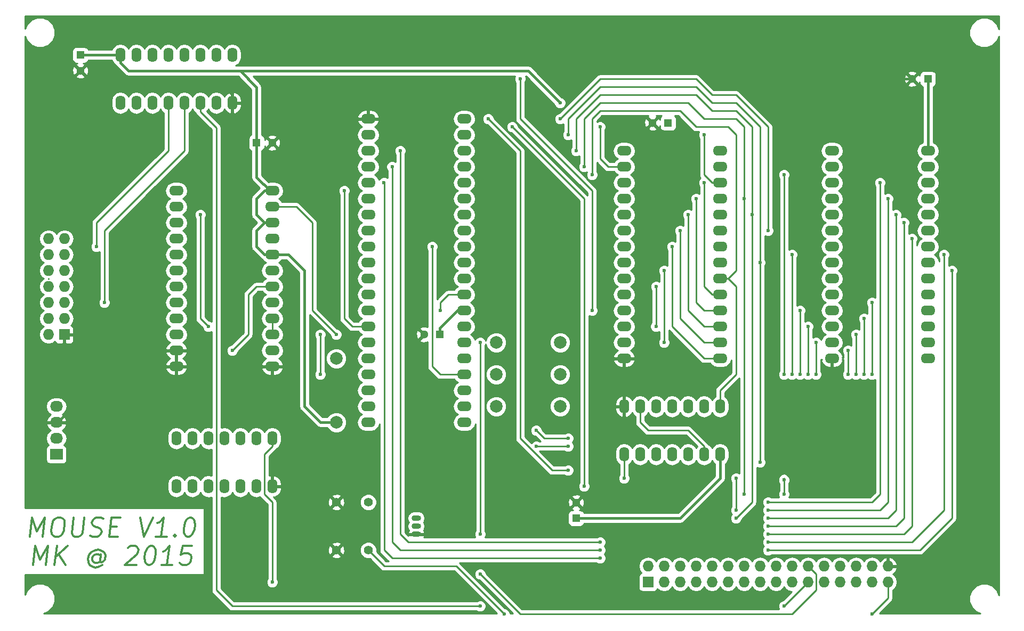
<source format=gbr>
G04 #@! TF.FileFunction,Copper,L1,Top,Signal*
%FSLAX46Y46*%
G04 Gerber Fmt 4.6, Leading zero omitted, Abs format (unit mm)*
G04 Created by KiCad (PCBNEW (2015-08-13 BZR 6091)-product) date Sonntag, 30. August 2015 07:22:22*
%MOMM*%
G01*
G04 APERTURE LIST*
%ADD10C,0.100000*%
%ADD11C,0.300000*%
%ADD12O,1.600000X2.300000*%
%ADD13R,1.300000X1.300000*%
%ADD14C,1.300000*%
%ADD15R,2.032000X1.727200*%
%ADD16O,2.032000X1.727200*%
%ADD17R,1.727200X1.727200*%
%ADD18O,1.727200X1.727200*%
%ADD19O,2.300000X1.600000*%
%ADD20C,1.998980*%
%ADD21C,1.397000*%
%ADD22O,1.501140X0.899160*%
%ADD23C,0.600000*%
%ADD24C,0.250000*%
%ADD25C,0.400000*%
%ADD26C,0.254000*%
G04 APERTURE END LIST*
D10*
D11*
X54211786Y-122297143D02*
X54586786Y-119297143D01*
X55318929Y-121440000D01*
X56586786Y-119297143D01*
X56211786Y-122297143D01*
X58586785Y-119297143D02*
X59158214Y-119297143D01*
X59426071Y-119440000D01*
X59676071Y-119725714D01*
X59747500Y-120297143D01*
X59622500Y-121297143D01*
X59408214Y-121868571D01*
X59086785Y-122154286D01*
X58783214Y-122297143D01*
X58211785Y-122297143D01*
X57943928Y-122154286D01*
X57693929Y-121868571D01*
X57622500Y-121297143D01*
X57747500Y-120297143D01*
X57961786Y-119725714D01*
X58283214Y-119440000D01*
X58586785Y-119297143D01*
X61158214Y-119297143D02*
X60854643Y-121725714D01*
X60961785Y-122011429D01*
X61086785Y-122154286D01*
X61354642Y-122297143D01*
X61926071Y-122297143D01*
X62229642Y-122154286D01*
X62390356Y-122011429D01*
X62568928Y-121725714D01*
X62872499Y-119297143D01*
X63801071Y-122154286D02*
X64211785Y-122297143D01*
X64926071Y-122297143D01*
X65229642Y-122154286D01*
X65390356Y-122011429D01*
X65568928Y-121725714D01*
X65604642Y-121440000D01*
X65497499Y-121154286D01*
X65372499Y-121011429D01*
X65104643Y-120868571D01*
X64551071Y-120725714D01*
X64283214Y-120582857D01*
X64158214Y-120440000D01*
X64051071Y-120154286D01*
X64086786Y-119868571D01*
X64265357Y-119582857D01*
X64426071Y-119440000D01*
X64729642Y-119297143D01*
X65443928Y-119297143D01*
X65854642Y-119440000D01*
X66979643Y-120725714D02*
X67979643Y-120725714D01*
X68211785Y-122297143D02*
X66783214Y-122297143D01*
X67158214Y-119297143D01*
X68586785Y-119297143D01*
X71729642Y-119297143D02*
X72354642Y-122297143D01*
X73729642Y-119297143D01*
X75926071Y-122297143D02*
X74211786Y-122297143D01*
X75068928Y-122297143D02*
X75443928Y-119297143D01*
X75104643Y-119725714D01*
X74783214Y-120011429D01*
X74479643Y-120154286D01*
X77247500Y-122011429D02*
X77372500Y-122154286D01*
X77211786Y-122297143D01*
X77086786Y-122154286D01*
X77247500Y-122011429D01*
X77211786Y-122297143D01*
X79586785Y-119297143D02*
X79872500Y-119297143D01*
X80140357Y-119440000D01*
X80265357Y-119582857D01*
X80372500Y-119868571D01*
X80443928Y-120440000D01*
X80354642Y-121154286D01*
X80140357Y-121725714D01*
X79961785Y-122011429D01*
X79801071Y-122154286D01*
X79497500Y-122297143D01*
X79211785Y-122297143D01*
X78943928Y-122154286D01*
X78818928Y-122011429D01*
X78711786Y-121725714D01*
X78640357Y-121154286D01*
X78729643Y-120440000D01*
X78943929Y-119868571D01*
X79122500Y-119582857D01*
X79283214Y-119440000D01*
X79586785Y-119297143D01*
X54711786Y-126797143D02*
X55086786Y-123797143D01*
X55818929Y-125940000D01*
X57086786Y-123797143D01*
X56711786Y-126797143D01*
X58140357Y-126797143D02*
X58515357Y-123797143D01*
X59854642Y-126797143D02*
X58783214Y-125082857D01*
X60229642Y-123797143D02*
X58301071Y-125511429D01*
X65461786Y-125368571D02*
X65336785Y-125225714D01*
X65068928Y-125082857D01*
X64783214Y-125082857D01*
X64479643Y-125225714D01*
X64318928Y-125368571D01*
X64140356Y-125654286D01*
X64104642Y-125940000D01*
X64211785Y-126225714D01*
X64336786Y-126368571D01*
X64604642Y-126511429D01*
X64890356Y-126511429D01*
X65193928Y-126368571D01*
X65354643Y-126225714D01*
X65497500Y-125082857D02*
X65354643Y-126225714D01*
X65479643Y-126368571D01*
X65622500Y-126368571D01*
X65926071Y-126225714D01*
X66104642Y-125940000D01*
X66193928Y-125225714D01*
X65961785Y-124797143D01*
X65568928Y-124511429D01*
X65015357Y-124368571D01*
X64426070Y-124511429D01*
X63961785Y-124797143D01*
X63622500Y-125225714D01*
X63408214Y-125797143D01*
X63479643Y-126368571D01*
X63711785Y-126797143D01*
X64104642Y-127082857D01*
X64658214Y-127225714D01*
X65247500Y-127082857D01*
X65711785Y-126797143D01*
X69765357Y-124082857D02*
X69926071Y-123940000D01*
X70229642Y-123797143D01*
X70943928Y-123797143D01*
X71211785Y-123940000D01*
X71336785Y-124082857D01*
X71443928Y-124368571D01*
X71408213Y-124654286D01*
X71211785Y-125082857D01*
X69283213Y-126797143D01*
X71140356Y-126797143D01*
X73372499Y-123797143D02*
X73658214Y-123797143D01*
X73926071Y-123940000D01*
X74051071Y-124082857D01*
X74158214Y-124368571D01*
X74229642Y-124940000D01*
X74140356Y-125654286D01*
X73926071Y-126225714D01*
X73747499Y-126511429D01*
X73586785Y-126654286D01*
X73283214Y-126797143D01*
X72997499Y-126797143D01*
X72729642Y-126654286D01*
X72604642Y-126511429D01*
X72497500Y-126225714D01*
X72426071Y-125654286D01*
X72515357Y-124940000D01*
X72729643Y-124368571D01*
X72908214Y-124082857D01*
X73068928Y-123940000D01*
X73372499Y-123797143D01*
X76854642Y-126797143D02*
X75140357Y-126797143D01*
X75997499Y-126797143D02*
X76372499Y-123797143D01*
X76033214Y-124225714D01*
X75711785Y-124511429D01*
X75408214Y-124654286D01*
X79943928Y-123797143D02*
X78515357Y-123797143D01*
X78193929Y-125225714D01*
X78354643Y-125082857D01*
X78658214Y-124940000D01*
X79372500Y-124940000D01*
X79640357Y-125082857D01*
X79765357Y-125225714D01*
X79872499Y-125511429D01*
X79783214Y-126225714D01*
X79604642Y-126511429D01*
X79443928Y-126654286D01*
X79140357Y-126797143D01*
X78426071Y-126797143D01*
X78158214Y-126654286D01*
X78033214Y-126511429D01*
D12*
X163830000Y-101600000D03*
X161290000Y-101600000D03*
X158750000Y-101600000D03*
X156210000Y-101600000D03*
X153670000Y-101600000D03*
X151130000Y-101600000D03*
X148590000Y-101600000D03*
X148590000Y-109220000D03*
X151130000Y-109220000D03*
X153670000Y-109220000D03*
X156210000Y-109220000D03*
X158750000Y-109220000D03*
X161290000Y-109220000D03*
X163830000Y-109220000D03*
D13*
X90210000Y-59690000D03*
D14*
X92710000Y-59690000D03*
D13*
X119340000Y-90170000D03*
D14*
X116840000Y-90170000D03*
D15*
X58420000Y-109220000D03*
D16*
X58420000Y-106680000D03*
X58420000Y-104140000D03*
X58420000Y-101600000D03*
D17*
X59690000Y-90170000D03*
D18*
X57150000Y-90170000D03*
X59690000Y-87630000D03*
X57150000Y-87630000D03*
X59690000Y-85090000D03*
X57150000Y-85090000D03*
X59690000Y-82550000D03*
X57150000Y-82550000D03*
X59690000Y-80010000D03*
X57150000Y-80010000D03*
X59690000Y-77470000D03*
X57150000Y-77470000D03*
X59690000Y-74930000D03*
X57150000Y-74930000D03*
D19*
X181610000Y-60960000D03*
X181610000Y-63500000D03*
X181610000Y-66040000D03*
X181610000Y-68580000D03*
X181610000Y-71120000D03*
X181610000Y-73660000D03*
X181610000Y-76200000D03*
X181610000Y-78740000D03*
X181610000Y-81280000D03*
X181610000Y-83820000D03*
X181610000Y-86360000D03*
X181610000Y-88900000D03*
X181610000Y-91440000D03*
X181610000Y-93980000D03*
X196850000Y-93980000D03*
X196850000Y-91440000D03*
X196850000Y-88900000D03*
X196850000Y-86360000D03*
X196850000Y-83820000D03*
X196850000Y-81280000D03*
X196850000Y-78740000D03*
X196850000Y-76200000D03*
X196850000Y-73660000D03*
X196850000Y-71120000D03*
X196850000Y-68580000D03*
X196850000Y-66040000D03*
X196850000Y-63500000D03*
X196850000Y-60960000D03*
X92710000Y-95250000D03*
X92710000Y-92710000D03*
X92710000Y-90170000D03*
X92710000Y-87630000D03*
X92710000Y-85090000D03*
X92710000Y-82550000D03*
X92710000Y-80010000D03*
X92710000Y-77470000D03*
X92710000Y-74930000D03*
X92710000Y-72390000D03*
X92710000Y-69850000D03*
X92710000Y-67310000D03*
X77470000Y-67310000D03*
X77470000Y-69850000D03*
X77470000Y-72390000D03*
X77470000Y-74930000D03*
X77470000Y-77470000D03*
X77470000Y-80010000D03*
X77470000Y-82550000D03*
X77470000Y-85090000D03*
X77470000Y-87630000D03*
X77470000Y-90170000D03*
X77470000Y-92710000D03*
X77470000Y-95250000D03*
X148590000Y-60960000D03*
X148590000Y-63500000D03*
X148590000Y-66040000D03*
X148590000Y-68580000D03*
X148590000Y-71120000D03*
X148590000Y-73660000D03*
X148590000Y-76200000D03*
X148590000Y-78740000D03*
X148590000Y-81280000D03*
X148590000Y-83820000D03*
X148590000Y-86360000D03*
X148590000Y-88900000D03*
X148590000Y-91440000D03*
X148590000Y-93980000D03*
X163830000Y-93980000D03*
X163830000Y-91440000D03*
X163830000Y-88900000D03*
X163830000Y-86360000D03*
X163830000Y-83820000D03*
X163830000Y-81280000D03*
X163830000Y-78740000D03*
X163830000Y-76200000D03*
X163830000Y-73660000D03*
X163830000Y-71120000D03*
X163830000Y-68580000D03*
X163830000Y-66040000D03*
X163830000Y-63500000D03*
X163830000Y-60960000D03*
X123190000Y-104140000D03*
X123190000Y-101600000D03*
X123190000Y-99060000D03*
X123190000Y-96520000D03*
X123190000Y-93980000D03*
X123190000Y-91440000D03*
X123190000Y-88900000D03*
X123190000Y-86360000D03*
X123190000Y-83820000D03*
X123190000Y-81280000D03*
X123190000Y-78740000D03*
X123190000Y-76200000D03*
X123190000Y-73660000D03*
X123190000Y-71120000D03*
X123190000Y-68580000D03*
X123190000Y-66040000D03*
X123190000Y-63500000D03*
X123190000Y-60960000D03*
X123190000Y-58420000D03*
X123190000Y-55880000D03*
X107950000Y-55880000D03*
X107950000Y-58420000D03*
X107950000Y-60960000D03*
X107950000Y-63500000D03*
X107950000Y-66040000D03*
X107950000Y-68580000D03*
X107950000Y-71120000D03*
X107950000Y-73660000D03*
X107950000Y-76200000D03*
X107950000Y-78740000D03*
X107950000Y-81280000D03*
X107950000Y-83820000D03*
X107950000Y-86360000D03*
X107950000Y-88900000D03*
X107950000Y-91440000D03*
X107950000Y-93980000D03*
X107950000Y-96520000D03*
X107950000Y-99060000D03*
X107950000Y-101600000D03*
X107950000Y-104140000D03*
D12*
X77470000Y-114300000D03*
X80010000Y-114300000D03*
X82550000Y-114300000D03*
X85090000Y-114300000D03*
X87630000Y-114300000D03*
X90170000Y-114300000D03*
X92710000Y-114300000D03*
X92710000Y-106680000D03*
X90170000Y-106680000D03*
X87630000Y-106680000D03*
X85090000Y-106680000D03*
X82550000Y-106680000D03*
X80010000Y-106680000D03*
X77470000Y-106680000D03*
D13*
X62230000Y-45720000D03*
D14*
X62230000Y-48220000D03*
D13*
X196850000Y-49530000D03*
D14*
X194350000Y-49530000D03*
D13*
X155575000Y-56515000D03*
D14*
X153075000Y-56515000D03*
D13*
X140970000Y-119380000D03*
D14*
X140970000Y-116880000D03*
D20*
X128270000Y-101600000D03*
X138430000Y-101600000D03*
X102870000Y-93980000D03*
X102870000Y-104140000D03*
X128270000Y-96520000D03*
X138430000Y-96520000D03*
X128270000Y-91440000D03*
X138430000Y-91440000D03*
D21*
X102870000Y-116840000D03*
X107950000Y-116840000D03*
X102870000Y-124460000D03*
X107950000Y-124460000D03*
D22*
X115570000Y-120650000D03*
X115570000Y-121920000D03*
X115570000Y-119380000D03*
D12*
X68580000Y-53340000D03*
X71120000Y-53340000D03*
X73660000Y-53340000D03*
X76200000Y-53340000D03*
X78740000Y-53340000D03*
X81280000Y-53340000D03*
X83820000Y-53340000D03*
X86360000Y-53340000D03*
X86360000Y-45720000D03*
X83820000Y-45720000D03*
X81280000Y-45720000D03*
X78740000Y-45720000D03*
X76200000Y-45720000D03*
X73660000Y-45720000D03*
X71120000Y-45720000D03*
X68580000Y-45720000D03*
D17*
X152400000Y-129540000D03*
D18*
X152400000Y-127000000D03*
X154940000Y-129540000D03*
X154940000Y-127000000D03*
X157480000Y-129540000D03*
X157480000Y-127000000D03*
X160020000Y-129540000D03*
X160020000Y-127000000D03*
X162560000Y-129540000D03*
X162560000Y-127000000D03*
X165100000Y-129540000D03*
X165100000Y-127000000D03*
X167640000Y-129540000D03*
X167640000Y-127000000D03*
X170180000Y-129540000D03*
X170180000Y-127000000D03*
X172720000Y-129540000D03*
X172720000Y-127000000D03*
X175260000Y-129540000D03*
X175260000Y-127000000D03*
X177800000Y-129540000D03*
X177800000Y-127000000D03*
X180340000Y-129540000D03*
X180340000Y-127000000D03*
X182880000Y-129540000D03*
X182880000Y-127000000D03*
X185420000Y-129540000D03*
X185420000Y-127000000D03*
X187960000Y-129540000D03*
X187960000Y-127000000D03*
X190500000Y-129540000D03*
X190500000Y-127000000D03*
D23*
X86360000Y-92710000D03*
X186690000Y-114300000D03*
X171450000Y-96520000D03*
X152425001Y-92684999D03*
X172720000Y-93980000D03*
X138430000Y-53340000D03*
X102870000Y-90170000D03*
X119380000Y-86360000D03*
X139700000Y-106680000D03*
X134620000Y-105410000D03*
X104140000Y-67310000D03*
X176530000Y-86360000D03*
X176530000Y-96520000D03*
X177800000Y-88900000D03*
X177800000Y-96520000D03*
X153649675Y-88900000D03*
X153670000Y-82550000D03*
X179070000Y-91440000D03*
X179070000Y-96520000D03*
X154940000Y-91440000D03*
X154940000Y-80010000D03*
X156210000Y-76200000D03*
X184150000Y-92710000D03*
X184150000Y-96520000D03*
X157480000Y-73660000D03*
X185420000Y-90170000D03*
X185420000Y-96520000D03*
X158750000Y-71120000D03*
X186690000Y-87630000D03*
X186690000Y-96520000D03*
X160020000Y-68580000D03*
X187960000Y-85090000D03*
X187960000Y-96520000D03*
X161290000Y-66040000D03*
X118110000Y-76200000D03*
X125730000Y-91440000D03*
X125730000Y-121920000D03*
X125730000Y-128270000D03*
X187960000Y-134620000D03*
X129540000Y-134620000D03*
X143510000Y-86360000D03*
X132080000Y-49530000D03*
X148590000Y-113030000D03*
X175260000Y-77470000D03*
X175260000Y-96520000D03*
X139700000Y-107950000D03*
X134620000Y-107950000D03*
X173990000Y-113298839D03*
X173990000Y-115570000D03*
X173990000Y-64770000D03*
X173990000Y-96520000D03*
X92710000Y-129540000D03*
X100330000Y-96520000D03*
X100330000Y-90170000D03*
X82550000Y-88900000D03*
X81280000Y-71120000D03*
X64770000Y-76200000D03*
X111739311Y-63500000D03*
X144780000Y-124460000D03*
X113030000Y-60960000D03*
X144780000Y-123190000D03*
X161290000Y-58420000D03*
X173990000Y-133350000D03*
X125730000Y-133350000D03*
X66040000Y-85090000D03*
X130810000Y-57150000D03*
X142240000Y-114300000D03*
X144780000Y-57150000D03*
X189230000Y-66040000D03*
X171450000Y-116840000D03*
X190500000Y-68580000D03*
X171450000Y-118110000D03*
X191770000Y-71120000D03*
X171450000Y-119380000D03*
X193040000Y-72390000D03*
X171450000Y-120650000D03*
X194310000Y-74930000D03*
X171450000Y-121920000D03*
X199390000Y-77470000D03*
X171450000Y-123190000D03*
X200660000Y-80010000D03*
X171450000Y-124460000D03*
X170180000Y-110490000D03*
X166370000Y-113030000D03*
X166370000Y-118110000D03*
X170180000Y-78740000D03*
X139700000Y-58420000D03*
X127000000Y-55880000D03*
X139700000Y-111760000D03*
X138430000Y-55880000D03*
X171450000Y-73660000D03*
X166370000Y-119380000D03*
X168910000Y-71120000D03*
X140970000Y-60960000D03*
X167640000Y-115570000D03*
X167640000Y-68580000D03*
X142240000Y-63500000D03*
X144780000Y-125730000D03*
X110463892Y-66040000D03*
X143510000Y-64770000D03*
D24*
X57150000Y-81280000D02*
X57150000Y-81307399D01*
X90170000Y-82550000D02*
X92710000Y-82550000D01*
X88900000Y-83820000D02*
X90170000Y-82550000D01*
X88900000Y-90170000D02*
X88900000Y-83820000D01*
X86360000Y-92710000D02*
X88900000Y-90170000D01*
D25*
X181610000Y-93980000D02*
X181610000Y-109220000D01*
X181610000Y-109220000D02*
X186690000Y-114300000D01*
X172720000Y-95250000D02*
X172720000Y-93980000D01*
X171450000Y-96520000D02*
X172720000Y-95250000D01*
X172720000Y-58420000D02*
X172720000Y-93980000D01*
X181610000Y-49530000D02*
X172720000Y-58420000D01*
X194350000Y-49530000D02*
X181610000Y-49530000D01*
X152425001Y-92684999D02*
X151130000Y-93980000D01*
X151130000Y-93980000D02*
X148590000Y-93980000D01*
X153075000Y-56515000D02*
X152425001Y-57164999D01*
X152425001Y-57164999D02*
X152425001Y-92684999D01*
X86360000Y-52070000D02*
X86360000Y-53340000D01*
X85090000Y-50800000D02*
X86360000Y-52070000D01*
X64810000Y-50800000D02*
X85090000Y-50800000D01*
X62230000Y-48220000D02*
X64810000Y-50800000D01*
X67462400Y-95250000D02*
X77470000Y-95250000D01*
X58420000Y-104140000D02*
X58572400Y-104140000D01*
X58572400Y-104140000D02*
X67462400Y-95250000D01*
X66040000Y-92710000D02*
X63500000Y-90170000D01*
X63500000Y-90170000D02*
X59690000Y-90170000D01*
X77470000Y-92710000D02*
X66040000Y-92710000D01*
X77470000Y-95250000D02*
X77470000Y-92710000D01*
X157480000Y-119380000D02*
X163830000Y-113030000D01*
X163830000Y-113030000D02*
X163830000Y-109220000D01*
X140970000Y-119380000D02*
X157480000Y-119380000D01*
X133350000Y-48260000D02*
X138430000Y-53340000D01*
X87630000Y-48260000D02*
X133350000Y-48260000D01*
X119340000Y-90170000D02*
X119340000Y-89120000D01*
X119340000Y-89120000D02*
X122100000Y-86360000D01*
X122100000Y-86360000D02*
X123190000Y-86360000D01*
X196850000Y-49530000D02*
X196850000Y-60960000D01*
X68580000Y-45720000D02*
X68580000Y-46990000D01*
X69850000Y-48260000D02*
X87630000Y-48260000D01*
X68580000Y-46990000D02*
X69850000Y-48260000D01*
X87630000Y-48260000D02*
X90210000Y-50840000D01*
X90210000Y-50840000D02*
X90210000Y-59690000D01*
X90170000Y-73660000D02*
X91440000Y-72390000D01*
X92710000Y-77470000D02*
X91440000Y-77470000D01*
X91440000Y-77470000D02*
X90170000Y-76200000D01*
X90170000Y-76200000D02*
X90170000Y-73660000D01*
X62230000Y-45720000D02*
X68580000Y-45720000D01*
X90210000Y-59690000D02*
X90210000Y-65160000D01*
X90210000Y-65160000D02*
X92360000Y-67310000D01*
X92360000Y-67310000D02*
X92710000Y-67310000D01*
X92710000Y-77470000D02*
X95250000Y-77470000D01*
X95250000Y-77470000D02*
X97790000Y-80010000D01*
X97790000Y-80010000D02*
X97790000Y-101600000D01*
X97790000Y-101600000D02*
X100330000Y-104140000D01*
X100330000Y-104140000D02*
X102870000Y-104140000D01*
X91440000Y-67310000D02*
X92710000Y-67310000D01*
X90170000Y-68580000D02*
X91440000Y-67310000D01*
X92710000Y-72390000D02*
X91440000Y-72390000D01*
X91440000Y-72390000D02*
X90170000Y-71120000D01*
X90170000Y-71120000D02*
X90170000Y-68580000D01*
D24*
X99060000Y-86360000D02*
X102870000Y-90170000D01*
X92710000Y-69850000D02*
X96520000Y-69850000D01*
X99060000Y-72390000D02*
X99060000Y-86360000D01*
X96520000Y-69850000D02*
X99060000Y-72390000D01*
X119380000Y-85090000D02*
X120650000Y-83820000D01*
X120650000Y-83820000D02*
X123190000Y-83820000D01*
X119380000Y-86360000D02*
X119380000Y-85090000D01*
X135890000Y-106680000D02*
X139700000Y-106680000D01*
X134620000Y-105410000D02*
X135890000Y-106680000D01*
X104140000Y-87630000D02*
X105410000Y-88900000D01*
X105410000Y-88900000D02*
X107950000Y-88900000D01*
X104140000Y-67310000D02*
X104140000Y-87630000D01*
X176530000Y-96520000D02*
X176530000Y-86360000D01*
X177800000Y-96520000D02*
X177800000Y-88900000D01*
X153670000Y-82550000D02*
X153670000Y-88879675D01*
X153670000Y-88879675D02*
X153649675Y-88900000D01*
X179070000Y-96520000D02*
X179070000Y-91440000D01*
X154940000Y-80010000D02*
X154940000Y-91440000D01*
X156210000Y-76200000D02*
X156210000Y-88900000D01*
X156210000Y-88900000D02*
X161290000Y-93980000D01*
X161290000Y-93980000D02*
X163830000Y-93980000D01*
X184150000Y-96520000D02*
X184150000Y-92710000D01*
X157480000Y-87630000D02*
X161290000Y-91440000D01*
X161290000Y-91440000D02*
X163830000Y-91440000D01*
X157480000Y-73660000D02*
X157480000Y-87630000D01*
X185420000Y-96520000D02*
X185420000Y-90170000D01*
X158750000Y-86360000D02*
X161290000Y-88900000D01*
X161290000Y-88900000D02*
X163830000Y-88900000D01*
X158750000Y-71120000D02*
X158750000Y-86360000D01*
X186690000Y-96520000D02*
X186690000Y-87630000D01*
X160020000Y-85090000D02*
X161290000Y-86360000D01*
X161290000Y-86360000D02*
X163830000Y-86360000D01*
X160020000Y-68580000D02*
X160020000Y-85090000D01*
X187960000Y-96520000D02*
X187960000Y-85090000D01*
X162560000Y-83820000D02*
X163830000Y-83820000D01*
X161290000Y-82550000D02*
X162560000Y-83820000D01*
X161290000Y-66040000D02*
X161290000Y-82550000D01*
X118110000Y-95250000D02*
X119380000Y-96520000D01*
X119380000Y-96520000D02*
X123190000Y-96520000D01*
X118110000Y-76200000D02*
X118110000Y-95250000D01*
X125730000Y-113030000D02*
X125730000Y-91440000D01*
X125730000Y-121920000D02*
X125730000Y-113030000D01*
X132080000Y-134620000D02*
X125730000Y-128270000D01*
X175260000Y-134620000D02*
X132080000Y-134620000D01*
X179070000Y-130810000D02*
X175260000Y-134620000D01*
X179070000Y-128270000D02*
X179070000Y-130810000D01*
X177800000Y-127000000D02*
X179070000Y-128270000D01*
X190500000Y-132080000D02*
X190500000Y-129540000D01*
X187960000Y-134620000D02*
X190500000Y-132080000D01*
X121920000Y-127000000D02*
X129540000Y-134620000D01*
X110490000Y-127000000D02*
X121920000Y-127000000D01*
X107950000Y-124460000D02*
X110490000Y-127000000D01*
X143510000Y-67310000D02*
X143510000Y-86360000D01*
X132080000Y-55880000D02*
X143510000Y-67310000D01*
X132080000Y-49530000D02*
X132080000Y-55880000D01*
X161290000Y-109220000D02*
X161290000Y-107950000D01*
X161290000Y-107950000D02*
X158750000Y-105410000D01*
X158750000Y-105410000D02*
X152400000Y-105410000D01*
X152400000Y-105410000D02*
X151130000Y-104140000D01*
X151130000Y-104140000D02*
X151130000Y-101600000D01*
X148590000Y-109220000D02*
X148590000Y-113030000D01*
X175260000Y-96520000D02*
X175260000Y-77470000D01*
X134620000Y-107950000D02*
X139700000Y-107950000D01*
X173990000Y-115570000D02*
X173990000Y-113298839D01*
X173990000Y-113030000D02*
X173990000Y-113298839D01*
X173990000Y-96520000D02*
X173990000Y-64770000D01*
X92710000Y-107950000D02*
X92710000Y-106680000D01*
X91440000Y-109220000D02*
X92710000Y-107950000D01*
X91440000Y-115570000D02*
X91440000Y-109220000D01*
X92710000Y-116840000D02*
X91440000Y-115570000D01*
X92710000Y-129540000D02*
X92710000Y-116840000D01*
X100330000Y-90170000D02*
X100330000Y-96520000D01*
X92710000Y-90170000D02*
X93060000Y-90170000D01*
X81280000Y-71120000D02*
X81280000Y-87630000D01*
X81280000Y-87630000D02*
X82550000Y-88900000D01*
X92710000Y-87630000D02*
X92710000Y-90170000D01*
X76200000Y-60960000D02*
X64770000Y-72390000D01*
X64770000Y-72390000D02*
X64770000Y-76200000D01*
X76200000Y-53340000D02*
X76200000Y-60960000D01*
X111760000Y-123190000D02*
X111760000Y-63520689D01*
X111760000Y-63520689D02*
X111739311Y-63500000D01*
X113030000Y-124460000D02*
X111760000Y-123190000D01*
X144780000Y-124460000D02*
X113030000Y-124460000D01*
X114300000Y-123190000D02*
X113030000Y-121920000D01*
X113030000Y-121920000D02*
X113030000Y-60960000D01*
X115302153Y-123190000D02*
X114300000Y-123190000D01*
X144780000Y-123190000D02*
X115302153Y-123190000D01*
X162560000Y-66040000D02*
X163830000Y-66040000D01*
X161290000Y-64770000D02*
X162560000Y-66040000D01*
X161290000Y-58420000D02*
X161290000Y-64770000D01*
X173990000Y-133350000D02*
X177800000Y-129540000D01*
X83820000Y-130810000D02*
X86360000Y-133350000D01*
X86360000Y-133350000D02*
X125730000Y-133350000D01*
X83820000Y-57280000D02*
X83820000Y-130810000D01*
X81280000Y-53340000D02*
X81280000Y-54740000D01*
X81280000Y-54740000D02*
X83820000Y-57280000D01*
X66040000Y-85090000D02*
X66040000Y-73660000D01*
X66040000Y-73660000D02*
X78740000Y-60960000D01*
X78740000Y-60960000D02*
X78740000Y-53340000D01*
X142240000Y-114300000D02*
X142240000Y-68580000D01*
X142240000Y-68580000D02*
X130810000Y-57150000D01*
X144780000Y-62230000D02*
X146050000Y-63500000D01*
X146050000Y-63500000D02*
X148590000Y-63500000D01*
X144780000Y-57150000D02*
X144780000Y-62230000D01*
X189230000Y-115570000D02*
X189230000Y-66040000D01*
X187960000Y-116840000D02*
X189230000Y-115570000D01*
X171450000Y-116840000D02*
X187960000Y-116840000D01*
X189230000Y-118110000D02*
X190500000Y-116840000D01*
X190500000Y-116840000D02*
X190500000Y-68580000D01*
X189100074Y-118110000D02*
X189230000Y-118110000D01*
X171450000Y-118110000D02*
X189100074Y-118110000D01*
X191770000Y-118110000D02*
X191770000Y-71120000D01*
X190500000Y-119380000D02*
X191770000Y-118110000D01*
X189230000Y-119380000D02*
X190500000Y-119380000D01*
X171450000Y-119380000D02*
X189230000Y-119380000D01*
X191770000Y-120650000D02*
X193040000Y-119380000D01*
X193040000Y-119380000D02*
X193040000Y-72390000D01*
X189230000Y-120650000D02*
X191770000Y-120650000D01*
X171450000Y-120650000D02*
X189230000Y-120650000D01*
X194310000Y-120650000D02*
X194310000Y-74930000D01*
X193040000Y-121920000D02*
X194310000Y-120650000D01*
X189230000Y-121920000D02*
X193040000Y-121920000D01*
X189230000Y-121920000D02*
X186690000Y-121920000D01*
X171450000Y-121920000D02*
X189230000Y-121920000D01*
X194310000Y-123190000D02*
X199390000Y-118110000D01*
X199390000Y-118110000D02*
X199390000Y-77470000D01*
X193040000Y-123190000D02*
X194310000Y-123190000D01*
X188978191Y-123190000D02*
X189230000Y-123190000D01*
X188978191Y-123190000D02*
X193040000Y-123190000D01*
X171450000Y-123190000D02*
X188978191Y-123190000D01*
X200660000Y-119380000D02*
X200660000Y-80010000D01*
X195580000Y-124460000D02*
X200660000Y-119380000D01*
X189230000Y-124460000D02*
X195580000Y-124460000D01*
X171450000Y-124460000D02*
X189230000Y-124460000D01*
X170180000Y-101600000D02*
X170180000Y-78740000D01*
X170180000Y-110490000D02*
X170180000Y-101600000D01*
X166370000Y-118110000D02*
X166370000Y-113030000D01*
X170180000Y-57150000D02*
X170180000Y-78740000D01*
X166370000Y-53340000D02*
X170180000Y-57150000D01*
X162560000Y-53340000D02*
X166370000Y-53340000D01*
X160020000Y-50800000D02*
X162560000Y-53340000D01*
X144780000Y-50800000D02*
X160020000Y-50800000D01*
X139700000Y-55880000D02*
X144780000Y-50800000D01*
X139700000Y-58420000D02*
X139700000Y-55880000D01*
X132080000Y-106680000D02*
X132080000Y-60960000D01*
X132080000Y-60960000D02*
X127000000Y-55880000D01*
X139700000Y-111760000D02*
X137160000Y-111760000D01*
X137160000Y-111760000D02*
X132080000Y-106680000D01*
X171450000Y-57150000D02*
X171450000Y-60960000D01*
X166370000Y-52070000D02*
X171450000Y-57150000D01*
X162560000Y-52070000D02*
X166370000Y-52070000D01*
X160020000Y-49530000D02*
X162560000Y-52070000D01*
X144780000Y-49530000D02*
X160020000Y-49530000D01*
X138430000Y-55880000D02*
X144780000Y-49530000D01*
X171450000Y-60960000D02*
X171450000Y-73660000D01*
X168910000Y-57150000D02*
X168910000Y-70788830D01*
X168910000Y-70788830D02*
X168910000Y-71120000D01*
X168910000Y-113030000D02*
X168910000Y-70788830D01*
X168910000Y-116840000D02*
X168910000Y-113030000D01*
X166370000Y-119380000D02*
X168910000Y-116840000D01*
X166370000Y-54610000D02*
X168910000Y-57150000D01*
X162560000Y-54610000D02*
X166370000Y-54610000D01*
X160020000Y-52070000D02*
X162560000Y-54610000D01*
X144780000Y-52070000D02*
X160020000Y-52070000D01*
X140970000Y-55880000D02*
X144780000Y-52070000D01*
X140970000Y-60960000D02*
X140970000Y-55880000D01*
X167640000Y-115570000D02*
X167640000Y-68580000D01*
X167640000Y-57150000D02*
X167640000Y-68580000D01*
X166370000Y-55880000D02*
X167640000Y-57150000D01*
X161290000Y-55880000D02*
X166370000Y-55880000D01*
X158750000Y-53340000D02*
X161290000Y-55880000D01*
X144780000Y-53340000D02*
X158750000Y-53340000D01*
X142240000Y-55880000D02*
X144780000Y-53340000D01*
X142240000Y-63500000D02*
X142240000Y-55880000D01*
X144780000Y-125730000D02*
X111760000Y-125730000D01*
X111760000Y-125730000D02*
X110490000Y-124460000D01*
X110490000Y-124460000D02*
X110490000Y-66066108D01*
X110490000Y-66066108D02*
X110463892Y-66040000D01*
X165100000Y-81280000D02*
X166370000Y-82550000D01*
X166370000Y-82550000D02*
X166370000Y-96520000D01*
X166370000Y-96520000D02*
X163830000Y-99060000D01*
X163830000Y-99060000D02*
X163830000Y-101600000D01*
X165100000Y-81280000D02*
X163830000Y-81280000D01*
X166370000Y-80010000D02*
X165100000Y-81280000D01*
X143510000Y-64770000D02*
X143510000Y-55880000D01*
X143510000Y-55880000D02*
X144780000Y-54610000D01*
X144780000Y-54610000D02*
X157480000Y-54610000D01*
X157480000Y-54610000D02*
X160020000Y-57150000D01*
X160020000Y-57150000D02*
X165100000Y-57150000D01*
X165100000Y-57150000D02*
X166370000Y-58420000D01*
X166370000Y-58420000D02*
X166370000Y-80010000D01*
X164180000Y-81280000D02*
X163830000Y-81280000D01*
D26*
G36*
X208153000Y-41605670D02*
X207824094Y-40809657D01*
X207153752Y-40138144D01*
X206277459Y-39774275D01*
X205328624Y-39773447D01*
X204451697Y-40135786D01*
X203780184Y-40806128D01*
X203416315Y-41682421D01*
X203415487Y-42631256D01*
X203777826Y-43508183D01*
X204448168Y-44179696D01*
X205324461Y-44543565D01*
X206273296Y-44544393D01*
X207150223Y-44182054D01*
X207821736Y-43511712D01*
X208153000Y-42713940D01*
X208153000Y-131605490D01*
X207824094Y-130809477D01*
X207153752Y-130137964D01*
X206277459Y-129774095D01*
X205328624Y-129773267D01*
X204451697Y-130135606D01*
X203780184Y-130805948D01*
X203416315Y-131682241D01*
X203415487Y-132631076D01*
X203777826Y-133508003D01*
X204448168Y-134179516D01*
X205203121Y-134493000D01*
X189161802Y-134493000D01*
X191037401Y-132617401D01*
X191202148Y-132370840D01*
X191211746Y-132322586D01*
X191260000Y-132080000D01*
X191260000Y-130829262D01*
X191559670Y-130629029D01*
X191884526Y-130142848D01*
X191998600Y-129569359D01*
X191998600Y-129510641D01*
X191884526Y-128937152D01*
X191559670Y-128450971D01*
X191288839Y-128270008D01*
X191706821Y-127888490D01*
X191954968Y-127359027D01*
X191834469Y-127127000D01*
X190627000Y-127127000D01*
X190627000Y-127147000D01*
X190373000Y-127147000D01*
X190373000Y-127127000D01*
X190353000Y-127127000D01*
X190353000Y-126873000D01*
X190373000Y-126873000D01*
X190373000Y-125666183D01*
X190627000Y-125666183D01*
X190627000Y-126873000D01*
X191834469Y-126873000D01*
X191954968Y-126640973D01*
X191706821Y-126111510D01*
X191274947Y-125717312D01*
X190859026Y-125545042D01*
X190627000Y-125666183D01*
X190373000Y-125666183D01*
X190140974Y-125545042D01*
X189725053Y-125717312D01*
X189293179Y-126111510D01*
X189235664Y-126234228D01*
X189019670Y-125910971D01*
X188533489Y-125586115D01*
X187960000Y-125472041D01*
X187386511Y-125586115D01*
X186900330Y-125910971D01*
X186690000Y-126225752D01*
X186479670Y-125910971D01*
X185993489Y-125586115D01*
X185420000Y-125472041D01*
X184846511Y-125586115D01*
X184360330Y-125910971D01*
X184150000Y-126225752D01*
X183939670Y-125910971D01*
X183453489Y-125586115D01*
X182880000Y-125472041D01*
X182306511Y-125586115D01*
X181820330Y-125910971D01*
X181610000Y-126225752D01*
X181399670Y-125910971D01*
X180913489Y-125586115D01*
X180340000Y-125472041D01*
X179766511Y-125586115D01*
X179280330Y-125910971D01*
X179070000Y-126225752D01*
X178859670Y-125910971D01*
X178373489Y-125586115D01*
X177800000Y-125472041D01*
X177226511Y-125586115D01*
X176740330Y-125910971D01*
X176530000Y-126225752D01*
X176319670Y-125910971D01*
X175833489Y-125586115D01*
X175260000Y-125472041D01*
X174686511Y-125586115D01*
X174200330Y-125910971D01*
X173990000Y-126225752D01*
X173779670Y-125910971D01*
X173293489Y-125586115D01*
X172720000Y-125472041D01*
X172146511Y-125586115D01*
X171660330Y-125910971D01*
X171450000Y-126225752D01*
X171239670Y-125910971D01*
X170753489Y-125586115D01*
X170180000Y-125472041D01*
X169606511Y-125586115D01*
X169120330Y-125910971D01*
X168910000Y-126225752D01*
X168699670Y-125910971D01*
X168213489Y-125586115D01*
X167640000Y-125472041D01*
X167066511Y-125586115D01*
X166580330Y-125910971D01*
X166370000Y-126225752D01*
X166159670Y-125910971D01*
X165673489Y-125586115D01*
X165100000Y-125472041D01*
X164526511Y-125586115D01*
X164040330Y-125910971D01*
X163830000Y-126225752D01*
X163619670Y-125910971D01*
X163133489Y-125586115D01*
X162560000Y-125472041D01*
X161986511Y-125586115D01*
X161500330Y-125910971D01*
X161290000Y-126225752D01*
X161079670Y-125910971D01*
X160593489Y-125586115D01*
X160020000Y-125472041D01*
X159446511Y-125586115D01*
X158960330Y-125910971D01*
X158750000Y-126225752D01*
X158539670Y-125910971D01*
X158053489Y-125586115D01*
X157480000Y-125472041D01*
X156906511Y-125586115D01*
X156420330Y-125910971D01*
X156210000Y-126225752D01*
X155999670Y-125910971D01*
X155513489Y-125586115D01*
X154940000Y-125472041D01*
X154366511Y-125586115D01*
X153880330Y-125910971D01*
X153670000Y-126225752D01*
X153459670Y-125910971D01*
X152973489Y-125586115D01*
X152400000Y-125472041D01*
X151826511Y-125586115D01*
X151340330Y-125910971D01*
X151015474Y-126397152D01*
X150901400Y-126970641D01*
X150901400Y-127029359D01*
X151015474Y-127602848D01*
X151326574Y-128068442D01*
X151301083Y-128073238D01*
X151084959Y-128212310D01*
X150939969Y-128424510D01*
X150888960Y-128676400D01*
X150888960Y-130403600D01*
X150933238Y-130638917D01*
X151072310Y-130855041D01*
X151284510Y-131000031D01*
X151536400Y-131051040D01*
X153263600Y-131051040D01*
X153498917Y-131006762D01*
X153715041Y-130867690D01*
X153860031Y-130655490D01*
X153868864Y-130611869D01*
X153880330Y-130629029D01*
X154366511Y-130953885D01*
X154940000Y-131067959D01*
X155513489Y-130953885D01*
X155999670Y-130629029D01*
X156210000Y-130314248D01*
X156420330Y-130629029D01*
X156906511Y-130953885D01*
X157480000Y-131067959D01*
X158053489Y-130953885D01*
X158539670Y-130629029D01*
X158750000Y-130314248D01*
X158960330Y-130629029D01*
X159446511Y-130953885D01*
X160020000Y-131067959D01*
X160593489Y-130953885D01*
X161079670Y-130629029D01*
X161290000Y-130314248D01*
X161500330Y-130629029D01*
X161986511Y-130953885D01*
X162560000Y-131067959D01*
X163133489Y-130953885D01*
X163619670Y-130629029D01*
X163830000Y-130314248D01*
X164040330Y-130629029D01*
X164526511Y-130953885D01*
X165100000Y-131067959D01*
X165673489Y-130953885D01*
X166159670Y-130629029D01*
X166370000Y-130314248D01*
X166580330Y-130629029D01*
X167066511Y-130953885D01*
X167640000Y-131067959D01*
X168213489Y-130953885D01*
X168699670Y-130629029D01*
X168910000Y-130314248D01*
X169120330Y-130629029D01*
X169606511Y-130953885D01*
X170180000Y-131067959D01*
X170753489Y-130953885D01*
X171239670Y-130629029D01*
X171450000Y-130314248D01*
X171660330Y-130629029D01*
X172146511Y-130953885D01*
X172720000Y-131067959D01*
X173293489Y-130953885D01*
X173779670Y-130629029D01*
X173990000Y-130314248D01*
X174200330Y-130629029D01*
X174686511Y-130953885D01*
X175207652Y-131057546D01*
X173850320Y-132414878D01*
X173804833Y-132414838D01*
X173461057Y-132556883D01*
X173197808Y-132819673D01*
X173055162Y-133163201D01*
X173054838Y-133535167D01*
X173189056Y-133860000D01*
X132394802Y-133860000D01*
X126665122Y-128130320D01*
X126665162Y-128084833D01*
X126523117Y-127741057D01*
X126260327Y-127477808D01*
X125916799Y-127335162D01*
X125544833Y-127334838D01*
X125201057Y-127476883D01*
X124937808Y-127739673D01*
X124795162Y-128083201D01*
X124794838Y-128455167D01*
X124936883Y-128798943D01*
X125199673Y-129062192D01*
X125543201Y-129204838D01*
X125590077Y-129204879D01*
X130878198Y-134493000D01*
X130475111Y-134493000D01*
X130475162Y-134434833D01*
X130333117Y-134091057D01*
X130070327Y-133827808D01*
X129726799Y-133685162D01*
X129679923Y-133685121D01*
X122484802Y-126490000D01*
X144217537Y-126490000D01*
X144249673Y-126522192D01*
X144593201Y-126664838D01*
X144965167Y-126665162D01*
X145308943Y-126523117D01*
X145572192Y-126260327D01*
X145714838Y-125916799D01*
X145715162Y-125544833D01*
X145573117Y-125201057D01*
X145467290Y-125095046D01*
X145572192Y-124990327D01*
X145714838Y-124646799D01*
X145715162Y-124274833D01*
X145573117Y-123931057D01*
X145467290Y-123825046D01*
X145572192Y-123720327D01*
X145714838Y-123376799D01*
X145715162Y-123004833D01*
X145573117Y-122661057D01*
X145310327Y-122397808D01*
X144966799Y-122255162D01*
X144594833Y-122254838D01*
X144251057Y-122396883D01*
X144217882Y-122430000D01*
X126530633Y-122430000D01*
X126664838Y-122106799D01*
X126665162Y-121734833D01*
X126523117Y-121391057D01*
X126490000Y-121357882D01*
X126490000Y-116699078D01*
X139672378Y-116699078D01*
X139701917Y-117209428D01*
X139840389Y-117543729D01*
X140070984Y-117599410D01*
X140790395Y-116880000D01*
X141149605Y-116880000D01*
X141869016Y-117599410D01*
X142099611Y-117543729D01*
X142267622Y-117060922D01*
X142238083Y-116550572D01*
X142099611Y-116216271D01*
X141869016Y-116160590D01*
X141149605Y-116880000D01*
X140790395Y-116880000D01*
X140070984Y-116160590D01*
X139840389Y-116216271D01*
X139672378Y-116699078D01*
X126490000Y-116699078D01*
X126490000Y-115980984D01*
X140250590Y-115980984D01*
X140970000Y-116700395D01*
X141689410Y-115980984D01*
X141633729Y-115750389D01*
X141150922Y-115582378D01*
X140640572Y-115611917D01*
X140306271Y-115750389D01*
X140250590Y-115980984D01*
X126490000Y-115980984D01*
X126490000Y-101923694D01*
X126635226Y-101923694D01*
X126883538Y-102524655D01*
X127342927Y-102984846D01*
X127943453Y-103234206D01*
X128593694Y-103234774D01*
X129194655Y-102986462D01*
X129654846Y-102527073D01*
X129904206Y-101926547D01*
X129904774Y-101276306D01*
X129656462Y-100675345D01*
X129197073Y-100215154D01*
X128596547Y-99965794D01*
X127946306Y-99965226D01*
X127345345Y-100213538D01*
X126885154Y-100672927D01*
X126635794Y-101273453D01*
X126635226Y-101923694D01*
X126490000Y-101923694D01*
X126490000Y-96843694D01*
X126635226Y-96843694D01*
X126883538Y-97444655D01*
X127342927Y-97904846D01*
X127943453Y-98154206D01*
X128593694Y-98154774D01*
X129194655Y-97906462D01*
X129654846Y-97447073D01*
X129904206Y-96846547D01*
X129904774Y-96196306D01*
X129656462Y-95595345D01*
X129197073Y-95135154D01*
X128596547Y-94885794D01*
X127946306Y-94885226D01*
X127345345Y-95133538D01*
X126885154Y-95592927D01*
X126635794Y-96193453D01*
X126635226Y-96843694D01*
X126490000Y-96843694D01*
X126490000Y-92002463D01*
X126522192Y-91970327D01*
X126635283Y-91697974D01*
X126635226Y-91763694D01*
X126883538Y-92364655D01*
X127342927Y-92824846D01*
X127943453Y-93074206D01*
X128593694Y-93074774D01*
X129194655Y-92826462D01*
X129654846Y-92367073D01*
X129904206Y-91766547D01*
X129904774Y-91116306D01*
X129656462Y-90515345D01*
X129197073Y-90055154D01*
X128596547Y-89805794D01*
X127946306Y-89805226D01*
X127345345Y-90053538D01*
X126885154Y-90512927D01*
X126635794Y-91113453D01*
X126635733Y-91183609D01*
X126523117Y-90911057D01*
X126260327Y-90647808D01*
X125916799Y-90505162D01*
X125544833Y-90504838D01*
X125201057Y-90646883D01*
X124937808Y-90909673D01*
X124915275Y-90963938D01*
X124900737Y-90890849D01*
X124589668Y-90425302D01*
X124207582Y-90170000D01*
X124589668Y-89914698D01*
X124900737Y-89449151D01*
X125009970Y-88900000D01*
X124900737Y-88350849D01*
X124589668Y-87885302D01*
X124207582Y-87630000D01*
X124589668Y-87374698D01*
X124900737Y-86909151D01*
X125009970Y-86360000D01*
X124900737Y-85810849D01*
X124589668Y-85345302D01*
X124207582Y-85090000D01*
X124589668Y-84834698D01*
X124900737Y-84369151D01*
X125009970Y-83820000D01*
X124900737Y-83270849D01*
X124589668Y-82805302D01*
X124207582Y-82550000D01*
X124589668Y-82294698D01*
X124900737Y-81829151D01*
X125009970Y-81280000D01*
X124900737Y-80730849D01*
X124589668Y-80265302D01*
X124207582Y-80010000D01*
X124589668Y-79754698D01*
X124900737Y-79289151D01*
X125009970Y-78740000D01*
X124900737Y-78190849D01*
X124589668Y-77725302D01*
X124207582Y-77470000D01*
X124589668Y-77214698D01*
X124900737Y-76749151D01*
X125009970Y-76200000D01*
X124900737Y-75650849D01*
X124589668Y-75185302D01*
X124207582Y-74930000D01*
X124589668Y-74674698D01*
X124900737Y-74209151D01*
X125009970Y-73660000D01*
X124900737Y-73110849D01*
X124589668Y-72645302D01*
X124207582Y-72390000D01*
X124589668Y-72134698D01*
X124900737Y-71669151D01*
X125009970Y-71120000D01*
X124900737Y-70570849D01*
X124589668Y-70105302D01*
X124207582Y-69850000D01*
X124589668Y-69594698D01*
X124900737Y-69129151D01*
X125009970Y-68580000D01*
X124900737Y-68030849D01*
X124589668Y-67565302D01*
X124207582Y-67310000D01*
X124589668Y-67054698D01*
X124900737Y-66589151D01*
X125009970Y-66040000D01*
X124900737Y-65490849D01*
X124589668Y-65025302D01*
X124207582Y-64770000D01*
X124589668Y-64514698D01*
X124900737Y-64049151D01*
X125009970Y-63500000D01*
X124900737Y-62950849D01*
X124589668Y-62485302D01*
X124207582Y-62230000D01*
X124589668Y-61974698D01*
X124900737Y-61509151D01*
X125009970Y-60960000D01*
X124900737Y-60410849D01*
X124589668Y-59945302D01*
X124207582Y-59690000D01*
X124589668Y-59434698D01*
X124900737Y-58969151D01*
X125009970Y-58420000D01*
X124900737Y-57870849D01*
X124589668Y-57405302D01*
X124207582Y-57150000D01*
X124589668Y-56894698D01*
X124900737Y-56429151D01*
X124973137Y-56065167D01*
X126064838Y-56065167D01*
X126206883Y-56408943D01*
X126469673Y-56672192D01*
X126813201Y-56814838D01*
X126860077Y-56814879D01*
X131320000Y-61274802D01*
X131320000Y-106680000D01*
X131377852Y-106970839D01*
X131542599Y-107217401D01*
X136622599Y-112297401D01*
X136869161Y-112462148D01*
X137160000Y-112520000D01*
X139137537Y-112520000D01*
X139169673Y-112552192D01*
X139513201Y-112694838D01*
X139885167Y-112695162D01*
X140228943Y-112553117D01*
X140492192Y-112290327D01*
X140634838Y-111946799D01*
X140635162Y-111574833D01*
X140493117Y-111231057D01*
X140230327Y-110967808D01*
X139886799Y-110825162D01*
X139514833Y-110824838D01*
X139171057Y-110966883D01*
X139137882Y-111000000D01*
X137474802Y-111000000D01*
X135184802Y-108710000D01*
X139137537Y-108710000D01*
X139169673Y-108742192D01*
X139513201Y-108884838D01*
X139885167Y-108885162D01*
X140228943Y-108743117D01*
X140492192Y-108480327D01*
X140634838Y-108136799D01*
X140635162Y-107764833D01*
X140493117Y-107421057D01*
X140387290Y-107315046D01*
X140492192Y-107210327D01*
X140634838Y-106866799D01*
X140635162Y-106494833D01*
X140493117Y-106151057D01*
X140230327Y-105887808D01*
X139886799Y-105745162D01*
X139514833Y-105744838D01*
X139171057Y-105886883D01*
X139137882Y-105920000D01*
X136204802Y-105920000D01*
X135555122Y-105270320D01*
X135555162Y-105224833D01*
X135413117Y-104881057D01*
X135150327Y-104617808D01*
X134806799Y-104475162D01*
X134434833Y-104474838D01*
X134091057Y-104616883D01*
X133827808Y-104879673D01*
X133685162Y-105223201D01*
X133684838Y-105595167D01*
X133826883Y-105938943D01*
X134089673Y-106202192D01*
X134433201Y-106344838D01*
X134480077Y-106344879D01*
X135325198Y-107190000D01*
X135182463Y-107190000D01*
X135150327Y-107157808D01*
X134806799Y-107015162D01*
X134434833Y-107014838D01*
X134091057Y-107156883D01*
X133861171Y-107386369D01*
X132840000Y-106365198D01*
X132840000Y-101923694D01*
X136795226Y-101923694D01*
X137043538Y-102524655D01*
X137502927Y-102984846D01*
X138103453Y-103234206D01*
X138753694Y-103234774D01*
X139354655Y-102986462D01*
X139814846Y-102527073D01*
X140064206Y-101926547D01*
X140064774Y-101276306D01*
X139816462Y-100675345D01*
X139357073Y-100215154D01*
X138756547Y-99965794D01*
X138106306Y-99965226D01*
X137505345Y-100213538D01*
X137045154Y-100672927D01*
X136795794Y-101273453D01*
X136795226Y-101923694D01*
X132840000Y-101923694D01*
X132840000Y-96843694D01*
X136795226Y-96843694D01*
X137043538Y-97444655D01*
X137502927Y-97904846D01*
X138103453Y-98154206D01*
X138753694Y-98154774D01*
X139354655Y-97906462D01*
X139814846Y-97447073D01*
X140064206Y-96846547D01*
X140064774Y-96196306D01*
X139816462Y-95595345D01*
X139357073Y-95135154D01*
X138756547Y-94885794D01*
X138106306Y-94885226D01*
X137505345Y-95133538D01*
X137045154Y-95592927D01*
X136795794Y-96193453D01*
X136795226Y-96843694D01*
X132840000Y-96843694D01*
X132840000Y-91763694D01*
X136795226Y-91763694D01*
X137043538Y-92364655D01*
X137502927Y-92824846D01*
X138103453Y-93074206D01*
X138753694Y-93074774D01*
X139354655Y-92826462D01*
X139814846Y-92367073D01*
X140064206Y-91766547D01*
X140064774Y-91116306D01*
X139816462Y-90515345D01*
X139357073Y-90055154D01*
X138756547Y-89805794D01*
X138106306Y-89805226D01*
X137505345Y-90053538D01*
X137045154Y-90512927D01*
X136795794Y-91113453D01*
X136795226Y-91763694D01*
X132840000Y-91763694D01*
X132840000Y-60960000D01*
X132782148Y-60669161D01*
X132617401Y-60422599D01*
X127935122Y-55740320D01*
X127935162Y-55694833D01*
X127793117Y-55351057D01*
X127530327Y-55087808D01*
X127186799Y-54945162D01*
X126814833Y-54944838D01*
X126471057Y-55086883D01*
X126207808Y-55349673D01*
X126065162Y-55693201D01*
X126064838Y-56065167D01*
X124973137Y-56065167D01*
X125009970Y-55880000D01*
X124900737Y-55330849D01*
X124589668Y-54865302D01*
X124124121Y-54554233D01*
X123574970Y-54445000D01*
X122805030Y-54445000D01*
X122255879Y-54554233D01*
X121790332Y-54865302D01*
X121479263Y-55330849D01*
X121370030Y-55880000D01*
X121479263Y-56429151D01*
X121790332Y-56894698D01*
X122172418Y-57150000D01*
X121790332Y-57405302D01*
X121479263Y-57870849D01*
X121370030Y-58420000D01*
X121479263Y-58969151D01*
X121790332Y-59434698D01*
X122172418Y-59690000D01*
X121790332Y-59945302D01*
X121479263Y-60410849D01*
X121370030Y-60960000D01*
X121479263Y-61509151D01*
X121790332Y-61974698D01*
X122172418Y-62230000D01*
X121790332Y-62485302D01*
X121479263Y-62950849D01*
X121370030Y-63500000D01*
X121479263Y-64049151D01*
X121790332Y-64514698D01*
X122172418Y-64770000D01*
X121790332Y-65025302D01*
X121479263Y-65490849D01*
X121370030Y-66040000D01*
X121479263Y-66589151D01*
X121790332Y-67054698D01*
X122172418Y-67310000D01*
X121790332Y-67565302D01*
X121479263Y-68030849D01*
X121370030Y-68580000D01*
X121479263Y-69129151D01*
X121790332Y-69594698D01*
X122172418Y-69850000D01*
X121790332Y-70105302D01*
X121479263Y-70570849D01*
X121370030Y-71120000D01*
X121479263Y-71669151D01*
X121790332Y-72134698D01*
X122172418Y-72390000D01*
X121790332Y-72645302D01*
X121479263Y-73110849D01*
X121370030Y-73660000D01*
X121479263Y-74209151D01*
X121790332Y-74674698D01*
X122172418Y-74930000D01*
X121790332Y-75185302D01*
X121479263Y-75650849D01*
X121370030Y-76200000D01*
X121479263Y-76749151D01*
X121790332Y-77214698D01*
X122172418Y-77470000D01*
X121790332Y-77725302D01*
X121479263Y-78190849D01*
X121370030Y-78740000D01*
X121479263Y-79289151D01*
X121790332Y-79754698D01*
X122172418Y-80010000D01*
X121790332Y-80265302D01*
X121479263Y-80730849D01*
X121370030Y-81280000D01*
X121479263Y-81829151D01*
X121790332Y-82294698D01*
X122172418Y-82550000D01*
X121790332Y-82805302D01*
X121620148Y-83060000D01*
X120650000Y-83060000D01*
X120359160Y-83117852D01*
X120112599Y-83282599D01*
X118870000Y-84525198D01*
X118870000Y-76762463D01*
X118902192Y-76730327D01*
X119044838Y-76386799D01*
X119045162Y-76014833D01*
X118903117Y-75671057D01*
X118640327Y-75407808D01*
X118296799Y-75265162D01*
X117924833Y-75264838D01*
X117581057Y-75406883D01*
X117317808Y-75669673D01*
X117175162Y-76013201D01*
X117174838Y-76385167D01*
X117316883Y-76728943D01*
X117350000Y-76762118D01*
X117350000Y-88986893D01*
X117020922Y-88872378D01*
X116510572Y-88901917D01*
X116176271Y-89040389D01*
X116120590Y-89270984D01*
X116840000Y-89990395D01*
X116854142Y-89976252D01*
X117033748Y-90155858D01*
X117019605Y-90170000D01*
X117033748Y-90184143D01*
X116854142Y-90363748D01*
X116840000Y-90349605D01*
X116120590Y-91069016D01*
X116176271Y-91299611D01*
X116659078Y-91467622D01*
X117169428Y-91438083D01*
X117350000Y-91363288D01*
X117350000Y-95250000D01*
X117407852Y-95540839D01*
X117572599Y-95787401D01*
X118842599Y-97057401D01*
X119089160Y-97222148D01*
X119380000Y-97280000D01*
X121620148Y-97280000D01*
X121790332Y-97534698D01*
X122172418Y-97790000D01*
X121790332Y-98045302D01*
X121479263Y-98510849D01*
X121370030Y-99060000D01*
X121479263Y-99609151D01*
X121790332Y-100074698D01*
X122172418Y-100330000D01*
X121790332Y-100585302D01*
X121479263Y-101050849D01*
X121370030Y-101600000D01*
X121479263Y-102149151D01*
X121790332Y-102614698D01*
X122172418Y-102870000D01*
X121790332Y-103125302D01*
X121479263Y-103590849D01*
X121370030Y-104140000D01*
X121479263Y-104689151D01*
X121790332Y-105154698D01*
X122255879Y-105465767D01*
X122805030Y-105575000D01*
X123574970Y-105575000D01*
X124124121Y-105465767D01*
X124589668Y-105154698D01*
X124900737Y-104689151D01*
X124970000Y-104340943D01*
X124970000Y-121357537D01*
X124937808Y-121389673D01*
X124795162Y-121733201D01*
X124794838Y-122105167D01*
X124929056Y-122430000D01*
X116809381Y-122430000D01*
X116914981Y-122213935D01*
X116788068Y-122047000D01*
X115697000Y-122047000D01*
X115697000Y-122067000D01*
X115443000Y-122067000D01*
X115443000Y-122047000D01*
X114351932Y-122047000D01*
X114300048Y-122115246D01*
X113790000Y-121605198D01*
X113790000Y-119380000D01*
X114157285Y-119380000D01*
X114239844Y-119795051D01*
X114386809Y-120015000D01*
X114239844Y-120234949D01*
X114157285Y-120650000D01*
X114239844Y-121065051D01*
X114389641Y-121289238D01*
X114225019Y-121626065D01*
X114351932Y-121793000D01*
X115443000Y-121793000D01*
X115443000Y-121773000D01*
X115697000Y-121773000D01*
X115697000Y-121793000D01*
X116788068Y-121793000D01*
X116914981Y-121626065D01*
X116750359Y-121289238D01*
X116900156Y-121065051D01*
X116982715Y-120650000D01*
X116900156Y-120234949D01*
X116753191Y-120015000D01*
X116900156Y-119795051D01*
X116982715Y-119380000D01*
X116900156Y-118964949D01*
X116665049Y-118613086D01*
X116313186Y-118377979D01*
X115898135Y-118295420D01*
X115241865Y-118295420D01*
X114826814Y-118377979D01*
X114474951Y-118613086D01*
X114239844Y-118964949D01*
X114157285Y-119380000D01*
X113790000Y-119380000D01*
X113790000Y-89989078D01*
X115542378Y-89989078D01*
X115571917Y-90499428D01*
X115710389Y-90833729D01*
X115940984Y-90889410D01*
X116660395Y-90170000D01*
X115940984Y-89450590D01*
X115710389Y-89506271D01*
X115542378Y-89989078D01*
X113790000Y-89989078D01*
X113790000Y-61522463D01*
X113822192Y-61490327D01*
X113964838Y-61146799D01*
X113965162Y-60774833D01*
X113823117Y-60431057D01*
X113560327Y-60167808D01*
X113216799Y-60025162D01*
X112844833Y-60024838D01*
X112501057Y-60166883D01*
X112237808Y-60429673D01*
X112095162Y-60773201D01*
X112094838Y-61145167D01*
X112236883Y-61488943D01*
X112270000Y-61522118D01*
X112270000Y-62708171D01*
X112269638Y-62707808D01*
X111926110Y-62565162D01*
X111554144Y-62564838D01*
X111210368Y-62706883D01*
X110947119Y-62969673D01*
X110804473Y-63313201D01*
X110804149Y-63685167D01*
X110946194Y-64028943D01*
X111000000Y-64082843D01*
X111000000Y-65253599D01*
X110994219Y-65247808D01*
X110650691Y-65105162D01*
X110278725Y-65104838D01*
X109934949Y-65246883D01*
X109671700Y-65509673D01*
X109666819Y-65521427D01*
X109660737Y-65490849D01*
X109349668Y-65025302D01*
X108967582Y-64770000D01*
X109349668Y-64514698D01*
X109660737Y-64049151D01*
X109769970Y-63500000D01*
X109660737Y-62950849D01*
X109349668Y-62485302D01*
X108967582Y-62230000D01*
X109349668Y-61974698D01*
X109660737Y-61509151D01*
X109769970Y-60960000D01*
X109660737Y-60410849D01*
X109349668Y-59945302D01*
X108967582Y-59690000D01*
X109349668Y-59434698D01*
X109660737Y-58969151D01*
X109769970Y-58420000D01*
X109660737Y-57870849D01*
X109349668Y-57405302D01*
X108971849Y-57152851D01*
X109404500Y-56804896D01*
X109674367Y-56311819D01*
X109691904Y-56229039D01*
X109569915Y-56007000D01*
X108077000Y-56007000D01*
X108077000Y-56027000D01*
X107823000Y-56027000D01*
X107823000Y-56007000D01*
X106330085Y-56007000D01*
X106208096Y-56229039D01*
X106225633Y-56311819D01*
X106495500Y-56804896D01*
X106928151Y-57152851D01*
X106550332Y-57405302D01*
X106239263Y-57870849D01*
X106130030Y-58420000D01*
X106239263Y-58969151D01*
X106550332Y-59434698D01*
X106932418Y-59690000D01*
X106550332Y-59945302D01*
X106239263Y-60410849D01*
X106130030Y-60960000D01*
X106239263Y-61509151D01*
X106550332Y-61974698D01*
X106932418Y-62230000D01*
X106550332Y-62485302D01*
X106239263Y-62950849D01*
X106130030Y-63500000D01*
X106239263Y-64049151D01*
X106550332Y-64514698D01*
X106932418Y-64770000D01*
X106550332Y-65025302D01*
X106239263Y-65490849D01*
X106130030Y-66040000D01*
X106239263Y-66589151D01*
X106550332Y-67054698D01*
X106932418Y-67310000D01*
X106550332Y-67565302D01*
X106239263Y-68030849D01*
X106130030Y-68580000D01*
X106239263Y-69129151D01*
X106550332Y-69594698D01*
X106932418Y-69850000D01*
X106550332Y-70105302D01*
X106239263Y-70570849D01*
X106130030Y-71120000D01*
X106239263Y-71669151D01*
X106550332Y-72134698D01*
X106932418Y-72390000D01*
X106550332Y-72645302D01*
X106239263Y-73110849D01*
X106130030Y-73660000D01*
X106239263Y-74209151D01*
X106550332Y-74674698D01*
X106932418Y-74930000D01*
X106550332Y-75185302D01*
X106239263Y-75650849D01*
X106130030Y-76200000D01*
X106239263Y-76749151D01*
X106550332Y-77214698D01*
X106932418Y-77470000D01*
X106550332Y-77725302D01*
X106239263Y-78190849D01*
X106130030Y-78740000D01*
X106239263Y-79289151D01*
X106550332Y-79754698D01*
X106932418Y-80010000D01*
X106550332Y-80265302D01*
X106239263Y-80730849D01*
X106130030Y-81280000D01*
X106239263Y-81829151D01*
X106550332Y-82294698D01*
X106932418Y-82550000D01*
X106550332Y-82805302D01*
X106239263Y-83270849D01*
X106130030Y-83820000D01*
X106239263Y-84369151D01*
X106550332Y-84834698D01*
X106932418Y-85090000D01*
X106550332Y-85345302D01*
X106239263Y-85810849D01*
X106130030Y-86360000D01*
X106239263Y-86909151D01*
X106550332Y-87374698D01*
X106932418Y-87630000D01*
X106550332Y-87885302D01*
X106380148Y-88140000D01*
X105724802Y-88140000D01*
X104900000Y-87315198D01*
X104900000Y-67872463D01*
X104932192Y-67840327D01*
X105074838Y-67496799D01*
X105075162Y-67124833D01*
X104933117Y-66781057D01*
X104670327Y-66517808D01*
X104326799Y-66375162D01*
X103954833Y-66374838D01*
X103611057Y-66516883D01*
X103347808Y-66779673D01*
X103205162Y-67123201D01*
X103204838Y-67495167D01*
X103346883Y-67838943D01*
X103380000Y-67872118D01*
X103380000Y-87630000D01*
X103437852Y-87920839D01*
X103602599Y-88167401D01*
X104872599Y-89437401D01*
X105119160Y-89602148D01*
X105410000Y-89660000D01*
X106380148Y-89660000D01*
X106550332Y-89914698D01*
X106932418Y-90170000D01*
X106550332Y-90425302D01*
X106239263Y-90890849D01*
X106130030Y-91440000D01*
X106239263Y-91989151D01*
X106550332Y-92454698D01*
X106932418Y-92710000D01*
X106550332Y-92965302D01*
X106239263Y-93430849D01*
X106130030Y-93980000D01*
X106239263Y-94529151D01*
X106550332Y-94994698D01*
X106932418Y-95250000D01*
X106550332Y-95505302D01*
X106239263Y-95970849D01*
X106130030Y-96520000D01*
X106239263Y-97069151D01*
X106550332Y-97534698D01*
X106932418Y-97790000D01*
X106550332Y-98045302D01*
X106239263Y-98510849D01*
X106130030Y-99060000D01*
X106239263Y-99609151D01*
X106550332Y-100074698D01*
X106932418Y-100330000D01*
X106550332Y-100585302D01*
X106239263Y-101050849D01*
X106130030Y-101600000D01*
X106239263Y-102149151D01*
X106550332Y-102614698D01*
X106932418Y-102870000D01*
X106550332Y-103125302D01*
X106239263Y-103590849D01*
X106130030Y-104140000D01*
X106239263Y-104689151D01*
X106550332Y-105154698D01*
X107015879Y-105465767D01*
X107565030Y-105575000D01*
X108334970Y-105575000D01*
X108884121Y-105465767D01*
X109349668Y-105154698D01*
X109660737Y-104689151D01*
X109730000Y-104340943D01*
X109730000Y-124460000D01*
X109787852Y-124750839D01*
X109952599Y-124997401D01*
X111195198Y-126240000D01*
X110804802Y-126240000D01*
X109283275Y-124718473D01*
X109283731Y-124195914D01*
X109081146Y-123705620D01*
X108706353Y-123330173D01*
X108216413Y-123126732D01*
X107685914Y-123126269D01*
X107195620Y-123328854D01*
X106820173Y-123703647D01*
X106616732Y-124193587D01*
X106616269Y-124724086D01*
X106818854Y-125214380D01*
X107193647Y-125589827D01*
X107683587Y-125793268D01*
X108208924Y-125793726D01*
X109952599Y-127537401D01*
X110199160Y-127702148D01*
X110247414Y-127711746D01*
X110490000Y-127760000D01*
X121605198Y-127760000D01*
X128338198Y-134493000D01*
X56397541Y-134493000D01*
X57150523Y-134181874D01*
X57822036Y-133511532D01*
X58185905Y-132635239D01*
X58186733Y-131686404D01*
X57824394Y-130809477D01*
X57154052Y-130137964D01*
X56277759Y-129774095D01*
X55328924Y-129773267D01*
X54451997Y-130135606D01*
X53780484Y-130805948D01*
X53467000Y-131560901D01*
X53467000Y-128325000D01*
X81925357Y-128325000D01*
X81925357Y-117755000D01*
X53467000Y-117755000D01*
X53467000Y-106680000D01*
X56736655Y-106680000D01*
X56850729Y-107253489D01*
X57175585Y-107739670D01*
X57189913Y-107749243D01*
X57168683Y-107753238D01*
X56952559Y-107892310D01*
X56807569Y-108104510D01*
X56756560Y-108356400D01*
X56756560Y-110083600D01*
X56800838Y-110318917D01*
X56939910Y-110535041D01*
X57152110Y-110680031D01*
X57404000Y-110731040D01*
X59436000Y-110731040D01*
X59671317Y-110686762D01*
X59887441Y-110547690D01*
X60032431Y-110335490D01*
X60083440Y-110083600D01*
X60083440Y-108356400D01*
X60039162Y-108121083D01*
X59900090Y-107904959D01*
X59687890Y-107759969D01*
X59646561Y-107751600D01*
X59664415Y-107739670D01*
X59989271Y-107253489D01*
X60103345Y-106680000D01*
X59989271Y-106106511D01*
X59664415Y-105620330D01*
X59354931Y-105413539D01*
X59770732Y-105042036D01*
X60024709Y-104514791D01*
X60027358Y-104499026D01*
X59906217Y-104267000D01*
X58547000Y-104267000D01*
X58547000Y-104287000D01*
X58293000Y-104287000D01*
X58293000Y-104267000D01*
X56933783Y-104267000D01*
X56812642Y-104499026D01*
X56815291Y-104514791D01*
X57069268Y-105042036D01*
X57485069Y-105413539D01*
X57175585Y-105620330D01*
X56850729Y-106106511D01*
X56736655Y-106680000D01*
X53467000Y-106680000D01*
X53467000Y-101600000D01*
X56736655Y-101600000D01*
X56850729Y-102173489D01*
X57175585Y-102659670D01*
X57485069Y-102866461D01*
X57069268Y-103237964D01*
X56815291Y-103765209D01*
X56812642Y-103780974D01*
X56933783Y-104013000D01*
X58293000Y-104013000D01*
X58293000Y-103993000D01*
X58547000Y-103993000D01*
X58547000Y-104013000D01*
X59906217Y-104013000D01*
X60027358Y-103780974D01*
X60024709Y-103765209D01*
X59770732Y-103237964D01*
X59354931Y-102866461D01*
X59664415Y-102659670D01*
X59989271Y-102173489D01*
X60103345Y-101600000D01*
X59989271Y-101026511D01*
X59664415Y-100540330D01*
X59178234Y-100215474D01*
X58604745Y-100101400D01*
X58235255Y-100101400D01*
X57661766Y-100215474D01*
X57175585Y-100540330D01*
X56850729Y-101026511D01*
X56736655Y-101600000D01*
X53467000Y-101600000D01*
X53467000Y-95599039D01*
X75728096Y-95599039D01*
X75745633Y-95681819D01*
X76015500Y-96174896D01*
X76453517Y-96527166D01*
X76993000Y-96685000D01*
X77343000Y-96685000D01*
X77343000Y-95377000D01*
X77597000Y-95377000D01*
X77597000Y-96685000D01*
X77947000Y-96685000D01*
X78486483Y-96527166D01*
X78924500Y-96174896D01*
X79194367Y-95681819D01*
X79211904Y-95599039D01*
X79089915Y-95377000D01*
X77597000Y-95377000D01*
X77343000Y-95377000D01*
X75850085Y-95377000D01*
X75728096Y-95599039D01*
X53467000Y-95599039D01*
X53467000Y-93059039D01*
X75728096Y-93059039D01*
X75745633Y-93141819D01*
X76015500Y-93634896D01*
X76444607Y-93980000D01*
X76015500Y-94325104D01*
X75745633Y-94818181D01*
X75728096Y-94900961D01*
X75850085Y-95123000D01*
X77343000Y-95123000D01*
X77343000Y-92837000D01*
X77597000Y-92837000D01*
X77597000Y-95123000D01*
X79089915Y-95123000D01*
X79211904Y-94900961D01*
X79194367Y-94818181D01*
X78924500Y-94325104D01*
X78495393Y-93980000D01*
X78924500Y-93634896D01*
X79194367Y-93141819D01*
X79211904Y-93059039D01*
X79089915Y-92837000D01*
X77597000Y-92837000D01*
X77343000Y-92837000D01*
X75850085Y-92837000D01*
X75728096Y-93059039D01*
X53467000Y-93059039D01*
X53467000Y-74930000D01*
X55622041Y-74930000D01*
X55736115Y-75503489D01*
X56060971Y-75989670D01*
X56375752Y-76200000D01*
X56060971Y-76410330D01*
X55736115Y-76896511D01*
X55622041Y-77470000D01*
X55736115Y-78043489D01*
X56060971Y-78529670D01*
X56375752Y-78740000D01*
X56060971Y-78950330D01*
X55736115Y-79436511D01*
X55622041Y-80010000D01*
X55736115Y-80583489D01*
X56060971Y-81069670D01*
X56375752Y-81280000D01*
X56060971Y-81490330D01*
X55736115Y-81976511D01*
X55622041Y-82550000D01*
X55736115Y-83123489D01*
X56060971Y-83609670D01*
X56375752Y-83820000D01*
X56060971Y-84030330D01*
X55736115Y-84516511D01*
X55622041Y-85090000D01*
X55736115Y-85663489D01*
X56060971Y-86149670D01*
X56375752Y-86360000D01*
X56060971Y-86570330D01*
X55736115Y-87056511D01*
X55622041Y-87630000D01*
X55736115Y-88203489D01*
X56060971Y-88689670D01*
X56375752Y-88900000D01*
X56060971Y-89110330D01*
X55736115Y-89596511D01*
X55622041Y-90170000D01*
X55736115Y-90743489D01*
X56060971Y-91229670D01*
X56547152Y-91554526D01*
X57120641Y-91668600D01*
X57179359Y-91668600D01*
X57752848Y-91554526D01*
X58224356Y-91239474D01*
X58288073Y-91393299D01*
X58466702Y-91571927D01*
X58700091Y-91668600D01*
X59404250Y-91668600D01*
X59563000Y-91509850D01*
X59563000Y-90297000D01*
X59817000Y-90297000D01*
X59817000Y-91509850D01*
X59975750Y-91668600D01*
X60679909Y-91668600D01*
X60913298Y-91571927D01*
X61091927Y-91393299D01*
X61188600Y-91159910D01*
X61188600Y-90455750D01*
X61029850Y-90297000D01*
X59817000Y-90297000D01*
X59563000Y-90297000D01*
X59543000Y-90297000D01*
X59543000Y-90043000D01*
X59563000Y-90043000D01*
X59563000Y-90023000D01*
X59817000Y-90023000D01*
X59817000Y-90043000D01*
X61029850Y-90043000D01*
X61188600Y-89884250D01*
X61188600Y-89180090D01*
X61091927Y-88946701D01*
X60913298Y-88768073D01*
X60757977Y-88703737D01*
X60779029Y-88689670D01*
X61103885Y-88203489D01*
X61217959Y-87630000D01*
X61103885Y-87056511D01*
X60779029Y-86570330D01*
X60464248Y-86360000D01*
X60779029Y-86149670D01*
X61103885Y-85663489D01*
X61217959Y-85090000D01*
X61103885Y-84516511D01*
X60779029Y-84030330D01*
X60464248Y-83820000D01*
X60779029Y-83609670D01*
X61103885Y-83123489D01*
X61217959Y-82550000D01*
X61103885Y-81976511D01*
X60779029Y-81490330D01*
X60464248Y-81280000D01*
X60779029Y-81069670D01*
X61103885Y-80583489D01*
X61217959Y-80010000D01*
X61103885Y-79436511D01*
X60779029Y-78950330D01*
X60464248Y-78740000D01*
X60779029Y-78529670D01*
X61103885Y-78043489D01*
X61217959Y-77470000D01*
X61103885Y-76896511D01*
X60779029Y-76410330D01*
X60741370Y-76385167D01*
X63834838Y-76385167D01*
X63976883Y-76728943D01*
X64239673Y-76992192D01*
X64583201Y-77134838D01*
X64955167Y-77135162D01*
X65280000Y-77000944D01*
X65280000Y-84527537D01*
X65247808Y-84559673D01*
X65105162Y-84903201D01*
X65104838Y-85275167D01*
X65246883Y-85618943D01*
X65509673Y-85882192D01*
X65853201Y-86024838D01*
X66225167Y-86025162D01*
X66568943Y-85883117D01*
X66832192Y-85620327D01*
X66974838Y-85276799D01*
X66975162Y-84904833D01*
X66833117Y-84561057D01*
X66800000Y-84527882D01*
X66800000Y-73974802D01*
X73464802Y-67310000D01*
X75650030Y-67310000D01*
X75759263Y-67859151D01*
X76070332Y-68324698D01*
X76452418Y-68580000D01*
X76070332Y-68835302D01*
X75759263Y-69300849D01*
X75650030Y-69850000D01*
X75759263Y-70399151D01*
X76070332Y-70864698D01*
X76452418Y-71120000D01*
X76070332Y-71375302D01*
X75759263Y-71840849D01*
X75650030Y-72390000D01*
X75759263Y-72939151D01*
X76070332Y-73404698D01*
X76452418Y-73660000D01*
X76070332Y-73915302D01*
X75759263Y-74380849D01*
X75650030Y-74930000D01*
X75759263Y-75479151D01*
X76070332Y-75944698D01*
X76452418Y-76200000D01*
X76070332Y-76455302D01*
X75759263Y-76920849D01*
X75650030Y-77470000D01*
X75759263Y-78019151D01*
X76070332Y-78484698D01*
X76452418Y-78740000D01*
X76070332Y-78995302D01*
X75759263Y-79460849D01*
X75650030Y-80010000D01*
X75759263Y-80559151D01*
X76070332Y-81024698D01*
X76452418Y-81280000D01*
X76070332Y-81535302D01*
X75759263Y-82000849D01*
X75650030Y-82550000D01*
X75759263Y-83099151D01*
X76070332Y-83564698D01*
X76452418Y-83820000D01*
X76070332Y-84075302D01*
X75759263Y-84540849D01*
X75650030Y-85090000D01*
X75759263Y-85639151D01*
X76070332Y-86104698D01*
X76452418Y-86360000D01*
X76070332Y-86615302D01*
X75759263Y-87080849D01*
X75650030Y-87630000D01*
X75759263Y-88179151D01*
X76070332Y-88644698D01*
X76452418Y-88900000D01*
X76070332Y-89155302D01*
X75759263Y-89620849D01*
X75650030Y-90170000D01*
X75759263Y-90719151D01*
X76070332Y-91184698D01*
X76448151Y-91437149D01*
X76015500Y-91785104D01*
X75745633Y-92278181D01*
X75728096Y-92360961D01*
X75850085Y-92583000D01*
X77343000Y-92583000D01*
X77343000Y-92563000D01*
X77597000Y-92563000D01*
X77597000Y-92583000D01*
X79089915Y-92583000D01*
X79211904Y-92360961D01*
X79194367Y-92278181D01*
X78924500Y-91785104D01*
X78491849Y-91437149D01*
X78869668Y-91184698D01*
X79180737Y-90719151D01*
X79289970Y-90170000D01*
X79180737Y-89620849D01*
X78869668Y-89155302D01*
X78487582Y-88900000D01*
X78869668Y-88644698D01*
X79180737Y-88179151D01*
X79289970Y-87630000D01*
X79180737Y-87080849D01*
X78869668Y-86615302D01*
X78487582Y-86360000D01*
X78869668Y-86104698D01*
X79180737Y-85639151D01*
X79289970Y-85090000D01*
X79180737Y-84540849D01*
X78869668Y-84075302D01*
X78487582Y-83820000D01*
X78869668Y-83564698D01*
X79180737Y-83099151D01*
X79289970Y-82550000D01*
X79180737Y-82000849D01*
X78869668Y-81535302D01*
X78487582Y-81280000D01*
X78869668Y-81024698D01*
X79180737Y-80559151D01*
X79289970Y-80010000D01*
X79180737Y-79460849D01*
X78869668Y-78995302D01*
X78487582Y-78740000D01*
X78869668Y-78484698D01*
X79180737Y-78019151D01*
X79289970Y-77470000D01*
X79180737Y-76920849D01*
X78869668Y-76455302D01*
X78487582Y-76200000D01*
X78869668Y-75944698D01*
X79180737Y-75479151D01*
X79289970Y-74930000D01*
X79180737Y-74380849D01*
X78869668Y-73915302D01*
X78487582Y-73660000D01*
X78869668Y-73404698D01*
X79180737Y-72939151D01*
X79289970Y-72390000D01*
X79180737Y-71840849D01*
X78869668Y-71375302D01*
X78487582Y-71120000D01*
X78869668Y-70864698D01*
X79180737Y-70399151D01*
X79289970Y-69850000D01*
X79180737Y-69300849D01*
X78869668Y-68835302D01*
X78487582Y-68580000D01*
X78869668Y-68324698D01*
X79180737Y-67859151D01*
X79289970Y-67310000D01*
X79180737Y-66760849D01*
X78869668Y-66295302D01*
X78404121Y-65984233D01*
X77854970Y-65875000D01*
X77085030Y-65875000D01*
X76535879Y-65984233D01*
X76070332Y-66295302D01*
X75759263Y-66760849D01*
X75650030Y-67310000D01*
X73464802Y-67310000D01*
X79277401Y-61497401D01*
X79442148Y-61250840D01*
X79500000Y-60960000D01*
X79500000Y-54909852D01*
X79754698Y-54739668D01*
X80010000Y-54357582D01*
X80265302Y-54739668D01*
X80558965Y-54935887D01*
X80577852Y-55030839D01*
X80742599Y-55277401D01*
X83060000Y-57594802D01*
X83060000Y-88099367D01*
X82736799Y-87965162D01*
X82689923Y-87965121D01*
X82040000Y-87315198D01*
X82040000Y-71682463D01*
X82072192Y-71650327D01*
X82214838Y-71306799D01*
X82215162Y-70934833D01*
X82073117Y-70591057D01*
X81810327Y-70327808D01*
X81466799Y-70185162D01*
X81094833Y-70184838D01*
X80751057Y-70326883D01*
X80487808Y-70589673D01*
X80345162Y-70933201D01*
X80344838Y-71305167D01*
X80486883Y-71648943D01*
X80520000Y-71682118D01*
X80520000Y-87630000D01*
X80577852Y-87920839D01*
X80742599Y-88167401D01*
X81614878Y-89039680D01*
X81614838Y-89085167D01*
X81756883Y-89428943D01*
X82019673Y-89692192D01*
X82363201Y-89834838D01*
X82735167Y-89835162D01*
X83060000Y-89700944D01*
X83060000Y-104961475D01*
X82550000Y-104860030D01*
X82000849Y-104969263D01*
X81535302Y-105280332D01*
X81280000Y-105662418D01*
X81024698Y-105280332D01*
X80559151Y-104969263D01*
X80010000Y-104860030D01*
X79460849Y-104969263D01*
X78995302Y-105280332D01*
X78740000Y-105662418D01*
X78484698Y-105280332D01*
X78019151Y-104969263D01*
X77470000Y-104860030D01*
X76920849Y-104969263D01*
X76455302Y-105280332D01*
X76144233Y-105745879D01*
X76035000Y-106295030D01*
X76035000Y-107064970D01*
X76144233Y-107614121D01*
X76455302Y-108079668D01*
X76920849Y-108390737D01*
X77470000Y-108499970D01*
X78019151Y-108390737D01*
X78484698Y-108079668D01*
X78740000Y-107697582D01*
X78995302Y-108079668D01*
X79460849Y-108390737D01*
X80010000Y-108499970D01*
X80559151Y-108390737D01*
X81024698Y-108079668D01*
X81280000Y-107697582D01*
X81535302Y-108079668D01*
X82000849Y-108390737D01*
X82550000Y-108499970D01*
X83060000Y-108398525D01*
X83060000Y-112581475D01*
X82550000Y-112480030D01*
X82000849Y-112589263D01*
X81535302Y-112900332D01*
X81280000Y-113282418D01*
X81024698Y-112900332D01*
X80559151Y-112589263D01*
X80010000Y-112480030D01*
X79460849Y-112589263D01*
X78995302Y-112900332D01*
X78740000Y-113282418D01*
X78484698Y-112900332D01*
X78019151Y-112589263D01*
X77470000Y-112480030D01*
X76920849Y-112589263D01*
X76455302Y-112900332D01*
X76144233Y-113365879D01*
X76035000Y-113915030D01*
X76035000Y-114684970D01*
X76144233Y-115234121D01*
X76455302Y-115699668D01*
X76920849Y-116010737D01*
X77470000Y-116119970D01*
X78019151Y-116010737D01*
X78484698Y-115699668D01*
X78740000Y-115317582D01*
X78995302Y-115699668D01*
X79460849Y-116010737D01*
X80010000Y-116119970D01*
X80559151Y-116010737D01*
X81024698Y-115699668D01*
X81280000Y-115317582D01*
X81535302Y-115699668D01*
X82000849Y-116010737D01*
X82550000Y-116119970D01*
X83060000Y-116018525D01*
X83060000Y-130810000D01*
X83117852Y-131100839D01*
X83282599Y-131347401D01*
X85822599Y-133887401D01*
X86069160Y-134052148D01*
X86117414Y-134061746D01*
X86360000Y-134110000D01*
X125167537Y-134110000D01*
X125199673Y-134142192D01*
X125543201Y-134284838D01*
X125915167Y-134285162D01*
X126258943Y-134143117D01*
X126522192Y-133880327D01*
X126664838Y-133536799D01*
X126665162Y-133164833D01*
X126523117Y-132821057D01*
X126260327Y-132557808D01*
X125916799Y-132415162D01*
X125544833Y-132414838D01*
X125201057Y-132556883D01*
X125167882Y-132590000D01*
X86674802Y-132590000D01*
X84580000Y-130495198D01*
X84580000Y-116018525D01*
X85090000Y-116119970D01*
X85639151Y-116010737D01*
X86104698Y-115699668D01*
X86360000Y-115317582D01*
X86615302Y-115699668D01*
X87080849Y-116010737D01*
X87630000Y-116119970D01*
X88179151Y-116010737D01*
X88644698Y-115699668D01*
X88900000Y-115317582D01*
X89155302Y-115699668D01*
X89620849Y-116010737D01*
X90170000Y-116119970D01*
X90719151Y-116010737D01*
X90801323Y-115955831D01*
X90902599Y-116107401D01*
X91950000Y-117154802D01*
X91950000Y-128977537D01*
X91917808Y-129009673D01*
X91775162Y-129353201D01*
X91774838Y-129725167D01*
X91916883Y-130068943D01*
X92179673Y-130332192D01*
X92523201Y-130474838D01*
X92895167Y-130475162D01*
X93238943Y-130333117D01*
X93502192Y-130070327D01*
X93644838Y-129726799D01*
X93645162Y-129354833D01*
X93503117Y-129011057D01*
X93470000Y-128977882D01*
X93470000Y-125394188D01*
X102115417Y-125394188D01*
X102177071Y-125629800D01*
X102677480Y-125805927D01*
X103207199Y-125777148D01*
X103562929Y-125629800D01*
X103624583Y-125394188D01*
X102870000Y-124639605D01*
X102115417Y-125394188D01*
X93470000Y-125394188D01*
X93470000Y-124267480D01*
X101524073Y-124267480D01*
X101552852Y-124797199D01*
X101700200Y-125152929D01*
X101935812Y-125214583D01*
X102690395Y-124460000D01*
X103049605Y-124460000D01*
X103804188Y-125214583D01*
X104039800Y-125152929D01*
X104215927Y-124652520D01*
X104187148Y-124122801D01*
X104039800Y-123767071D01*
X103804188Y-123705417D01*
X103049605Y-124460000D01*
X102690395Y-124460000D01*
X101935812Y-123705417D01*
X101700200Y-123767071D01*
X101524073Y-124267480D01*
X93470000Y-124267480D01*
X93470000Y-123525812D01*
X102115417Y-123525812D01*
X102870000Y-124280395D01*
X103624583Y-123525812D01*
X103562929Y-123290200D01*
X103062520Y-123114073D01*
X102532801Y-123142852D01*
X102177071Y-123290200D01*
X102115417Y-123525812D01*
X93470000Y-123525812D01*
X93470000Y-117774188D01*
X102115417Y-117774188D01*
X102177071Y-118009800D01*
X102677480Y-118185927D01*
X103207199Y-118157148D01*
X103562929Y-118009800D01*
X103624583Y-117774188D01*
X102870000Y-117019605D01*
X102115417Y-117774188D01*
X93470000Y-117774188D01*
X93470000Y-116840000D01*
X93431706Y-116647480D01*
X101524073Y-116647480D01*
X101552852Y-117177199D01*
X101700200Y-117532929D01*
X101935812Y-117594583D01*
X102690395Y-116840000D01*
X103049605Y-116840000D01*
X103804188Y-117594583D01*
X104039800Y-117532929D01*
X104190738Y-117104086D01*
X106616269Y-117104086D01*
X106818854Y-117594380D01*
X107193647Y-117969827D01*
X107683587Y-118173268D01*
X108214086Y-118173731D01*
X108704380Y-117971146D01*
X109079827Y-117596353D01*
X109283268Y-117106413D01*
X109283731Y-116575914D01*
X109081146Y-116085620D01*
X108706353Y-115710173D01*
X108216413Y-115506732D01*
X107685914Y-115506269D01*
X107195620Y-115708854D01*
X106820173Y-116083647D01*
X106616732Y-116573587D01*
X106616269Y-117104086D01*
X104190738Y-117104086D01*
X104215927Y-117032520D01*
X104187148Y-116502801D01*
X104039800Y-116147071D01*
X103804188Y-116085417D01*
X103049605Y-116840000D01*
X102690395Y-116840000D01*
X101935812Y-116085417D01*
X101700200Y-116147071D01*
X101524073Y-116647480D01*
X93431706Y-116647480D01*
X93412148Y-116549161D01*
X93412148Y-116549160D01*
X93247401Y-116302599D01*
X92898512Y-115953710D01*
X93059039Y-116041904D01*
X93141819Y-116024367D01*
X93358432Y-115905812D01*
X102115417Y-115905812D01*
X102870000Y-116660395D01*
X103624583Y-115905812D01*
X103562929Y-115670200D01*
X103062520Y-115494073D01*
X102532801Y-115522852D01*
X102177071Y-115670200D01*
X102115417Y-115905812D01*
X93358432Y-115905812D01*
X93634896Y-115754500D01*
X93987166Y-115316483D01*
X94145000Y-114777000D01*
X94145000Y-114427000D01*
X92837000Y-114427000D01*
X92837000Y-114447000D01*
X92583000Y-114447000D01*
X92583000Y-114427000D01*
X92563000Y-114427000D01*
X92563000Y-114173000D01*
X92583000Y-114173000D01*
X92583000Y-112680085D01*
X92837000Y-112680085D01*
X92837000Y-114173000D01*
X94145000Y-114173000D01*
X94145000Y-113823000D01*
X93987166Y-113283517D01*
X93634896Y-112845500D01*
X93141819Y-112575633D01*
X93059039Y-112558096D01*
X92837000Y-112680085D01*
X92583000Y-112680085D01*
X92360961Y-112558096D01*
X92278181Y-112575633D01*
X92200000Y-112618422D01*
X92200000Y-109534802D01*
X93247401Y-108487401D01*
X93354608Y-108326955D01*
X93724698Y-108079668D01*
X94035767Y-107614121D01*
X94145000Y-107064970D01*
X94145000Y-106295030D01*
X94035767Y-105745879D01*
X93724698Y-105280332D01*
X93259151Y-104969263D01*
X92710000Y-104860030D01*
X92160849Y-104969263D01*
X91695302Y-105280332D01*
X91440000Y-105662418D01*
X91184698Y-105280332D01*
X90719151Y-104969263D01*
X90170000Y-104860030D01*
X89620849Y-104969263D01*
X89155302Y-105280332D01*
X88900000Y-105662418D01*
X88644698Y-105280332D01*
X88179151Y-104969263D01*
X87630000Y-104860030D01*
X87080849Y-104969263D01*
X86615302Y-105280332D01*
X86360000Y-105662418D01*
X86104698Y-105280332D01*
X85639151Y-104969263D01*
X85090000Y-104860030D01*
X84580000Y-104961475D01*
X84580000Y-95599039D01*
X90968096Y-95599039D01*
X90985633Y-95681819D01*
X91255500Y-96174896D01*
X91693517Y-96527166D01*
X92233000Y-96685000D01*
X92583000Y-96685000D01*
X92583000Y-95377000D01*
X92837000Y-95377000D01*
X92837000Y-96685000D01*
X93187000Y-96685000D01*
X93726483Y-96527166D01*
X94164500Y-96174896D01*
X94434367Y-95681819D01*
X94451904Y-95599039D01*
X94329915Y-95377000D01*
X92837000Y-95377000D01*
X92583000Y-95377000D01*
X91090085Y-95377000D01*
X90968096Y-95599039D01*
X84580000Y-95599039D01*
X84580000Y-57280000D01*
X84522148Y-56989161D01*
X84522148Y-56989160D01*
X84357401Y-56742599D01*
X82318639Y-54703837D01*
X82550000Y-54357582D01*
X82805302Y-54739668D01*
X83270849Y-55050737D01*
X83820000Y-55159970D01*
X84369151Y-55050737D01*
X84834698Y-54739668D01*
X85087149Y-54361849D01*
X85435104Y-54794500D01*
X85928181Y-55064367D01*
X86010961Y-55081904D01*
X86233000Y-54959915D01*
X86233000Y-53467000D01*
X86487000Y-53467000D01*
X86487000Y-54959915D01*
X86709039Y-55081904D01*
X86791819Y-55064367D01*
X87284896Y-54794500D01*
X87637166Y-54356483D01*
X87795000Y-53817000D01*
X87795000Y-53467000D01*
X86487000Y-53467000D01*
X86233000Y-53467000D01*
X86213000Y-53467000D01*
X86213000Y-53213000D01*
X86233000Y-53213000D01*
X86233000Y-51720085D01*
X86487000Y-51720085D01*
X86487000Y-53213000D01*
X87795000Y-53213000D01*
X87795000Y-52863000D01*
X87637166Y-52323517D01*
X87284896Y-51885500D01*
X86791819Y-51615633D01*
X86709039Y-51598096D01*
X86487000Y-51720085D01*
X86233000Y-51720085D01*
X86010961Y-51598096D01*
X85928181Y-51615633D01*
X85435104Y-51885500D01*
X85087149Y-52318151D01*
X84834698Y-51940332D01*
X84369151Y-51629263D01*
X83820000Y-51520030D01*
X83270849Y-51629263D01*
X82805302Y-51940332D01*
X82550000Y-52322418D01*
X82294698Y-51940332D01*
X81829151Y-51629263D01*
X81280000Y-51520030D01*
X80730849Y-51629263D01*
X80265302Y-51940332D01*
X80010000Y-52322418D01*
X79754698Y-51940332D01*
X79289151Y-51629263D01*
X78740000Y-51520030D01*
X78190849Y-51629263D01*
X77725302Y-51940332D01*
X77470000Y-52322418D01*
X77214698Y-51940332D01*
X76749151Y-51629263D01*
X76200000Y-51520030D01*
X75650849Y-51629263D01*
X75185302Y-51940332D01*
X74930000Y-52322418D01*
X74674698Y-51940332D01*
X74209151Y-51629263D01*
X73660000Y-51520030D01*
X73110849Y-51629263D01*
X72645302Y-51940332D01*
X72390000Y-52322418D01*
X72134698Y-51940332D01*
X71669151Y-51629263D01*
X71120000Y-51520030D01*
X70570849Y-51629263D01*
X70105302Y-51940332D01*
X69850000Y-52322418D01*
X69594698Y-51940332D01*
X69129151Y-51629263D01*
X68580000Y-51520030D01*
X68030849Y-51629263D01*
X67565302Y-51940332D01*
X67254233Y-52405879D01*
X67145000Y-52955030D01*
X67145000Y-53724970D01*
X67254233Y-54274121D01*
X67565302Y-54739668D01*
X68030849Y-55050737D01*
X68580000Y-55159970D01*
X69129151Y-55050737D01*
X69594698Y-54739668D01*
X69850000Y-54357582D01*
X70105302Y-54739668D01*
X70570849Y-55050737D01*
X71120000Y-55159970D01*
X71669151Y-55050737D01*
X72134698Y-54739668D01*
X72390000Y-54357582D01*
X72645302Y-54739668D01*
X73110849Y-55050737D01*
X73660000Y-55159970D01*
X74209151Y-55050737D01*
X74674698Y-54739668D01*
X74930000Y-54357582D01*
X75185302Y-54739668D01*
X75440000Y-54909852D01*
X75440000Y-60645198D01*
X64232599Y-71852599D01*
X64067852Y-72099161D01*
X64010000Y-72390000D01*
X64010000Y-75637537D01*
X63977808Y-75669673D01*
X63835162Y-76013201D01*
X63834838Y-76385167D01*
X60741370Y-76385167D01*
X60464248Y-76200000D01*
X60779029Y-75989670D01*
X61103885Y-75503489D01*
X61217959Y-74930000D01*
X61103885Y-74356511D01*
X60779029Y-73870330D01*
X60292848Y-73545474D01*
X59719359Y-73431400D01*
X59660641Y-73431400D01*
X59087152Y-73545474D01*
X58600971Y-73870330D01*
X58420000Y-74141172D01*
X58239029Y-73870330D01*
X57752848Y-73545474D01*
X57179359Y-73431400D01*
X57120641Y-73431400D01*
X56547152Y-73545474D01*
X56060971Y-73870330D01*
X55736115Y-74356511D01*
X55622041Y-74930000D01*
X53467000Y-74930000D01*
X53467000Y-49119016D01*
X61510590Y-49119016D01*
X61566271Y-49349611D01*
X62049078Y-49517622D01*
X62559428Y-49488083D01*
X62893729Y-49349611D01*
X62949410Y-49119016D01*
X62230000Y-48399605D01*
X61510590Y-49119016D01*
X53467000Y-49119016D01*
X53467000Y-48039078D01*
X60932378Y-48039078D01*
X60961917Y-48549428D01*
X61100389Y-48883729D01*
X61330984Y-48939410D01*
X62050395Y-48220000D01*
X62409605Y-48220000D01*
X63129016Y-48939410D01*
X63359611Y-48883729D01*
X63527622Y-48400922D01*
X63498083Y-47890572D01*
X63359611Y-47556271D01*
X63129016Y-47500590D01*
X62409605Y-48220000D01*
X62050395Y-48220000D01*
X61330984Y-47500590D01*
X61100389Y-47556271D01*
X60932378Y-48039078D01*
X53467000Y-48039078D01*
X53467000Y-45070000D01*
X60932560Y-45070000D01*
X60932560Y-46370000D01*
X60976838Y-46605317D01*
X61115910Y-46821441D01*
X61328110Y-46966431D01*
X61580000Y-47017440D01*
X61742385Y-47017440D01*
X61566271Y-47090389D01*
X61510590Y-47320984D01*
X62230000Y-48040395D01*
X62949410Y-47320984D01*
X62893729Y-47090389D01*
X62684098Y-47017440D01*
X62880000Y-47017440D01*
X63115317Y-46973162D01*
X63331441Y-46834090D01*
X63476431Y-46621890D01*
X63489977Y-46555000D01*
X67234517Y-46555000D01*
X67254233Y-46654121D01*
X67565302Y-47119668D01*
X67802291Y-47278019D01*
X67808561Y-47309541D01*
X67936216Y-47500590D01*
X67989566Y-47580434D01*
X69259566Y-48850434D01*
X69530459Y-49031439D01*
X69850000Y-49095000D01*
X87284132Y-49095000D01*
X89375000Y-51185868D01*
X89375000Y-58427370D01*
X89324683Y-58436838D01*
X89108559Y-58575910D01*
X88963569Y-58788110D01*
X88912560Y-59040000D01*
X88912560Y-60340000D01*
X88956838Y-60575317D01*
X89095910Y-60791441D01*
X89308110Y-60936431D01*
X89375000Y-60949977D01*
X89375000Y-65160000D01*
X89438561Y-65479541D01*
X89471413Y-65528707D01*
X89619566Y-65750434D01*
X90719132Y-66850000D01*
X89579566Y-67989566D01*
X89398561Y-68260459D01*
X89335000Y-68580000D01*
X89335000Y-71120000D01*
X89398561Y-71439541D01*
X89551982Y-71669151D01*
X89579566Y-71710434D01*
X90259132Y-72390000D01*
X89579566Y-73069566D01*
X89398561Y-73340459D01*
X89335000Y-73660000D01*
X89335000Y-76200000D01*
X89398561Y-76519541D01*
X89551982Y-76749151D01*
X89579566Y-76790434D01*
X90849566Y-78060434D01*
X91120459Y-78241439D01*
X91151981Y-78247709D01*
X91310332Y-78484698D01*
X91692418Y-78740000D01*
X91310332Y-78995302D01*
X90999263Y-79460849D01*
X90890030Y-80010000D01*
X90999263Y-80559151D01*
X91310332Y-81024698D01*
X91692418Y-81280000D01*
X91310332Y-81535302D01*
X91140148Y-81790000D01*
X90170000Y-81790000D01*
X89879160Y-81847852D01*
X89632599Y-82012599D01*
X88362599Y-83282599D01*
X88197852Y-83529161D01*
X88140000Y-83820000D01*
X88140000Y-89855198D01*
X86220320Y-91774878D01*
X86174833Y-91774838D01*
X85831057Y-91916883D01*
X85567808Y-92179673D01*
X85425162Y-92523201D01*
X85424838Y-92895167D01*
X85566883Y-93238943D01*
X85829673Y-93502192D01*
X86173201Y-93644838D01*
X86545167Y-93645162D01*
X86888943Y-93503117D01*
X87152192Y-93240327D01*
X87294838Y-92896799D01*
X87294879Y-92849923D01*
X89437401Y-90707401D01*
X89602148Y-90460840D01*
X89622843Y-90356799D01*
X89660000Y-90170000D01*
X89660000Y-84134802D01*
X90484802Y-83310000D01*
X91140148Y-83310000D01*
X91310332Y-83564698D01*
X91692418Y-83820000D01*
X91310332Y-84075302D01*
X90999263Y-84540849D01*
X90890030Y-85090000D01*
X90999263Y-85639151D01*
X91310332Y-86104698D01*
X91692418Y-86360000D01*
X91310332Y-86615302D01*
X90999263Y-87080849D01*
X90890030Y-87630000D01*
X90999263Y-88179151D01*
X91310332Y-88644698D01*
X91692418Y-88900000D01*
X91310332Y-89155302D01*
X90999263Y-89620849D01*
X90890030Y-90170000D01*
X90999263Y-90719151D01*
X91310332Y-91184698D01*
X91692418Y-91440000D01*
X91310332Y-91695302D01*
X90999263Y-92160849D01*
X90890030Y-92710000D01*
X90999263Y-93259151D01*
X91310332Y-93724698D01*
X91688151Y-93977149D01*
X91255500Y-94325104D01*
X90985633Y-94818181D01*
X90968096Y-94900961D01*
X91090085Y-95123000D01*
X92583000Y-95123000D01*
X92583000Y-95103000D01*
X92837000Y-95103000D01*
X92837000Y-95123000D01*
X94329915Y-95123000D01*
X94451904Y-94900961D01*
X94434367Y-94818181D01*
X94164500Y-94325104D01*
X93731849Y-93977149D01*
X94109668Y-93724698D01*
X94420737Y-93259151D01*
X94529970Y-92710000D01*
X94420737Y-92160849D01*
X94109668Y-91695302D01*
X93727582Y-91440000D01*
X94109668Y-91184698D01*
X94420737Y-90719151D01*
X94529970Y-90170000D01*
X94420737Y-89620849D01*
X94109668Y-89155302D01*
X93727582Y-88900000D01*
X94109668Y-88644698D01*
X94420737Y-88179151D01*
X94529970Y-87630000D01*
X94420737Y-87080849D01*
X94109668Y-86615302D01*
X93727582Y-86360000D01*
X94109668Y-86104698D01*
X94420737Y-85639151D01*
X94529970Y-85090000D01*
X94420737Y-84540849D01*
X94109668Y-84075302D01*
X93727582Y-83820000D01*
X94109668Y-83564698D01*
X94420737Y-83099151D01*
X94529970Y-82550000D01*
X94420737Y-82000849D01*
X94109668Y-81535302D01*
X93727582Y-81280000D01*
X94109668Y-81024698D01*
X94420737Y-80559151D01*
X94529970Y-80010000D01*
X94420737Y-79460849D01*
X94109668Y-78995302D01*
X93727582Y-78740000D01*
X94109668Y-78484698D01*
X94229739Y-78305000D01*
X94904132Y-78305000D01*
X96955000Y-80355868D01*
X96955000Y-101600000D01*
X97018561Y-101919541D01*
X97171982Y-102149151D01*
X97199566Y-102190434D01*
X99739566Y-104730434D01*
X100010459Y-104911439D01*
X100330000Y-104975000D01*
X101446493Y-104975000D01*
X101483538Y-105064655D01*
X101942927Y-105524846D01*
X102543453Y-105774206D01*
X103193694Y-105774774D01*
X103794655Y-105526462D01*
X104254846Y-105067073D01*
X104504206Y-104466547D01*
X104504774Y-103816306D01*
X104256462Y-103215345D01*
X103797073Y-102755154D01*
X103196547Y-102505794D01*
X102546306Y-102505226D01*
X101945345Y-102753538D01*
X101485154Y-103212927D01*
X101446922Y-103305000D01*
X100675868Y-103305000D01*
X98625000Y-101254132D01*
X98625000Y-90355167D01*
X99394838Y-90355167D01*
X99536883Y-90698943D01*
X99570000Y-90732118D01*
X99570000Y-95957537D01*
X99537808Y-95989673D01*
X99395162Y-96333201D01*
X99394838Y-96705167D01*
X99536883Y-97048943D01*
X99799673Y-97312192D01*
X100143201Y-97454838D01*
X100515167Y-97455162D01*
X100858943Y-97313117D01*
X101122192Y-97050327D01*
X101264838Y-96706799D01*
X101265162Y-96334833D01*
X101123117Y-95991057D01*
X101090000Y-95957882D01*
X101090000Y-94303694D01*
X101235226Y-94303694D01*
X101483538Y-94904655D01*
X101942927Y-95364846D01*
X102543453Y-95614206D01*
X103193694Y-95614774D01*
X103794655Y-95366462D01*
X104254846Y-94907073D01*
X104504206Y-94306547D01*
X104504774Y-93656306D01*
X104256462Y-93055345D01*
X103797073Y-92595154D01*
X103196547Y-92345794D01*
X102546306Y-92345226D01*
X101945345Y-92593538D01*
X101485154Y-93052927D01*
X101235794Y-93653453D01*
X101235226Y-94303694D01*
X101090000Y-94303694D01*
X101090000Y-90732463D01*
X101122192Y-90700327D01*
X101264838Y-90356799D01*
X101265162Y-89984833D01*
X101123117Y-89641057D01*
X100860327Y-89377808D01*
X100516799Y-89235162D01*
X100144833Y-89234838D01*
X99801057Y-89376883D01*
X99537808Y-89639673D01*
X99395162Y-89983201D01*
X99394838Y-90355167D01*
X98625000Y-90355167D01*
X98625000Y-86999802D01*
X101934878Y-90309680D01*
X101934838Y-90355167D01*
X102076883Y-90698943D01*
X102339673Y-90962192D01*
X102683201Y-91104838D01*
X103055167Y-91105162D01*
X103398943Y-90963117D01*
X103662192Y-90700327D01*
X103804838Y-90356799D01*
X103805162Y-89984833D01*
X103663117Y-89641057D01*
X103400327Y-89377808D01*
X103056799Y-89235162D01*
X103009923Y-89235121D01*
X99820000Y-86045198D01*
X99820000Y-72390000D01*
X99762148Y-72099161D01*
X99762148Y-72099160D01*
X99597401Y-71852599D01*
X97057401Y-69312599D01*
X96810839Y-69147852D01*
X96520000Y-69090000D01*
X94279852Y-69090000D01*
X94109668Y-68835302D01*
X93727582Y-68580000D01*
X94109668Y-68324698D01*
X94420737Y-67859151D01*
X94529970Y-67310000D01*
X94420737Y-66760849D01*
X94109668Y-66295302D01*
X93644121Y-65984233D01*
X93094970Y-65875000D01*
X92325030Y-65875000D01*
X92142229Y-65911361D01*
X91045000Y-64814132D01*
X91045000Y-60952630D01*
X91095317Y-60943162D01*
X91311441Y-60804090D01*
X91456431Y-60591890D01*
X91457012Y-60589016D01*
X91990590Y-60589016D01*
X92046271Y-60819611D01*
X92529078Y-60987622D01*
X93039428Y-60958083D01*
X93373729Y-60819611D01*
X93429410Y-60589016D01*
X92710000Y-59869605D01*
X91990590Y-60589016D01*
X91457012Y-60589016D01*
X91507440Y-60340000D01*
X91507440Y-60177615D01*
X91580389Y-60353729D01*
X91810984Y-60409410D01*
X92530395Y-59690000D01*
X92889605Y-59690000D01*
X93609016Y-60409410D01*
X93839611Y-60353729D01*
X94007622Y-59870922D01*
X93978083Y-59360572D01*
X93839611Y-59026271D01*
X93609016Y-58970590D01*
X92889605Y-59690000D01*
X92530395Y-59690000D01*
X91810984Y-58970590D01*
X91580389Y-59026271D01*
X91507440Y-59235902D01*
X91507440Y-59040000D01*
X91463162Y-58804683D01*
X91454347Y-58790984D01*
X91990590Y-58790984D01*
X92710000Y-59510395D01*
X93429410Y-58790984D01*
X93373729Y-58560389D01*
X92890922Y-58392378D01*
X92380572Y-58421917D01*
X92046271Y-58560389D01*
X91990590Y-58790984D01*
X91454347Y-58790984D01*
X91324090Y-58588559D01*
X91111890Y-58443569D01*
X91045000Y-58430023D01*
X91045000Y-55530961D01*
X106208096Y-55530961D01*
X106330085Y-55753000D01*
X107823000Y-55753000D01*
X107823000Y-54445000D01*
X108077000Y-54445000D01*
X108077000Y-55753000D01*
X109569915Y-55753000D01*
X109691904Y-55530961D01*
X109674367Y-55448181D01*
X109404500Y-54955104D01*
X108966483Y-54602834D01*
X108427000Y-54445000D01*
X108077000Y-54445000D01*
X107823000Y-54445000D01*
X107473000Y-54445000D01*
X106933517Y-54602834D01*
X106495500Y-54955104D01*
X106225633Y-55448181D01*
X106208096Y-55530961D01*
X91045000Y-55530961D01*
X91045000Y-50840000D01*
X90981439Y-50520459D01*
X90800434Y-50249566D01*
X89645868Y-49095000D01*
X131248225Y-49095000D01*
X131145162Y-49343201D01*
X131144838Y-49715167D01*
X131286883Y-50058943D01*
X131320000Y-50092118D01*
X131320000Y-55880000D01*
X131377852Y-56170839D01*
X131542599Y-56417401D01*
X142750000Y-67624802D01*
X142750000Y-68015198D01*
X131745122Y-57010320D01*
X131745162Y-56964833D01*
X131603117Y-56621057D01*
X131340327Y-56357808D01*
X130996799Y-56215162D01*
X130624833Y-56214838D01*
X130281057Y-56356883D01*
X130017808Y-56619673D01*
X129875162Y-56963201D01*
X129874838Y-57335167D01*
X130016883Y-57678943D01*
X130279673Y-57942192D01*
X130623201Y-58084838D01*
X130670077Y-58084879D01*
X141480000Y-68894802D01*
X141480000Y-113737537D01*
X141447808Y-113769673D01*
X141305162Y-114113201D01*
X141304838Y-114485167D01*
X141446883Y-114828943D01*
X141709673Y-115092192D01*
X142053201Y-115234838D01*
X142425167Y-115235162D01*
X142768943Y-115093117D01*
X143032192Y-114830327D01*
X143174838Y-114486799D01*
X143175162Y-114114833D01*
X143033117Y-113771057D01*
X143000000Y-113737882D01*
X143000000Y-101727000D01*
X147155000Y-101727000D01*
X147155000Y-102077000D01*
X147312834Y-102616483D01*
X147665104Y-103054500D01*
X148158181Y-103324367D01*
X148240961Y-103341904D01*
X148463000Y-103219915D01*
X148463000Y-101727000D01*
X147155000Y-101727000D01*
X143000000Y-101727000D01*
X143000000Y-101123000D01*
X147155000Y-101123000D01*
X147155000Y-101473000D01*
X148463000Y-101473000D01*
X148463000Y-99980085D01*
X148240961Y-99858096D01*
X148158181Y-99875633D01*
X147665104Y-100145500D01*
X147312834Y-100583517D01*
X147155000Y-101123000D01*
X143000000Y-101123000D01*
X143000000Y-94329039D01*
X146848096Y-94329039D01*
X146865633Y-94411819D01*
X147135500Y-94904896D01*
X147573517Y-95257166D01*
X148113000Y-95415000D01*
X148463000Y-95415000D01*
X148463000Y-94107000D01*
X148717000Y-94107000D01*
X148717000Y-95415000D01*
X149067000Y-95415000D01*
X149606483Y-95257166D01*
X150044500Y-94904896D01*
X150314367Y-94411819D01*
X150331904Y-94329039D01*
X150209915Y-94107000D01*
X148717000Y-94107000D01*
X148463000Y-94107000D01*
X146970085Y-94107000D01*
X146848096Y-94329039D01*
X143000000Y-94329039D01*
X143000000Y-87160633D01*
X143323201Y-87294838D01*
X143695167Y-87295162D01*
X144038943Y-87153117D01*
X144302192Y-86890327D01*
X144444838Y-86546799D01*
X144445162Y-86174833D01*
X144303117Y-85831057D01*
X144270000Y-85797882D01*
X144270000Y-67310000D01*
X144212148Y-67019161D01*
X144047401Y-66772599D01*
X133339969Y-56065167D01*
X137494838Y-56065167D01*
X137636883Y-56408943D01*
X137899673Y-56672192D01*
X138243201Y-56814838D01*
X138615167Y-56815162D01*
X138940000Y-56680944D01*
X138940000Y-57857537D01*
X138907808Y-57889673D01*
X138765162Y-58233201D01*
X138764838Y-58605167D01*
X138906883Y-58948943D01*
X139169673Y-59212192D01*
X139513201Y-59354838D01*
X139885167Y-59355162D01*
X140210000Y-59220944D01*
X140210000Y-60397537D01*
X140177808Y-60429673D01*
X140035162Y-60773201D01*
X140034838Y-61145167D01*
X140176883Y-61488943D01*
X140439673Y-61752192D01*
X140783201Y-61894838D01*
X141155167Y-61895162D01*
X141480000Y-61760944D01*
X141480000Y-62937537D01*
X141447808Y-62969673D01*
X141305162Y-63313201D01*
X141304838Y-63685167D01*
X141446883Y-64028943D01*
X141709673Y-64292192D01*
X142053201Y-64434838D01*
X142425167Y-64435162D01*
X142680430Y-64329690D01*
X142575162Y-64583201D01*
X142574838Y-64955167D01*
X142716883Y-65298943D01*
X142979673Y-65562192D01*
X143323201Y-65704838D01*
X143695167Y-65705162D01*
X144038943Y-65563117D01*
X144302192Y-65300327D01*
X144444838Y-64956799D01*
X144445162Y-64584833D01*
X144303117Y-64241057D01*
X144270000Y-64207882D01*
X144270000Y-62794802D01*
X145512599Y-64037401D01*
X145759160Y-64202148D01*
X146050000Y-64260000D01*
X147020148Y-64260000D01*
X147190332Y-64514698D01*
X147572418Y-64770000D01*
X147190332Y-65025302D01*
X146879263Y-65490849D01*
X146770030Y-66040000D01*
X146879263Y-66589151D01*
X147190332Y-67054698D01*
X147572418Y-67310000D01*
X147190332Y-67565302D01*
X146879263Y-68030849D01*
X146770030Y-68580000D01*
X146879263Y-69129151D01*
X147190332Y-69594698D01*
X147572418Y-69850000D01*
X147190332Y-70105302D01*
X146879263Y-70570849D01*
X146770030Y-71120000D01*
X146879263Y-71669151D01*
X147190332Y-72134698D01*
X147572418Y-72390000D01*
X147190332Y-72645302D01*
X146879263Y-73110849D01*
X146770030Y-73660000D01*
X146879263Y-74209151D01*
X147190332Y-74674698D01*
X147572418Y-74930000D01*
X147190332Y-75185302D01*
X146879263Y-75650849D01*
X146770030Y-76200000D01*
X146879263Y-76749151D01*
X147190332Y-77214698D01*
X147572418Y-77470000D01*
X147190332Y-77725302D01*
X146879263Y-78190849D01*
X146770030Y-78740000D01*
X146879263Y-79289151D01*
X147190332Y-79754698D01*
X147572418Y-80010000D01*
X147190332Y-80265302D01*
X146879263Y-80730849D01*
X146770030Y-81280000D01*
X146879263Y-81829151D01*
X147190332Y-82294698D01*
X147572418Y-82550000D01*
X147190332Y-82805302D01*
X146879263Y-83270849D01*
X146770030Y-83820000D01*
X146879263Y-84369151D01*
X147190332Y-84834698D01*
X147572418Y-85090000D01*
X147190332Y-85345302D01*
X146879263Y-85810849D01*
X146770030Y-86360000D01*
X146879263Y-86909151D01*
X147190332Y-87374698D01*
X147572418Y-87630000D01*
X147190332Y-87885302D01*
X146879263Y-88350849D01*
X146770030Y-88900000D01*
X146879263Y-89449151D01*
X147190332Y-89914698D01*
X147572418Y-90170000D01*
X147190332Y-90425302D01*
X146879263Y-90890849D01*
X146770030Y-91440000D01*
X146879263Y-91989151D01*
X147190332Y-92454698D01*
X147568151Y-92707149D01*
X147135500Y-93055104D01*
X146865633Y-93548181D01*
X146848096Y-93630961D01*
X146970085Y-93853000D01*
X148463000Y-93853000D01*
X148463000Y-93833000D01*
X148717000Y-93833000D01*
X148717000Y-93853000D01*
X150209915Y-93853000D01*
X150331904Y-93630961D01*
X150314367Y-93548181D01*
X150044500Y-93055104D01*
X149611849Y-92707149D01*
X149989668Y-92454698D01*
X150300737Y-91989151D01*
X150409970Y-91440000D01*
X150300737Y-90890849D01*
X149989668Y-90425302D01*
X149607582Y-90170000D01*
X149989668Y-89914698D01*
X150300737Y-89449151D01*
X150409970Y-88900000D01*
X150300737Y-88350849D01*
X149989668Y-87885302D01*
X149607582Y-87630000D01*
X149989668Y-87374698D01*
X150300737Y-86909151D01*
X150409970Y-86360000D01*
X150300737Y-85810849D01*
X149989668Y-85345302D01*
X149607582Y-85090000D01*
X149989668Y-84834698D01*
X150300737Y-84369151D01*
X150409970Y-83820000D01*
X150300737Y-83270849D01*
X149989668Y-82805302D01*
X149607582Y-82550000D01*
X149989668Y-82294698D01*
X150300737Y-81829151D01*
X150409970Y-81280000D01*
X150300737Y-80730849D01*
X149989668Y-80265302D01*
X149607582Y-80010000D01*
X149989668Y-79754698D01*
X150300737Y-79289151D01*
X150409970Y-78740000D01*
X150300737Y-78190849D01*
X149989668Y-77725302D01*
X149607582Y-77470000D01*
X149989668Y-77214698D01*
X150300737Y-76749151D01*
X150409970Y-76200000D01*
X150300737Y-75650849D01*
X149989668Y-75185302D01*
X149607582Y-74930000D01*
X149989668Y-74674698D01*
X150300737Y-74209151D01*
X150409970Y-73660000D01*
X150300737Y-73110849D01*
X149989668Y-72645302D01*
X149607582Y-72390000D01*
X149989668Y-72134698D01*
X150300737Y-71669151D01*
X150409970Y-71120000D01*
X150300737Y-70570849D01*
X149989668Y-70105302D01*
X149607582Y-69850000D01*
X149989668Y-69594698D01*
X150300737Y-69129151D01*
X150409970Y-68580000D01*
X150300737Y-68030849D01*
X149989668Y-67565302D01*
X149607582Y-67310000D01*
X149989668Y-67054698D01*
X150300737Y-66589151D01*
X150409970Y-66040000D01*
X150300737Y-65490849D01*
X149989668Y-65025302D01*
X149607582Y-64770000D01*
X149989668Y-64514698D01*
X150300737Y-64049151D01*
X150409970Y-63500000D01*
X150300737Y-62950849D01*
X149989668Y-62485302D01*
X149607582Y-62230000D01*
X149989668Y-61974698D01*
X150300737Y-61509151D01*
X150409970Y-60960000D01*
X150300737Y-60410849D01*
X149989668Y-59945302D01*
X149524121Y-59634233D01*
X148974970Y-59525000D01*
X148205030Y-59525000D01*
X147655879Y-59634233D01*
X147190332Y-59945302D01*
X146879263Y-60410849D01*
X146770030Y-60960000D01*
X146879263Y-61509151D01*
X147190332Y-61974698D01*
X147572418Y-62230000D01*
X147190332Y-62485302D01*
X147020148Y-62740000D01*
X146364802Y-62740000D01*
X145540000Y-61915198D01*
X145540000Y-57712463D01*
X145572192Y-57680327D01*
X145682774Y-57414016D01*
X152355590Y-57414016D01*
X152411271Y-57644611D01*
X152894078Y-57812622D01*
X153404428Y-57783083D01*
X153738729Y-57644611D01*
X153794410Y-57414016D01*
X153075000Y-56694605D01*
X152355590Y-57414016D01*
X145682774Y-57414016D01*
X145714838Y-57336799D01*
X145715162Y-56964833D01*
X145573117Y-56621057D01*
X145310327Y-56357808D01*
X145253180Y-56334078D01*
X151777378Y-56334078D01*
X151806917Y-56844428D01*
X151945389Y-57178729D01*
X152175984Y-57234410D01*
X152895395Y-56515000D01*
X152175984Y-55795590D01*
X151945389Y-55851271D01*
X151777378Y-56334078D01*
X145253180Y-56334078D01*
X144966799Y-56215162D01*
X144594833Y-56214838D01*
X144270000Y-56349056D01*
X144270000Y-56194802D01*
X145094802Y-55370000D01*
X152448423Y-55370000D01*
X152411271Y-55385389D01*
X152355590Y-55615984D01*
X153075000Y-56335395D01*
X153794410Y-55615984D01*
X153738729Y-55385389D01*
X153694506Y-55370000D01*
X154521594Y-55370000D01*
X154473559Y-55400910D01*
X154328569Y-55613110D01*
X154277560Y-55865000D01*
X154277560Y-56027385D01*
X154204611Y-55851271D01*
X153974016Y-55795590D01*
X153254605Y-56515000D01*
X153974016Y-57234410D01*
X154204611Y-57178729D01*
X154277560Y-56969098D01*
X154277560Y-57165000D01*
X154321838Y-57400317D01*
X154460910Y-57616441D01*
X154673110Y-57761431D01*
X154925000Y-57812440D01*
X156225000Y-57812440D01*
X156460317Y-57768162D01*
X156676441Y-57629090D01*
X156821431Y-57416890D01*
X156872440Y-57165000D01*
X156872440Y-55865000D01*
X156828162Y-55629683D01*
X156689090Y-55413559D01*
X156625339Y-55370000D01*
X157165198Y-55370000D01*
X159482599Y-57687401D01*
X159729160Y-57852148D01*
X159777414Y-57861746D01*
X160020000Y-57910000D01*
X160489367Y-57910000D01*
X160355162Y-58233201D01*
X160354838Y-58605167D01*
X160496883Y-58948943D01*
X160530000Y-58982118D01*
X160530000Y-64770000D01*
X160587852Y-65060839D01*
X160731726Y-65276163D01*
X160497808Y-65509673D01*
X160355162Y-65853201D01*
X160354838Y-66225167D01*
X160496883Y-66568943D01*
X160530000Y-66602118D01*
X160530000Y-67779367D01*
X160206799Y-67645162D01*
X159834833Y-67644838D01*
X159491057Y-67786883D01*
X159227808Y-68049673D01*
X159085162Y-68393201D01*
X159084838Y-68765167D01*
X159226883Y-69108943D01*
X159260000Y-69142118D01*
X159260000Y-70319367D01*
X158936799Y-70185162D01*
X158564833Y-70184838D01*
X158221057Y-70326883D01*
X157957808Y-70589673D01*
X157815162Y-70933201D01*
X157814838Y-71305167D01*
X157956883Y-71648943D01*
X157990000Y-71682118D01*
X157990000Y-72859367D01*
X157666799Y-72725162D01*
X157294833Y-72724838D01*
X156951057Y-72866883D01*
X156687808Y-73129673D01*
X156545162Y-73473201D01*
X156544838Y-73845167D01*
X156686883Y-74188943D01*
X156720000Y-74222118D01*
X156720000Y-75399367D01*
X156396799Y-75265162D01*
X156024833Y-75264838D01*
X155681057Y-75406883D01*
X155417808Y-75669673D01*
X155275162Y-76013201D01*
X155274838Y-76385167D01*
X155416883Y-76728943D01*
X155450000Y-76762118D01*
X155450000Y-79209367D01*
X155126799Y-79075162D01*
X154754833Y-79074838D01*
X154411057Y-79216883D01*
X154147808Y-79479673D01*
X154005162Y-79823201D01*
X154004838Y-80195167D01*
X154146883Y-80538943D01*
X154180000Y-80572118D01*
X154180000Y-81749367D01*
X153856799Y-81615162D01*
X153484833Y-81614838D01*
X153141057Y-81756883D01*
X152877808Y-82019673D01*
X152735162Y-82363201D01*
X152734838Y-82735167D01*
X152876883Y-83078943D01*
X152910000Y-83112118D01*
X152910000Y-88317248D01*
X152857483Y-88369673D01*
X152714837Y-88713201D01*
X152714513Y-89085167D01*
X152856558Y-89428943D01*
X153119348Y-89692192D01*
X153462876Y-89834838D01*
X153834842Y-89835162D01*
X154178618Y-89693117D01*
X154180000Y-89691737D01*
X154180000Y-90877537D01*
X154147808Y-90909673D01*
X154005162Y-91253201D01*
X154004838Y-91625167D01*
X154146883Y-91968943D01*
X154409673Y-92232192D01*
X154753201Y-92374838D01*
X155125167Y-92375162D01*
X155468943Y-92233117D01*
X155732192Y-91970327D01*
X155874838Y-91626799D01*
X155875162Y-91254833D01*
X155733117Y-90911057D01*
X155700000Y-90877882D01*
X155700000Y-89464802D01*
X160752599Y-94517401D01*
X160999161Y-94682148D01*
X161290000Y-94740000D01*
X162260148Y-94740000D01*
X162430332Y-94994698D01*
X162895879Y-95305767D01*
X163445030Y-95415000D01*
X164214970Y-95415000D01*
X164764121Y-95305767D01*
X165229668Y-94994698D01*
X165540737Y-94529151D01*
X165610000Y-94180943D01*
X165610000Y-96205198D01*
X163292599Y-98522599D01*
X163127852Y-98769161D01*
X163070000Y-99060000D01*
X163070000Y-100030148D01*
X162815302Y-100200332D01*
X162560000Y-100582418D01*
X162304698Y-100200332D01*
X161839151Y-99889263D01*
X161290000Y-99780030D01*
X160740849Y-99889263D01*
X160275302Y-100200332D01*
X160020000Y-100582418D01*
X159764698Y-100200332D01*
X159299151Y-99889263D01*
X158750000Y-99780030D01*
X158200849Y-99889263D01*
X157735302Y-100200332D01*
X157480000Y-100582418D01*
X157224698Y-100200332D01*
X156759151Y-99889263D01*
X156210000Y-99780030D01*
X155660849Y-99889263D01*
X155195302Y-100200332D01*
X154940000Y-100582418D01*
X154684698Y-100200332D01*
X154219151Y-99889263D01*
X153670000Y-99780030D01*
X153120849Y-99889263D01*
X152655302Y-100200332D01*
X152400000Y-100582418D01*
X152144698Y-100200332D01*
X151679151Y-99889263D01*
X151130000Y-99780030D01*
X150580849Y-99889263D01*
X150115302Y-100200332D01*
X149862851Y-100578151D01*
X149514896Y-100145500D01*
X149021819Y-99875633D01*
X148939039Y-99858096D01*
X148717000Y-99980085D01*
X148717000Y-101473000D01*
X148737000Y-101473000D01*
X148737000Y-101727000D01*
X148717000Y-101727000D01*
X148717000Y-103219915D01*
X148939039Y-103341904D01*
X149021819Y-103324367D01*
X149514896Y-103054500D01*
X149862851Y-102621849D01*
X150115302Y-102999668D01*
X150370000Y-103169852D01*
X150370000Y-104140000D01*
X150427852Y-104430839D01*
X150592599Y-104677401D01*
X151862599Y-105947401D01*
X152109160Y-106112148D01*
X152400000Y-106170000D01*
X158435198Y-106170000D01*
X160199290Y-107934092D01*
X160020000Y-108202418D01*
X159764698Y-107820332D01*
X159299151Y-107509263D01*
X158750000Y-107400030D01*
X158200849Y-107509263D01*
X157735302Y-107820332D01*
X157480000Y-108202418D01*
X157224698Y-107820332D01*
X156759151Y-107509263D01*
X156210000Y-107400030D01*
X155660849Y-107509263D01*
X155195302Y-107820332D01*
X154940000Y-108202418D01*
X154684698Y-107820332D01*
X154219151Y-107509263D01*
X153670000Y-107400030D01*
X153120849Y-107509263D01*
X152655302Y-107820332D01*
X152400000Y-108202418D01*
X152144698Y-107820332D01*
X151679151Y-107509263D01*
X151130000Y-107400030D01*
X150580849Y-107509263D01*
X150115302Y-107820332D01*
X149860000Y-108202418D01*
X149604698Y-107820332D01*
X149139151Y-107509263D01*
X148590000Y-107400030D01*
X148040849Y-107509263D01*
X147575302Y-107820332D01*
X147264233Y-108285879D01*
X147155000Y-108835030D01*
X147155000Y-109604970D01*
X147264233Y-110154121D01*
X147575302Y-110619668D01*
X147830000Y-110789852D01*
X147830000Y-112467537D01*
X147797808Y-112499673D01*
X147655162Y-112843201D01*
X147654838Y-113215167D01*
X147796883Y-113558943D01*
X148059673Y-113822192D01*
X148403201Y-113964838D01*
X148775167Y-113965162D01*
X149118943Y-113823117D01*
X149382192Y-113560327D01*
X149524838Y-113216799D01*
X149525162Y-112844833D01*
X149383117Y-112501057D01*
X149350000Y-112467882D01*
X149350000Y-110789852D01*
X149604698Y-110619668D01*
X149860000Y-110237582D01*
X150115302Y-110619668D01*
X150580849Y-110930737D01*
X151130000Y-111039970D01*
X151679151Y-110930737D01*
X152144698Y-110619668D01*
X152400000Y-110237582D01*
X152655302Y-110619668D01*
X153120849Y-110930737D01*
X153670000Y-111039970D01*
X154219151Y-110930737D01*
X154684698Y-110619668D01*
X154940000Y-110237582D01*
X155195302Y-110619668D01*
X155660849Y-110930737D01*
X156210000Y-111039970D01*
X156759151Y-110930737D01*
X157224698Y-110619668D01*
X157480000Y-110237582D01*
X157735302Y-110619668D01*
X158200849Y-110930737D01*
X158750000Y-111039970D01*
X159299151Y-110930737D01*
X159764698Y-110619668D01*
X160020000Y-110237582D01*
X160275302Y-110619668D01*
X160740849Y-110930737D01*
X161290000Y-111039970D01*
X161839151Y-110930737D01*
X162304698Y-110619668D01*
X162560000Y-110237582D01*
X162815302Y-110619668D01*
X162995000Y-110739739D01*
X162995000Y-112684132D01*
X157134132Y-118545000D01*
X142232630Y-118545000D01*
X142223162Y-118494683D01*
X142084090Y-118278559D01*
X141871890Y-118133569D01*
X141620000Y-118082560D01*
X141457615Y-118082560D01*
X141633729Y-118009611D01*
X141689410Y-117779016D01*
X140970000Y-117059605D01*
X140250590Y-117779016D01*
X140306271Y-118009611D01*
X140515902Y-118082560D01*
X140320000Y-118082560D01*
X140084683Y-118126838D01*
X139868559Y-118265910D01*
X139723569Y-118478110D01*
X139672560Y-118730000D01*
X139672560Y-120030000D01*
X139716838Y-120265317D01*
X139855910Y-120481441D01*
X140068110Y-120626431D01*
X140320000Y-120677440D01*
X141620000Y-120677440D01*
X141855317Y-120633162D01*
X142071441Y-120494090D01*
X142216431Y-120281890D01*
X142229977Y-120215000D01*
X157480000Y-120215000D01*
X157799541Y-120151439D01*
X158070434Y-119970434D01*
X164420434Y-113620434D01*
X164601439Y-113349541D01*
X164665000Y-113030000D01*
X164665000Y-110739739D01*
X164844698Y-110619668D01*
X165155767Y-110154121D01*
X165265000Y-109604970D01*
X165265000Y-108835030D01*
X165155767Y-108285879D01*
X164844698Y-107820332D01*
X164379151Y-107509263D01*
X163830000Y-107400030D01*
X163280849Y-107509263D01*
X162815302Y-107820332D01*
X162560000Y-108202418D01*
X162304698Y-107820332D01*
X161934608Y-107573045D01*
X161827401Y-107412599D01*
X159287401Y-104872599D01*
X159040839Y-104707852D01*
X158750000Y-104650000D01*
X152714802Y-104650000D01*
X151890000Y-103825198D01*
X151890000Y-103169852D01*
X152144698Y-102999668D01*
X152400000Y-102617582D01*
X152655302Y-102999668D01*
X153120849Y-103310737D01*
X153670000Y-103419970D01*
X154219151Y-103310737D01*
X154684698Y-102999668D01*
X154940000Y-102617582D01*
X155195302Y-102999668D01*
X155660849Y-103310737D01*
X156210000Y-103419970D01*
X156759151Y-103310737D01*
X157224698Y-102999668D01*
X157480000Y-102617582D01*
X157735302Y-102999668D01*
X158200849Y-103310737D01*
X158750000Y-103419970D01*
X159299151Y-103310737D01*
X159764698Y-102999668D01*
X160020000Y-102617582D01*
X160275302Y-102999668D01*
X160740849Y-103310737D01*
X161290000Y-103419970D01*
X161839151Y-103310737D01*
X162304698Y-102999668D01*
X162560000Y-102617582D01*
X162815302Y-102999668D01*
X163280849Y-103310737D01*
X163830000Y-103419970D01*
X164379151Y-103310737D01*
X164844698Y-102999668D01*
X165155767Y-102534121D01*
X165265000Y-101984970D01*
X165265000Y-101215030D01*
X165155767Y-100665879D01*
X164844698Y-100200332D01*
X164590000Y-100030148D01*
X164590000Y-99374802D01*
X166880000Y-97084802D01*
X166880000Y-112229367D01*
X166556799Y-112095162D01*
X166184833Y-112094838D01*
X165841057Y-112236883D01*
X165577808Y-112499673D01*
X165435162Y-112843201D01*
X165434838Y-113215167D01*
X165576883Y-113558943D01*
X165610000Y-113592118D01*
X165610000Y-117547537D01*
X165577808Y-117579673D01*
X165435162Y-117923201D01*
X165434838Y-118295167D01*
X165576883Y-118638943D01*
X165682710Y-118744954D01*
X165577808Y-118849673D01*
X165435162Y-119193201D01*
X165434838Y-119565167D01*
X165576883Y-119908943D01*
X165839673Y-120172192D01*
X166183201Y-120314838D01*
X166555167Y-120315162D01*
X166898943Y-120173117D01*
X167162192Y-119910327D01*
X167304838Y-119566799D01*
X167304879Y-119519923D01*
X169447401Y-117377401D01*
X169612148Y-117130840D01*
X169632843Y-117026799D01*
X169633167Y-117025167D01*
X170514838Y-117025167D01*
X170656883Y-117368943D01*
X170762710Y-117474954D01*
X170657808Y-117579673D01*
X170515162Y-117923201D01*
X170514838Y-118295167D01*
X170656883Y-118638943D01*
X170762710Y-118744954D01*
X170657808Y-118849673D01*
X170515162Y-119193201D01*
X170514838Y-119565167D01*
X170656883Y-119908943D01*
X170762710Y-120014954D01*
X170657808Y-120119673D01*
X170515162Y-120463201D01*
X170514838Y-120835167D01*
X170656883Y-121178943D01*
X170762710Y-121284954D01*
X170657808Y-121389673D01*
X170515162Y-121733201D01*
X170514838Y-122105167D01*
X170656883Y-122448943D01*
X170762710Y-122554954D01*
X170657808Y-122659673D01*
X170515162Y-123003201D01*
X170514838Y-123375167D01*
X170656883Y-123718943D01*
X170762710Y-123824954D01*
X170657808Y-123929673D01*
X170515162Y-124273201D01*
X170514838Y-124645167D01*
X170656883Y-124988943D01*
X170919673Y-125252192D01*
X171263201Y-125394838D01*
X171635167Y-125395162D01*
X171978943Y-125253117D01*
X172012118Y-125220000D01*
X195580000Y-125220000D01*
X195870839Y-125162148D01*
X196117401Y-124997401D01*
X201197401Y-119917401D01*
X201362148Y-119670839D01*
X201420000Y-119380000D01*
X201420000Y-80572463D01*
X201452192Y-80540327D01*
X201594838Y-80196799D01*
X201595162Y-79824833D01*
X201453117Y-79481057D01*
X201190327Y-79217808D01*
X200846799Y-79075162D01*
X200474833Y-79074838D01*
X200150000Y-79209056D01*
X200150000Y-78032463D01*
X200182192Y-78000327D01*
X200324838Y-77656799D01*
X200325162Y-77284833D01*
X200183117Y-76941057D01*
X199920327Y-76677808D01*
X199576799Y-76535162D01*
X199204833Y-76534838D01*
X198861057Y-76676883D01*
X198597808Y-76939673D01*
X198455162Y-77283201D01*
X198454838Y-77655167D01*
X198596883Y-77998943D01*
X198630000Y-78032118D01*
X198630000Y-78539057D01*
X198560737Y-78190849D01*
X198249668Y-77725302D01*
X197867582Y-77470000D01*
X198249668Y-77214698D01*
X198560737Y-76749151D01*
X198669970Y-76200000D01*
X198560737Y-75650849D01*
X198249668Y-75185302D01*
X197867582Y-74930000D01*
X198249668Y-74674698D01*
X198560737Y-74209151D01*
X198669970Y-73660000D01*
X198560737Y-73110849D01*
X198249668Y-72645302D01*
X197867582Y-72390000D01*
X198249668Y-72134698D01*
X198560737Y-71669151D01*
X198669970Y-71120000D01*
X198560737Y-70570849D01*
X198249668Y-70105302D01*
X197867582Y-69850000D01*
X198249668Y-69594698D01*
X198560737Y-69129151D01*
X198669970Y-68580000D01*
X198560737Y-68030849D01*
X198249668Y-67565302D01*
X197867582Y-67310000D01*
X198249668Y-67054698D01*
X198560737Y-66589151D01*
X198669970Y-66040000D01*
X198560737Y-65490849D01*
X198249668Y-65025302D01*
X197867582Y-64770000D01*
X198249668Y-64514698D01*
X198560737Y-64049151D01*
X198669970Y-63500000D01*
X198560737Y-62950849D01*
X198249668Y-62485302D01*
X197867582Y-62230000D01*
X198249668Y-61974698D01*
X198560737Y-61509151D01*
X198669970Y-60960000D01*
X198560737Y-60410849D01*
X198249668Y-59945302D01*
X197784121Y-59634233D01*
X197685000Y-59614517D01*
X197685000Y-50792630D01*
X197735317Y-50783162D01*
X197951441Y-50644090D01*
X198096431Y-50431890D01*
X198147440Y-50180000D01*
X198147440Y-48880000D01*
X198103162Y-48644683D01*
X197964090Y-48428559D01*
X197751890Y-48283569D01*
X197500000Y-48232560D01*
X196200000Y-48232560D01*
X195964683Y-48276838D01*
X195748559Y-48415910D01*
X195603569Y-48628110D01*
X195552560Y-48880000D01*
X195552560Y-49042385D01*
X195479611Y-48866271D01*
X195249016Y-48810590D01*
X194529605Y-49530000D01*
X195249016Y-50249410D01*
X195479611Y-50193729D01*
X195552560Y-49984098D01*
X195552560Y-50180000D01*
X195596838Y-50415317D01*
X195735910Y-50631441D01*
X195948110Y-50776431D01*
X196015000Y-50789977D01*
X196015000Y-59614517D01*
X195915879Y-59634233D01*
X195450332Y-59945302D01*
X195139263Y-60410849D01*
X195030030Y-60960000D01*
X195139263Y-61509151D01*
X195450332Y-61974698D01*
X195832418Y-62230000D01*
X195450332Y-62485302D01*
X195139263Y-62950849D01*
X195030030Y-63500000D01*
X195139263Y-64049151D01*
X195450332Y-64514698D01*
X195832418Y-64770000D01*
X195450332Y-65025302D01*
X195139263Y-65490849D01*
X195030030Y-66040000D01*
X195139263Y-66589151D01*
X195450332Y-67054698D01*
X195832418Y-67310000D01*
X195450332Y-67565302D01*
X195139263Y-68030849D01*
X195030030Y-68580000D01*
X195139263Y-69129151D01*
X195450332Y-69594698D01*
X195832418Y-69850000D01*
X195450332Y-70105302D01*
X195139263Y-70570849D01*
X195030030Y-71120000D01*
X195139263Y-71669151D01*
X195450332Y-72134698D01*
X195832418Y-72390000D01*
X195450332Y-72645302D01*
X195139263Y-73110849D01*
X195030030Y-73660000D01*
X195139263Y-74209151D01*
X195450332Y-74674698D01*
X195832418Y-74930000D01*
X195450332Y-75185302D01*
X195139263Y-75650849D01*
X195070000Y-75999057D01*
X195070000Y-75492463D01*
X195102192Y-75460327D01*
X195244838Y-75116799D01*
X195245162Y-74744833D01*
X195103117Y-74401057D01*
X194840327Y-74137808D01*
X194496799Y-73995162D01*
X194124833Y-73994838D01*
X193800000Y-74129056D01*
X193800000Y-72952463D01*
X193832192Y-72920327D01*
X193974838Y-72576799D01*
X193975162Y-72204833D01*
X193833117Y-71861057D01*
X193570327Y-71597808D01*
X193226799Y-71455162D01*
X192854833Y-71454838D01*
X192599570Y-71560310D01*
X192704838Y-71306799D01*
X192705162Y-70934833D01*
X192563117Y-70591057D01*
X192300327Y-70327808D01*
X191956799Y-70185162D01*
X191584833Y-70184838D01*
X191260000Y-70319056D01*
X191260000Y-69142463D01*
X191292192Y-69110327D01*
X191434838Y-68766799D01*
X191435162Y-68394833D01*
X191293117Y-68051057D01*
X191030327Y-67787808D01*
X190686799Y-67645162D01*
X190314833Y-67644838D01*
X189990000Y-67779056D01*
X189990000Y-66602463D01*
X190022192Y-66570327D01*
X190164838Y-66226799D01*
X190165162Y-65854833D01*
X190023117Y-65511057D01*
X189760327Y-65247808D01*
X189416799Y-65105162D01*
X189044833Y-65104838D01*
X188701057Y-65246883D01*
X188437808Y-65509673D01*
X188295162Y-65853201D01*
X188294838Y-66225167D01*
X188436883Y-66568943D01*
X188470000Y-66602118D01*
X188470000Y-84289367D01*
X188146799Y-84155162D01*
X187774833Y-84154838D01*
X187431057Y-84296883D01*
X187167808Y-84559673D01*
X187025162Y-84903201D01*
X187024838Y-85275167D01*
X187166883Y-85618943D01*
X187200000Y-85652118D01*
X187200000Y-86829367D01*
X186876799Y-86695162D01*
X186504833Y-86694838D01*
X186161057Y-86836883D01*
X185897808Y-87099673D01*
X185755162Y-87443201D01*
X185754838Y-87815167D01*
X185896883Y-88158943D01*
X185930000Y-88192118D01*
X185930000Y-89369367D01*
X185606799Y-89235162D01*
X185234833Y-89234838D01*
X184891057Y-89376883D01*
X184627808Y-89639673D01*
X184485162Y-89983201D01*
X184484838Y-90355167D01*
X184626883Y-90698943D01*
X184660000Y-90732118D01*
X184660000Y-91909367D01*
X184336799Y-91775162D01*
X183964833Y-91774838D01*
X183621057Y-91916883D01*
X183357808Y-92179673D01*
X183215162Y-92523201D01*
X183214838Y-92895167D01*
X183356883Y-93238943D01*
X183390000Y-93272118D01*
X183390000Y-93852998D01*
X183229916Y-93852998D01*
X183351904Y-93630961D01*
X183334367Y-93548181D01*
X183064500Y-93055104D01*
X182631849Y-92707149D01*
X183009668Y-92454698D01*
X183320737Y-91989151D01*
X183429970Y-91440000D01*
X183320737Y-90890849D01*
X183009668Y-90425302D01*
X182627582Y-90170000D01*
X183009668Y-89914698D01*
X183320737Y-89449151D01*
X183429970Y-88900000D01*
X183320737Y-88350849D01*
X183009668Y-87885302D01*
X182627582Y-87630000D01*
X183009668Y-87374698D01*
X183320737Y-86909151D01*
X183429970Y-86360000D01*
X183320737Y-85810849D01*
X183009668Y-85345302D01*
X182627582Y-85090000D01*
X183009668Y-84834698D01*
X183320737Y-84369151D01*
X183429970Y-83820000D01*
X183320737Y-83270849D01*
X183009668Y-82805302D01*
X182627582Y-82550000D01*
X183009668Y-82294698D01*
X183320737Y-81829151D01*
X183429970Y-81280000D01*
X183320737Y-80730849D01*
X183009668Y-80265302D01*
X182627582Y-80010000D01*
X183009668Y-79754698D01*
X183320737Y-79289151D01*
X183429970Y-78740000D01*
X183320737Y-78190849D01*
X183009668Y-77725302D01*
X182627582Y-77470000D01*
X183009668Y-77214698D01*
X183320737Y-76749151D01*
X183429970Y-76200000D01*
X183320737Y-75650849D01*
X183009668Y-75185302D01*
X182627582Y-74930000D01*
X183009668Y-74674698D01*
X183320737Y-74209151D01*
X183429970Y-73660000D01*
X183320737Y-73110849D01*
X183009668Y-72645302D01*
X182627582Y-72390000D01*
X183009668Y-72134698D01*
X183320737Y-71669151D01*
X183429970Y-71120000D01*
X183320737Y-70570849D01*
X183009668Y-70105302D01*
X182627582Y-69850000D01*
X183009668Y-69594698D01*
X183320737Y-69129151D01*
X183429970Y-68580000D01*
X183320737Y-68030849D01*
X183009668Y-67565302D01*
X182627582Y-67310000D01*
X183009668Y-67054698D01*
X183320737Y-66589151D01*
X183429970Y-66040000D01*
X183320737Y-65490849D01*
X183009668Y-65025302D01*
X182627582Y-64770000D01*
X183009668Y-64514698D01*
X183320737Y-64049151D01*
X183429970Y-63500000D01*
X183320737Y-62950849D01*
X183009668Y-62485302D01*
X182627582Y-62230000D01*
X183009668Y-61974698D01*
X183320737Y-61509151D01*
X183429970Y-60960000D01*
X183320737Y-60410849D01*
X183009668Y-59945302D01*
X182544121Y-59634233D01*
X181994970Y-59525000D01*
X181225030Y-59525000D01*
X180675879Y-59634233D01*
X180210332Y-59945302D01*
X179899263Y-60410849D01*
X179790030Y-60960000D01*
X179899263Y-61509151D01*
X180210332Y-61974698D01*
X180592418Y-62230000D01*
X180210332Y-62485302D01*
X179899263Y-62950849D01*
X179790030Y-63500000D01*
X179899263Y-64049151D01*
X180210332Y-64514698D01*
X180592418Y-64770000D01*
X180210332Y-65025302D01*
X179899263Y-65490849D01*
X179790030Y-66040000D01*
X179899263Y-66589151D01*
X180210332Y-67054698D01*
X180592418Y-67310000D01*
X180210332Y-67565302D01*
X179899263Y-68030849D01*
X179790030Y-68580000D01*
X179899263Y-69129151D01*
X180210332Y-69594698D01*
X180592418Y-69850000D01*
X180210332Y-70105302D01*
X179899263Y-70570849D01*
X179790030Y-71120000D01*
X179899263Y-71669151D01*
X180210332Y-72134698D01*
X180592418Y-72390000D01*
X180210332Y-72645302D01*
X179899263Y-73110849D01*
X179790030Y-73660000D01*
X179899263Y-74209151D01*
X180210332Y-74674698D01*
X180592418Y-74930000D01*
X180210332Y-75185302D01*
X179899263Y-75650849D01*
X179790030Y-76200000D01*
X179899263Y-76749151D01*
X180210332Y-77214698D01*
X180592418Y-77470000D01*
X180210332Y-77725302D01*
X179899263Y-78190849D01*
X179790030Y-78740000D01*
X179899263Y-79289151D01*
X180210332Y-79754698D01*
X180592418Y-80010000D01*
X180210332Y-80265302D01*
X179899263Y-80730849D01*
X179790030Y-81280000D01*
X179899263Y-81829151D01*
X180210332Y-82294698D01*
X180592418Y-82550000D01*
X180210332Y-82805302D01*
X179899263Y-83270849D01*
X179790030Y-83820000D01*
X179899263Y-84369151D01*
X180210332Y-84834698D01*
X180592418Y-85090000D01*
X180210332Y-85345302D01*
X179899263Y-85810849D01*
X179790030Y-86360000D01*
X179899263Y-86909151D01*
X180210332Y-87374698D01*
X180592418Y-87630000D01*
X180210332Y-87885302D01*
X179899263Y-88350849D01*
X179790030Y-88900000D01*
X179899263Y-89449151D01*
X180210332Y-89914698D01*
X180592418Y-90170000D01*
X180210332Y-90425302D01*
X179899263Y-90890849D01*
X179884803Y-90963542D01*
X179863117Y-90911057D01*
X179600327Y-90647808D01*
X179256799Y-90505162D01*
X178884833Y-90504838D01*
X178560000Y-90639056D01*
X178560000Y-89462463D01*
X178592192Y-89430327D01*
X178734838Y-89086799D01*
X178735162Y-88714833D01*
X178593117Y-88371057D01*
X178330327Y-88107808D01*
X177986799Y-87965162D01*
X177614833Y-87964838D01*
X177290000Y-88099056D01*
X177290000Y-86922463D01*
X177322192Y-86890327D01*
X177464838Y-86546799D01*
X177465162Y-86174833D01*
X177323117Y-85831057D01*
X177060327Y-85567808D01*
X176716799Y-85425162D01*
X176344833Y-85424838D01*
X176020000Y-85559056D01*
X176020000Y-78032463D01*
X176052192Y-78000327D01*
X176194838Y-77656799D01*
X176195162Y-77284833D01*
X176053117Y-76941057D01*
X175790327Y-76677808D01*
X175446799Y-76535162D01*
X175074833Y-76534838D01*
X174750000Y-76669056D01*
X174750000Y-65332463D01*
X174782192Y-65300327D01*
X174924838Y-64956799D01*
X174925162Y-64584833D01*
X174783117Y-64241057D01*
X174520327Y-63977808D01*
X174176799Y-63835162D01*
X173804833Y-63834838D01*
X173461057Y-63976883D01*
X173197808Y-64239673D01*
X173055162Y-64583201D01*
X173054838Y-64955167D01*
X173196883Y-65298943D01*
X173230000Y-65332118D01*
X173230000Y-95957537D01*
X173197808Y-95989673D01*
X173055162Y-96333201D01*
X173054838Y-96705167D01*
X173196883Y-97048943D01*
X173459673Y-97312192D01*
X173803201Y-97454838D01*
X174175167Y-97455162D01*
X174518943Y-97313117D01*
X174624954Y-97207290D01*
X174729673Y-97312192D01*
X175073201Y-97454838D01*
X175445167Y-97455162D01*
X175788943Y-97313117D01*
X175894954Y-97207290D01*
X175999673Y-97312192D01*
X176343201Y-97454838D01*
X176715167Y-97455162D01*
X177058943Y-97313117D01*
X177164954Y-97207290D01*
X177269673Y-97312192D01*
X177613201Y-97454838D01*
X177985167Y-97455162D01*
X178328943Y-97313117D01*
X178434954Y-97207290D01*
X178539673Y-97312192D01*
X178883201Y-97454838D01*
X179255167Y-97455162D01*
X179598943Y-97313117D01*
X179862192Y-97050327D01*
X180004838Y-96706799D01*
X180005162Y-96334833D01*
X179863117Y-95991057D01*
X179830000Y-95957882D01*
X179830000Y-94107002D01*
X179990084Y-94107002D01*
X179868096Y-94329039D01*
X179885633Y-94411819D01*
X180155500Y-94904896D01*
X180593517Y-95257166D01*
X181133000Y-95415000D01*
X181483000Y-95415000D01*
X181483000Y-94107000D01*
X181463000Y-94107000D01*
X181463000Y-93853000D01*
X181483000Y-93853000D01*
X181483000Y-93833000D01*
X181737000Y-93833000D01*
X181737000Y-93853000D01*
X181757000Y-93853000D01*
X181757000Y-94107000D01*
X181737000Y-94107000D01*
X181737000Y-95415000D01*
X182087000Y-95415000D01*
X182626483Y-95257166D01*
X183064500Y-94904896D01*
X183334367Y-94411819D01*
X183351904Y-94329039D01*
X183229916Y-94107002D01*
X183390000Y-94107002D01*
X183390000Y-95957537D01*
X183357808Y-95989673D01*
X183215162Y-96333201D01*
X183214838Y-96705167D01*
X183356883Y-97048943D01*
X183619673Y-97312192D01*
X183963201Y-97454838D01*
X184335167Y-97455162D01*
X184678943Y-97313117D01*
X184784954Y-97207290D01*
X184889673Y-97312192D01*
X185233201Y-97454838D01*
X185605167Y-97455162D01*
X185948943Y-97313117D01*
X186054954Y-97207290D01*
X186159673Y-97312192D01*
X186503201Y-97454838D01*
X186875167Y-97455162D01*
X187218943Y-97313117D01*
X187324954Y-97207290D01*
X187429673Y-97312192D01*
X187773201Y-97454838D01*
X188145167Y-97455162D01*
X188470000Y-97320944D01*
X188470000Y-115255198D01*
X187645198Y-116080000D01*
X174790633Y-116080000D01*
X174924838Y-115756799D01*
X174925162Y-115384833D01*
X174783117Y-115041057D01*
X174750000Y-115007882D01*
X174750000Y-113861302D01*
X174782192Y-113829166D01*
X174924838Y-113485638D01*
X174925162Y-113113672D01*
X174783117Y-112769896D01*
X174570108Y-112556515D01*
X174527401Y-112492599D01*
X174280839Y-112327852D01*
X173990000Y-112270000D01*
X173699161Y-112327852D01*
X173452599Y-112492599D01*
X173409324Y-112557365D01*
X173197808Y-112768512D01*
X173055162Y-113112040D01*
X173054838Y-113484006D01*
X173196883Y-113827782D01*
X173230000Y-113860957D01*
X173230000Y-115007537D01*
X173197808Y-115039673D01*
X173055162Y-115383201D01*
X173054838Y-115755167D01*
X173189056Y-116080000D01*
X172012463Y-116080000D01*
X171980327Y-116047808D01*
X171636799Y-115905162D01*
X171264833Y-115904838D01*
X170921057Y-116046883D01*
X170657808Y-116309673D01*
X170515162Y-116653201D01*
X170514838Y-117025167D01*
X169633167Y-117025167D01*
X169670000Y-116840000D01*
X169670000Y-111290633D01*
X169993201Y-111424838D01*
X170365167Y-111425162D01*
X170708943Y-111283117D01*
X170972192Y-111020327D01*
X171114838Y-110676799D01*
X171115162Y-110304833D01*
X170973117Y-109961057D01*
X170940000Y-109927882D01*
X170940000Y-79302463D01*
X170972192Y-79270327D01*
X171114838Y-78926799D01*
X171115162Y-78554833D01*
X170973117Y-78211057D01*
X170940000Y-78177882D01*
X170940000Y-74460633D01*
X171263201Y-74594838D01*
X171635167Y-74595162D01*
X171978943Y-74453117D01*
X172242192Y-74190327D01*
X172384838Y-73846799D01*
X172385162Y-73474833D01*
X172243117Y-73131057D01*
X172210000Y-73097882D01*
X172210000Y-57150000D01*
X172152148Y-56859161D01*
X171987401Y-56612599D01*
X166907401Y-51532599D01*
X166660839Y-51367852D01*
X166370000Y-51310000D01*
X162874802Y-51310000D01*
X161993818Y-50429016D01*
X193630590Y-50429016D01*
X193686271Y-50659611D01*
X194169078Y-50827622D01*
X194679428Y-50798083D01*
X195013729Y-50659611D01*
X195069410Y-50429016D01*
X194350000Y-49709605D01*
X193630590Y-50429016D01*
X161993818Y-50429016D01*
X160913880Y-49349078D01*
X193052378Y-49349078D01*
X193081917Y-49859428D01*
X193220389Y-50193729D01*
X193450984Y-50249410D01*
X194170395Y-49530000D01*
X193450984Y-48810590D01*
X193220389Y-48866271D01*
X193052378Y-49349078D01*
X160913880Y-49349078D01*
X160557401Y-48992599D01*
X160310839Y-48827852D01*
X160020000Y-48770000D01*
X144780000Y-48770000D01*
X144489161Y-48827852D01*
X144242599Y-48992599D01*
X138290320Y-54944878D01*
X138244833Y-54944838D01*
X137901057Y-55086883D01*
X137637808Y-55349673D01*
X137495162Y-55693201D01*
X137494838Y-56065167D01*
X133339969Y-56065167D01*
X132840000Y-55565198D01*
X132840000Y-50092463D01*
X132872192Y-50060327D01*
X133014838Y-49716799D01*
X133015162Y-49344833D01*
X132911933Y-49095000D01*
X133004132Y-49095000D01*
X137537465Y-53628333D01*
X137636883Y-53868943D01*
X137899673Y-54132192D01*
X138243201Y-54274838D01*
X138615167Y-54275162D01*
X138958943Y-54133117D01*
X139222192Y-53870327D01*
X139364838Y-53526799D01*
X139365162Y-53154833D01*
X139223117Y-52811057D01*
X138960327Y-52547808D01*
X138718090Y-52447222D01*
X134901852Y-48630984D01*
X193630590Y-48630984D01*
X194350000Y-49350395D01*
X195069410Y-48630984D01*
X195013729Y-48400389D01*
X194530922Y-48232378D01*
X194020572Y-48261917D01*
X193686271Y-48400389D01*
X193630590Y-48630984D01*
X134901852Y-48630984D01*
X133940434Y-47669566D01*
X133669541Y-47488561D01*
X133350000Y-47425000D01*
X86917737Y-47425000D01*
X87374698Y-47119668D01*
X87685767Y-46654121D01*
X87795000Y-46104970D01*
X87795000Y-45335030D01*
X87685767Y-44785879D01*
X87374698Y-44320332D01*
X86909151Y-44009263D01*
X86360000Y-43900030D01*
X85810849Y-44009263D01*
X85345302Y-44320332D01*
X85090000Y-44702418D01*
X84834698Y-44320332D01*
X84369151Y-44009263D01*
X83820000Y-43900030D01*
X83270849Y-44009263D01*
X82805302Y-44320332D01*
X82550000Y-44702418D01*
X82294698Y-44320332D01*
X81829151Y-44009263D01*
X81280000Y-43900030D01*
X80730849Y-44009263D01*
X80265302Y-44320332D01*
X80010000Y-44702418D01*
X79754698Y-44320332D01*
X79289151Y-44009263D01*
X78740000Y-43900030D01*
X78190849Y-44009263D01*
X77725302Y-44320332D01*
X77470000Y-44702418D01*
X77214698Y-44320332D01*
X76749151Y-44009263D01*
X76200000Y-43900030D01*
X75650849Y-44009263D01*
X75185302Y-44320332D01*
X74930000Y-44702418D01*
X74674698Y-44320332D01*
X74209151Y-44009263D01*
X73660000Y-43900030D01*
X73110849Y-44009263D01*
X72645302Y-44320332D01*
X72390000Y-44702418D01*
X72134698Y-44320332D01*
X71669151Y-44009263D01*
X71120000Y-43900030D01*
X70570849Y-44009263D01*
X70105302Y-44320332D01*
X69850000Y-44702418D01*
X69594698Y-44320332D01*
X69129151Y-44009263D01*
X68580000Y-43900030D01*
X68030849Y-44009263D01*
X67565302Y-44320332D01*
X67254233Y-44785879D01*
X67234517Y-44885000D01*
X63492630Y-44885000D01*
X63483162Y-44834683D01*
X63344090Y-44618559D01*
X63131890Y-44473569D01*
X62880000Y-44422560D01*
X61580000Y-44422560D01*
X61344683Y-44466838D01*
X61128559Y-44605910D01*
X60983569Y-44818110D01*
X60932560Y-45070000D01*
X53467000Y-45070000D01*
X53467000Y-42755201D01*
X53778126Y-43508183D01*
X54448468Y-44179696D01*
X55324761Y-44543565D01*
X56273596Y-44544393D01*
X57150523Y-44182054D01*
X57822036Y-43511712D01*
X58185905Y-42635419D01*
X58186733Y-41686584D01*
X57824394Y-40809657D01*
X57154052Y-40138144D01*
X56277759Y-39774275D01*
X55328924Y-39773447D01*
X54451997Y-40135786D01*
X53780484Y-40806128D01*
X53467000Y-41561081D01*
X53467000Y-39497000D01*
X208153000Y-39497000D01*
X208153000Y-41605670D01*
X208153000Y-41605670D01*
G37*
X208153000Y-41605670D02*
X207824094Y-40809657D01*
X207153752Y-40138144D01*
X206277459Y-39774275D01*
X205328624Y-39773447D01*
X204451697Y-40135786D01*
X203780184Y-40806128D01*
X203416315Y-41682421D01*
X203415487Y-42631256D01*
X203777826Y-43508183D01*
X204448168Y-44179696D01*
X205324461Y-44543565D01*
X206273296Y-44544393D01*
X207150223Y-44182054D01*
X207821736Y-43511712D01*
X208153000Y-42713940D01*
X208153000Y-131605490D01*
X207824094Y-130809477D01*
X207153752Y-130137964D01*
X206277459Y-129774095D01*
X205328624Y-129773267D01*
X204451697Y-130135606D01*
X203780184Y-130805948D01*
X203416315Y-131682241D01*
X203415487Y-132631076D01*
X203777826Y-133508003D01*
X204448168Y-134179516D01*
X205203121Y-134493000D01*
X189161802Y-134493000D01*
X191037401Y-132617401D01*
X191202148Y-132370840D01*
X191211746Y-132322586D01*
X191260000Y-132080000D01*
X191260000Y-130829262D01*
X191559670Y-130629029D01*
X191884526Y-130142848D01*
X191998600Y-129569359D01*
X191998600Y-129510641D01*
X191884526Y-128937152D01*
X191559670Y-128450971D01*
X191288839Y-128270008D01*
X191706821Y-127888490D01*
X191954968Y-127359027D01*
X191834469Y-127127000D01*
X190627000Y-127127000D01*
X190627000Y-127147000D01*
X190373000Y-127147000D01*
X190373000Y-127127000D01*
X190353000Y-127127000D01*
X190353000Y-126873000D01*
X190373000Y-126873000D01*
X190373000Y-125666183D01*
X190627000Y-125666183D01*
X190627000Y-126873000D01*
X191834469Y-126873000D01*
X191954968Y-126640973D01*
X191706821Y-126111510D01*
X191274947Y-125717312D01*
X190859026Y-125545042D01*
X190627000Y-125666183D01*
X190373000Y-125666183D01*
X190140974Y-125545042D01*
X189725053Y-125717312D01*
X189293179Y-126111510D01*
X189235664Y-126234228D01*
X189019670Y-125910971D01*
X188533489Y-125586115D01*
X187960000Y-125472041D01*
X187386511Y-125586115D01*
X186900330Y-125910971D01*
X186690000Y-126225752D01*
X186479670Y-125910971D01*
X185993489Y-125586115D01*
X185420000Y-125472041D01*
X184846511Y-125586115D01*
X184360330Y-125910971D01*
X184150000Y-126225752D01*
X183939670Y-125910971D01*
X183453489Y-125586115D01*
X182880000Y-125472041D01*
X182306511Y-125586115D01*
X181820330Y-125910971D01*
X181610000Y-126225752D01*
X181399670Y-125910971D01*
X180913489Y-125586115D01*
X180340000Y-125472041D01*
X179766511Y-125586115D01*
X179280330Y-125910971D01*
X179070000Y-126225752D01*
X178859670Y-125910971D01*
X178373489Y-125586115D01*
X177800000Y-125472041D01*
X177226511Y-125586115D01*
X176740330Y-125910971D01*
X176530000Y-126225752D01*
X176319670Y-125910971D01*
X175833489Y-125586115D01*
X175260000Y-125472041D01*
X174686511Y-125586115D01*
X174200330Y-125910971D01*
X173990000Y-126225752D01*
X173779670Y-125910971D01*
X173293489Y-125586115D01*
X172720000Y-125472041D01*
X172146511Y-125586115D01*
X171660330Y-125910971D01*
X171450000Y-126225752D01*
X171239670Y-125910971D01*
X170753489Y-125586115D01*
X170180000Y-125472041D01*
X169606511Y-125586115D01*
X169120330Y-125910971D01*
X168910000Y-126225752D01*
X168699670Y-125910971D01*
X168213489Y-125586115D01*
X167640000Y-125472041D01*
X167066511Y-125586115D01*
X166580330Y-125910971D01*
X166370000Y-126225752D01*
X166159670Y-125910971D01*
X165673489Y-125586115D01*
X165100000Y-125472041D01*
X164526511Y-125586115D01*
X164040330Y-125910971D01*
X163830000Y-126225752D01*
X163619670Y-125910971D01*
X163133489Y-125586115D01*
X162560000Y-125472041D01*
X161986511Y-125586115D01*
X161500330Y-125910971D01*
X161290000Y-126225752D01*
X161079670Y-125910971D01*
X160593489Y-125586115D01*
X160020000Y-125472041D01*
X159446511Y-125586115D01*
X158960330Y-125910971D01*
X158750000Y-126225752D01*
X158539670Y-125910971D01*
X158053489Y-125586115D01*
X157480000Y-125472041D01*
X156906511Y-125586115D01*
X156420330Y-125910971D01*
X156210000Y-126225752D01*
X155999670Y-125910971D01*
X155513489Y-125586115D01*
X154940000Y-125472041D01*
X154366511Y-125586115D01*
X153880330Y-125910971D01*
X153670000Y-126225752D01*
X153459670Y-125910971D01*
X152973489Y-125586115D01*
X152400000Y-125472041D01*
X151826511Y-125586115D01*
X151340330Y-125910971D01*
X151015474Y-126397152D01*
X150901400Y-126970641D01*
X150901400Y-127029359D01*
X151015474Y-127602848D01*
X151326574Y-128068442D01*
X151301083Y-128073238D01*
X151084959Y-128212310D01*
X150939969Y-128424510D01*
X150888960Y-128676400D01*
X150888960Y-130403600D01*
X150933238Y-130638917D01*
X151072310Y-130855041D01*
X151284510Y-131000031D01*
X151536400Y-131051040D01*
X153263600Y-131051040D01*
X153498917Y-131006762D01*
X153715041Y-130867690D01*
X153860031Y-130655490D01*
X153868864Y-130611869D01*
X153880330Y-130629029D01*
X154366511Y-130953885D01*
X154940000Y-131067959D01*
X155513489Y-130953885D01*
X155999670Y-130629029D01*
X156210000Y-130314248D01*
X156420330Y-130629029D01*
X156906511Y-130953885D01*
X157480000Y-131067959D01*
X158053489Y-130953885D01*
X158539670Y-130629029D01*
X158750000Y-130314248D01*
X158960330Y-130629029D01*
X159446511Y-130953885D01*
X160020000Y-131067959D01*
X160593489Y-130953885D01*
X161079670Y-130629029D01*
X161290000Y-130314248D01*
X161500330Y-130629029D01*
X161986511Y-130953885D01*
X162560000Y-131067959D01*
X163133489Y-130953885D01*
X163619670Y-130629029D01*
X163830000Y-130314248D01*
X164040330Y-130629029D01*
X164526511Y-130953885D01*
X165100000Y-131067959D01*
X165673489Y-130953885D01*
X166159670Y-130629029D01*
X166370000Y-130314248D01*
X166580330Y-130629029D01*
X167066511Y-130953885D01*
X167640000Y-131067959D01*
X168213489Y-130953885D01*
X168699670Y-130629029D01*
X168910000Y-130314248D01*
X169120330Y-130629029D01*
X169606511Y-130953885D01*
X170180000Y-131067959D01*
X170753489Y-130953885D01*
X171239670Y-130629029D01*
X171450000Y-130314248D01*
X171660330Y-130629029D01*
X172146511Y-130953885D01*
X172720000Y-131067959D01*
X173293489Y-130953885D01*
X173779670Y-130629029D01*
X173990000Y-130314248D01*
X174200330Y-130629029D01*
X174686511Y-130953885D01*
X175207652Y-131057546D01*
X173850320Y-132414878D01*
X173804833Y-132414838D01*
X173461057Y-132556883D01*
X173197808Y-132819673D01*
X173055162Y-133163201D01*
X173054838Y-133535167D01*
X173189056Y-133860000D01*
X132394802Y-133860000D01*
X126665122Y-128130320D01*
X126665162Y-128084833D01*
X126523117Y-127741057D01*
X126260327Y-127477808D01*
X125916799Y-127335162D01*
X125544833Y-127334838D01*
X125201057Y-127476883D01*
X124937808Y-127739673D01*
X124795162Y-128083201D01*
X124794838Y-128455167D01*
X124936883Y-128798943D01*
X125199673Y-129062192D01*
X125543201Y-129204838D01*
X125590077Y-129204879D01*
X130878198Y-134493000D01*
X130475111Y-134493000D01*
X130475162Y-134434833D01*
X130333117Y-134091057D01*
X130070327Y-133827808D01*
X129726799Y-133685162D01*
X129679923Y-133685121D01*
X122484802Y-126490000D01*
X144217537Y-126490000D01*
X144249673Y-126522192D01*
X144593201Y-126664838D01*
X144965167Y-126665162D01*
X145308943Y-126523117D01*
X145572192Y-126260327D01*
X145714838Y-125916799D01*
X145715162Y-125544833D01*
X145573117Y-125201057D01*
X145467290Y-125095046D01*
X145572192Y-124990327D01*
X145714838Y-124646799D01*
X145715162Y-124274833D01*
X145573117Y-123931057D01*
X145467290Y-123825046D01*
X145572192Y-123720327D01*
X145714838Y-123376799D01*
X145715162Y-123004833D01*
X145573117Y-122661057D01*
X145310327Y-122397808D01*
X144966799Y-122255162D01*
X144594833Y-122254838D01*
X144251057Y-122396883D01*
X144217882Y-122430000D01*
X126530633Y-122430000D01*
X126664838Y-122106799D01*
X126665162Y-121734833D01*
X126523117Y-121391057D01*
X126490000Y-121357882D01*
X126490000Y-116699078D01*
X139672378Y-116699078D01*
X139701917Y-117209428D01*
X139840389Y-117543729D01*
X140070984Y-117599410D01*
X140790395Y-116880000D01*
X141149605Y-116880000D01*
X141869016Y-117599410D01*
X142099611Y-117543729D01*
X142267622Y-117060922D01*
X142238083Y-116550572D01*
X142099611Y-116216271D01*
X141869016Y-116160590D01*
X141149605Y-116880000D01*
X140790395Y-116880000D01*
X140070984Y-116160590D01*
X139840389Y-116216271D01*
X139672378Y-116699078D01*
X126490000Y-116699078D01*
X126490000Y-115980984D01*
X140250590Y-115980984D01*
X140970000Y-116700395D01*
X141689410Y-115980984D01*
X141633729Y-115750389D01*
X141150922Y-115582378D01*
X140640572Y-115611917D01*
X140306271Y-115750389D01*
X140250590Y-115980984D01*
X126490000Y-115980984D01*
X126490000Y-101923694D01*
X126635226Y-101923694D01*
X126883538Y-102524655D01*
X127342927Y-102984846D01*
X127943453Y-103234206D01*
X128593694Y-103234774D01*
X129194655Y-102986462D01*
X129654846Y-102527073D01*
X129904206Y-101926547D01*
X129904774Y-101276306D01*
X129656462Y-100675345D01*
X129197073Y-100215154D01*
X128596547Y-99965794D01*
X127946306Y-99965226D01*
X127345345Y-100213538D01*
X126885154Y-100672927D01*
X126635794Y-101273453D01*
X126635226Y-101923694D01*
X126490000Y-101923694D01*
X126490000Y-96843694D01*
X126635226Y-96843694D01*
X126883538Y-97444655D01*
X127342927Y-97904846D01*
X127943453Y-98154206D01*
X128593694Y-98154774D01*
X129194655Y-97906462D01*
X129654846Y-97447073D01*
X129904206Y-96846547D01*
X129904774Y-96196306D01*
X129656462Y-95595345D01*
X129197073Y-95135154D01*
X128596547Y-94885794D01*
X127946306Y-94885226D01*
X127345345Y-95133538D01*
X126885154Y-95592927D01*
X126635794Y-96193453D01*
X126635226Y-96843694D01*
X126490000Y-96843694D01*
X126490000Y-92002463D01*
X126522192Y-91970327D01*
X126635283Y-91697974D01*
X126635226Y-91763694D01*
X126883538Y-92364655D01*
X127342927Y-92824846D01*
X127943453Y-93074206D01*
X128593694Y-93074774D01*
X129194655Y-92826462D01*
X129654846Y-92367073D01*
X129904206Y-91766547D01*
X129904774Y-91116306D01*
X129656462Y-90515345D01*
X129197073Y-90055154D01*
X128596547Y-89805794D01*
X127946306Y-89805226D01*
X127345345Y-90053538D01*
X126885154Y-90512927D01*
X126635794Y-91113453D01*
X126635733Y-91183609D01*
X126523117Y-90911057D01*
X126260327Y-90647808D01*
X125916799Y-90505162D01*
X125544833Y-90504838D01*
X125201057Y-90646883D01*
X124937808Y-90909673D01*
X124915275Y-90963938D01*
X124900737Y-90890849D01*
X124589668Y-90425302D01*
X124207582Y-90170000D01*
X124589668Y-89914698D01*
X124900737Y-89449151D01*
X125009970Y-88900000D01*
X124900737Y-88350849D01*
X124589668Y-87885302D01*
X124207582Y-87630000D01*
X124589668Y-87374698D01*
X124900737Y-86909151D01*
X125009970Y-86360000D01*
X124900737Y-85810849D01*
X124589668Y-85345302D01*
X124207582Y-85090000D01*
X124589668Y-84834698D01*
X124900737Y-84369151D01*
X125009970Y-83820000D01*
X124900737Y-83270849D01*
X124589668Y-82805302D01*
X124207582Y-82550000D01*
X124589668Y-82294698D01*
X124900737Y-81829151D01*
X125009970Y-81280000D01*
X124900737Y-80730849D01*
X124589668Y-80265302D01*
X124207582Y-80010000D01*
X124589668Y-79754698D01*
X124900737Y-79289151D01*
X125009970Y-78740000D01*
X124900737Y-78190849D01*
X124589668Y-77725302D01*
X124207582Y-77470000D01*
X124589668Y-77214698D01*
X124900737Y-76749151D01*
X125009970Y-76200000D01*
X124900737Y-75650849D01*
X124589668Y-75185302D01*
X124207582Y-74930000D01*
X124589668Y-74674698D01*
X124900737Y-74209151D01*
X125009970Y-73660000D01*
X124900737Y-73110849D01*
X124589668Y-72645302D01*
X124207582Y-72390000D01*
X124589668Y-72134698D01*
X124900737Y-71669151D01*
X125009970Y-71120000D01*
X124900737Y-70570849D01*
X124589668Y-70105302D01*
X124207582Y-69850000D01*
X124589668Y-69594698D01*
X124900737Y-69129151D01*
X125009970Y-68580000D01*
X124900737Y-68030849D01*
X124589668Y-67565302D01*
X124207582Y-67310000D01*
X124589668Y-67054698D01*
X124900737Y-66589151D01*
X125009970Y-66040000D01*
X124900737Y-65490849D01*
X124589668Y-65025302D01*
X124207582Y-64770000D01*
X124589668Y-64514698D01*
X124900737Y-64049151D01*
X125009970Y-63500000D01*
X124900737Y-62950849D01*
X124589668Y-62485302D01*
X124207582Y-62230000D01*
X124589668Y-61974698D01*
X124900737Y-61509151D01*
X125009970Y-60960000D01*
X124900737Y-60410849D01*
X124589668Y-59945302D01*
X124207582Y-59690000D01*
X124589668Y-59434698D01*
X124900737Y-58969151D01*
X125009970Y-58420000D01*
X124900737Y-57870849D01*
X124589668Y-57405302D01*
X124207582Y-57150000D01*
X124589668Y-56894698D01*
X124900737Y-56429151D01*
X124973137Y-56065167D01*
X126064838Y-56065167D01*
X126206883Y-56408943D01*
X126469673Y-56672192D01*
X126813201Y-56814838D01*
X126860077Y-56814879D01*
X131320000Y-61274802D01*
X131320000Y-106680000D01*
X131377852Y-106970839D01*
X131542599Y-107217401D01*
X136622599Y-112297401D01*
X136869161Y-112462148D01*
X137160000Y-112520000D01*
X139137537Y-112520000D01*
X139169673Y-112552192D01*
X139513201Y-112694838D01*
X139885167Y-112695162D01*
X140228943Y-112553117D01*
X140492192Y-112290327D01*
X140634838Y-111946799D01*
X140635162Y-111574833D01*
X140493117Y-111231057D01*
X140230327Y-110967808D01*
X139886799Y-110825162D01*
X139514833Y-110824838D01*
X139171057Y-110966883D01*
X139137882Y-111000000D01*
X137474802Y-111000000D01*
X135184802Y-108710000D01*
X139137537Y-108710000D01*
X139169673Y-108742192D01*
X139513201Y-108884838D01*
X139885167Y-108885162D01*
X140228943Y-108743117D01*
X140492192Y-108480327D01*
X140634838Y-108136799D01*
X140635162Y-107764833D01*
X140493117Y-107421057D01*
X140387290Y-107315046D01*
X140492192Y-107210327D01*
X140634838Y-106866799D01*
X140635162Y-106494833D01*
X140493117Y-106151057D01*
X140230327Y-105887808D01*
X139886799Y-105745162D01*
X139514833Y-105744838D01*
X139171057Y-105886883D01*
X139137882Y-105920000D01*
X136204802Y-105920000D01*
X135555122Y-105270320D01*
X135555162Y-105224833D01*
X135413117Y-104881057D01*
X135150327Y-104617808D01*
X134806799Y-104475162D01*
X134434833Y-104474838D01*
X134091057Y-104616883D01*
X133827808Y-104879673D01*
X133685162Y-105223201D01*
X133684838Y-105595167D01*
X133826883Y-105938943D01*
X134089673Y-106202192D01*
X134433201Y-106344838D01*
X134480077Y-106344879D01*
X135325198Y-107190000D01*
X135182463Y-107190000D01*
X135150327Y-107157808D01*
X134806799Y-107015162D01*
X134434833Y-107014838D01*
X134091057Y-107156883D01*
X133861171Y-107386369D01*
X132840000Y-106365198D01*
X132840000Y-101923694D01*
X136795226Y-101923694D01*
X137043538Y-102524655D01*
X137502927Y-102984846D01*
X138103453Y-103234206D01*
X138753694Y-103234774D01*
X139354655Y-102986462D01*
X139814846Y-102527073D01*
X140064206Y-101926547D01*
X140064774Y-101276306D01*
X139816462Y-100675345D01*
X139357073Y-100215154D01*
X138756547Y-99965794D01*
X138106306Y-99965226D01*
X137505345Y-100213538D01*
X137045154Y-100672927D01*
X136795794Y-101273453D01*
X136795226Y-101923694D01*
X132840000Y-101923694D01*
X132840000Y-96843694D01*
X136795226Y-96843694D01*
X137043538Y-97444655D01*
X137502927Y-97904846D01*
X138103453Y-98154206D01*
X138753694Y-98154774D01*
X139354655Y-97906462D01*
X139814846Y-97447073D01*
X140064206Y-96846547D01*
X140064774Y-96196306D01*
X139816462Y-95595345D01*
X139357073Y-95135154D01*
X138756547Y-94885794D01*
X138106306Y-94885226D01*
X137505345Y-95133538D01*
X137045154Y-95592927D01*
X136795794Y-96193453D01*
X136795226Y-96843694D01*
X132840000Y-96843694D01*
X132840000Y-91763694D01*
X136795226Y-91763694D01*
X137043538Y-92364655D01*
X137502927Y-92824846D01*
X138103453Y-93074206D01*
X138753694Y-93074774D01*
X139354655Y-92826462D01*
X139814846Y-92367073D01*
X140064206Y-91766547D01*
X140064774Y-91116306D01*
X139816462Y-90515345D01*
X139357073Y-90055154D01*
X138756547Y-89805794D01*
X138106306Y-89805226D01*
X137505345Y-90053538D01*
X137045154Y-90512927D01*
X136795794Y-91113453D01*
X136795226Y-91763694D01*
X132840000Y-91763694D01*
X132840000Y-60960000D01*
X132782148Y-60669161D01*
X132617401Y-60422599D01*
X127935122Y-55740320D01*
X127935162Y-55694833D01*
X127793117Y-55351057D01*
X127530327Y-55087808D01*
X127186799Y-54945162D01*
X126814833Y-54944838D01*
X126471057Y-55086883D01*
X126207808Y-55349673D01*
X126065162Y-55693201D01*
X126064838Y-56065167D01*
X124973137Y-56065167D01*
X125009970Y-55880000D01*
X124900737Y-55330849D01*
X124589668Y-54865302D01*
X124124121Y-54554233D01*
X123574970Y-54445000D01*
X122805030Y-54445000D01*
X122255879Y-54554233D01*
X121790332Y-54865302D01*
X121479263Y-55330849D01*
X121370030Y-55880000D01*
X121479263Y-56429151D01*
X121790332Y-56894698D01*
X122172418Y-57150000D01*
X121790332Y-57405302D01*
X121479263Y-57870849D01*
X121370030Y-58420000D01*
X121479263Y-58969151D01*
X121790332Y-59434698D01*
X122172418Y-59690000D01*
X121790332Y-59945302D01*
X121479263Y-60410849D01*
X121370030Y-60960000D01*
X121479263Y-61509151D01*
X121790332Y-61974698D01*
X122172418Y-62230000D01*
X121790332Y-62485302D01*
X121479263Y-62950849D01*
X121370030Y-63500000D01*
X121479263Y-64049151D01*
X121790332Y-64514698D01*
X122172418Y-64770000D01*
X121790332Y-65025302D01*
X121479263Y-65490849D01*
X121370030Y-66040000D01*
X121479263Y-66589151D01*
X121790332Y-67054698D01*
X122172418Y-67310000D01*
X121790332Y-67565302D01*
X121479263Y-68030849D01*
X121370030Y-68580000D01*
X121479263Y-69129151D01*
X121790332Y-69594698D01*
X122172418Y-69850000D01*
X121790332Y-70105302D01*
X121479263Y-70570849D01*
X121370030Y-71120000D01*
X121479263Y-71669151D01*
X121790332Y-72134698D01*
X122172418Y-72390000D01*
X121790332Y-72645302D01*
X121479263Y-73110849D01*
X121370030Y-73660000D01*
X121479263Y-74209151D01*
X121790332Y-74674698D01*
X122172418Y-74930000D01*
X121790332Y-75185302D01*
X121479263Y-75650849D01*
X121370030Y-76200000D01*
X121479263Y-76749151D01*
X121790332Y-77214698D01*
X122172418Y-77470000D01*
X121790332Y-77725302D01*
X121479263Y-78190849D01*
X121370030Y-78740000D01*
X121479263Y-79289151D01*
X121790332Y-79754698D01*
X122172418Y-80010000D01*
X121790332Y-80265302D01*
X121479263Y-80730849D01*
X121370030Y-81280000D01*
X121479263Y-81829151D01*
X121790332Y-82294698D01*
X122172418Y-82550000D01*
X121790332Y-82805302D01*
X121620148Y-83060000D01*
X120650000Y-83060000D01*
X120359160Y-83117852D01*
X120112599Y-83282599D01*
X118870000Y-84525198D01*
X118870000Y-76762463D01*
X118902192Y-76730327D01*
X119044838Y-76386799D01*
X119045162Y-76014833D01*
X118903117Y-75671057D01*
X118640327Y-75407808D01*
X118296799Y-75265162D01*
X117924833Y-75264838D01*
X117581057Y-75406883D01*
X117317808Y-75669673D01*
X117175162Y-76013201D01*
X117174838Y-76385167D01*
X117316883Y-76728943D01*
X117350000Y-76762118D01*
X117350000Y-88986893D01*
X117020922Y-88872378D01*
X116510572Y-88901917D01*
X116176271Y-89040389D01*
X116120590Y-89270984D01*
X116840000Y-89990395D01*
X116854142Y-89976252D01*
X117033748Y-90155858D01*
X117019605Y-90170000D01*
X117033748Y-90184143D01*
X116854142Y-90363748D01*
X116840000Y-90349605D01*
X116120590Y-91069016D01*
X116176271Y-91299611D01*
X116659078Y-91467622D01*
X117169428Y-91438083D01*
X117350000Y-91363288D01*
X117350000Y-95250000D01*
X117407852Y-95540839D01*
X117572599Y-95787401D01*
X118842599Y-97057401D01*
X119089160Y-97222148D01*
X119380000Y-97280000D01*
X121620148Y-97280000D01*
X121790332Y-97534698D01*
X122172418Y-97790000D01*
X121790332Y-98045302D01*
X121479263Y-98510849D01*
X121370030Y-99060000D01*
X121479263Y-99609151D01*
X121790332Y-100074698D01*
X122172418Y-100330000D01*
X121790332Y-100585302D01*
X121479263Y-101050849D01*
X121370030Y-101600000D01*
X121479263Y-102149151D01*
X121790332Y-102614698D01*
X122172418Y-102870000D01*
X121790332Y-103125302D01*
X121479263Y-103590849D01*
X121370030Y-104140000D01*
X121479263Y-104689151D01*
X121790332Y-105154698D01*
X122255879Y-105465767D01*
X122805030Y-105575000D01*
X123574970Y-105575000D01*
X124124121Y-105465767D01*
X124589668Y-105154698D01*
X124900737Y-104689151D01*
X124970000Y-104340943D01*
X124970000Y-121357537D01*
X124937808Y-121389673D01*
X124795162Y-121733201D01*
X124794838Y-122105167D01*
X124929056Y-122430000D01*
X116809381Y-122430000D01*
X116914981Y-122213935D01*
X116788068Y-122047000D01*
X115697000Y-122047000D01*
X115697000Y-122067000D01*
X115443000Y-122067000D01*
X115443000Y-122047000D01*
X114351932Y-122047000D01*
X114300048Y-122115246D01*
X113790000Y-121605198D01*
X113790000Y-119380000D01*
X114157285Y-119380000D01*
X114239844Y-119795051D01*
X114386809Y-120015000D01*
X114239844Y-120234949D01*
X114157285Y-120650000D01*
X114239844Y-121065051D01*
X114389641Y-121289238D01*
X114225019Y-121626065D01*
X114351932Y-121793000D01*
X115443000Y-121793000D01*
X115443000Y-121773000D01*
X115697000Y-121773000D01*
X115697000Y-121793000D01*
X116788068Y-121793000D01*
X116914981Y-121626065D01*
X116750359Y-121289238D01*
X116900156Y-121065051D01*
X116982715Y-120650000D01*
X116900156Y-120234949D01*
X116753191Y-120015000D01*
X116900156Y-119795051D01*
X116982715Y-119380000D01*
X116900156Y-118964949D01*
X116665049Y-118613086D01*
X116313186Y-118377979D01*
X115898135Y-118295420D01*
X115241865Y-118295420D01*
X114826814Y-118377979D01*
X114474951Y-118613086D01*
X114239844Y-118964949D01*
X114157285Y-119380000D01*
X113790000Y-119380000D01*
X113790000Y-89989078D01*
X115542378Y-89989078D01*
X115571917Y-90499428D01*
X115710389Y-90833729D01*
X115940984Y-90889410D01*
X116660395Y-90170000D01*
X115940984Y-89450590D01*
X115710389Y-89506271D01*
X115542378Y-89989078D01*
X113790000Y-89989078D01*
X113790000Y-61522463D01*
X113822192Y-61490327D01*
X113964838Y-61146799D01*
X113965162Y-60774833D01*
X113823117Y-60431057D01*
X113560327Y-60167808D01*
X113216799Y-60025162D01*
X112844833Y-60024838D01*
X112501057Y-60166883D01*
X112237808Y-60429673D01*
X112095162Y-60773201D01*
X112094838Y-61145167D01*
X112236883Y-61488943D01*
X112270000Y-61522118D01*
X112270000Y-62708171D01*
X112269638Y-62707808D01*
X111926110Y-62565162D01*
X111554144Y-62564838D01*
X111210368Y-62706883D01*
X110947119Y-62969673D01*
X110804473Y-63313201D01*
X110804149Y-63685167D01*
X110946194Y-64028943D01*
X111000000Y-64082843D01*
X111000000Y-65253599D01*
X110994219Y-65247808D01*
X110650691Y-65105162D01*
X110278725Y-65104838D01*
X109934949Y-65246883D01*
X109671700Y-65509673D01*
X109666819Y-65521427D01*
X109660737Y-65490849D01*
X109349668Y-65025302D01*
X108967582Y-64770000D01*
X109349668Y-64514698D01*
X109660737Y-64049151D01*
X109769970Y-63500000D01*
X109660737Y-62950849D01*
X109349668Y-62485302D01*
X108967582Y-62230000D01*
X109349668Y-61974698D01*
X109660737Y-61509151D01*
X109769970Y-60960000D01*
X109660737Y-60410849D01*
X109349668Y-59945302D01*
X108967582Y-59690000D01*
X109349668Y-59434698D01*
X109660737Y-58969151D01*
X109769970Y-58420000D01*
X109660737Y-57870849D01*
X109349668Y-57405302D01*
X108971849Y-57152851D01*
X109404500Y-56804896D01*
X109674367Y-56311819D01*
X109691904Y-56229039D01*
X109569915Y-56007000D01*
X108077000Y-56007000D01*
X108077000Y-56027000D01*
X107823000Y-56027000D01*
X107823000Y-56007000D01*
X106330085Y-56007000D01*
X106208096Y-56229039D01*
X106225633Y-56311819D01*
X106495500Y-56804896D01*
X106928151Y-57152851D01*
X106550332Y-57405302D01*
X106239263Y-57870849D01*
X106130030Y-58420000D01*
X106239263Y-58969151D01*
X106550332Y-59434698D01*
X106932418Y-59690000D01*
X106550332Y-59945302D01*
X106239263Y-60410849D01*
X106130030Y-60960000D01*
X106239263Y-61509151D01*
X106550332Y-61974698D01*
X106932418Y-62230000D01*
X106550332Y-62485302D01*
X106239263Y-62950849D01*
X106130030Y-63500000D01*
X106239263Y-64049151D01*
X106550332Y-64514698D01*
X106932418Y-64770000D01*
X106550332Y-65025302D01*
X106239263Y-65490849D01*
X106130030Y-66040000D01*
X106239263Y-66589151D01*
X106550332Y-67054698D01*
X106932418Y-67310000D01*
X106550332Y-67565302D01*
X106239263Y-68030849D01*
X106130030Y-68580000D01*
X106239263Y-69129151D01*
X106550332Y-69594698D01*
X106932418Y-69850000D01*
X106550332Y-70105302D01*
X106239263Y-70570849D01*
X106130030Y-71120000D01*
X106239263Y-71669151D01*
X106550332Y-72134698D01*
X106932418Y-72390000D01*
X106550332Y-72645302D01*
X106239263Y-73110849D01*
X106130030Y-73660000D01*
X106239263Y-74209151D01*
X106550332Y-74674698D01*
X106932418Y-74930000D01*
X106550332Y-75185302D01*
X106239263Y-75650849D01*
X106130030Y-76200000D01*
X106239263Y-76749151D01*
X106550332Y-77214698D01*
X106932418Y-77470000D01*
X106550332Y-77725302D01*
X106239263Y-78190849D01*
X106130030Y-78740000D01*
X106239263Y-79289151D01*
X106550332Y-79754698D01*
X106932418Y-80010000D01*
X106550332Y-80265302D01*
X106239263Y-80730849D01*
X106130030Y-81280000D01*
X106239263Y-81829151D01*
X106550332Y-82294698D01*
X106932418Y-82550000D01*
X106550332Y-82805302D01*
X106239263Y-83270849D01*
X106130030Y-83820000D01*
X106239263Y-84369151D01*
X106550332Y-84834698D01*
X106932418Y-85090000D01*
X106550332Y-85345302D01*
X106239263Y-85810849D01*
X106130030Y-86360000D01*
X106239263Y-86909151D01*
X106550332Y-87374698D01*
X106932418Y-87630000D01*
X106550332Y-87885302D01*
X106380148Y-88140000D01*
X105724802Y-88140000D01*
X104900000Y-87315198D01*
X104900000Y-67872463D01*
X104932192Y-67840327D01*
X105074838Y-67496799D01*
X105075162Y-67124833D01*
X104933117Y-66781057D01*
X104670327Y-66517808D01*
X104326799Y-66375162D01*
X103954833Y-66374838D01*
X103611057Y-66516883D01*
X103347808Y-66779673D01*
X103205162Y-67123201D01*
X103204838Y-67495167D01*
X103346883Y-67838943D01*
X103380000Y-67872118D01*
X103380000Y-87630000D01*
X103437852Y-87920839D01*
X103602599Y-88167401D01*
X104872599Y-89437401D01*
X105119160Y-89602148D01*
X105410000Y-89660000D01*
X106380148Y-89660000D01*
X106550332Y-89914698D01*
X106932418Y-90170000D01*
X106550332Y-90425302D01*
X106239263Y-90890849D01*
X106130030Y-91440000D01*
X106239263Y-91989151D01*
X106550332Y-92454698D01*
X106932418Y-92710000D01*
X106550332Y-92965302D01*
X106239263Y-93430849D01*
X106130030Y-93980000D01*
X106239263Y-94529151D01*
X106550332Y-94994698D01*
X106932418Y-95250000D01*
X106550332Y-95505302D01*
X106239263Y-95970849D01*
X106130030Y-96520000D01*
X106239263Y-97069151D01*
X106550332Y-97534698D01*
X106932418Y-97790000D01*
X106550332Y-98045302D01*
X106239263Y-98510849D01*
X106130030Y-99060000D01*
X106239263Y-99609151D01*
X106550332Y-100074698D01*
X106932418Y-100330000D01*
X106550332Y-100585302D01*
X106239263Y-101050849D01*
X106130030Y-101600000D01*
X106239263Y-102149151D01*
X106550332Y-102614698D01*
X106932418Y-102870000D01*
X106550332Y-103125302D01*
X106239263Y-103590849D01*
X106130030Y-104140000D01*
X106239263Y-104689151D01*
X106550332Y-105154698D01*
X107015879Y-105465767D01*
X107565030Y-105575000D01*
X108334970Y-105575000D01*
X108884121Y-105465767D01*
X109349668Y-105154698D01*
X109660737Y-104689151D01*
X109730000Y-104340943D01*
X109730000Y-124460000D01*
X109787852Y-124750839D01*
X109952599Y-124997401D01*
X111195198Y-126240000D01*
X110804802Y-126240000D01*
X109283275Y-124718473D01*
X109283731Y-124195914D01*
X109081146Y-123705620D01*
X108706353Y-123330173D01*
X108216413Y-123126732D01*
X107685914Y-123126269D01*
X107195620Y-123328854D01*
X106820173Y-123703647D01*
X106616732Y-124193587D01*
X106616269Y-124724086D01*
X106818854Y-125214380D01*
X107193647Y-125589827D01*
X107683587Y-125793268D01*
X108208924Y-125793726D01*
X109952599Y-127537401D01*
X110199160Y-127702148D01*
X110247414Y-127711746D01*
X110490000Y-127760000D01*
X121605198Y-127760000D01*
X128338198Y-134493000D01*
X56397541Y-134493000D01*
X57150523Y-134181874D01*
X57822036Y-133511532D01*
X58185905Y-132635239D01*
X58186733Y-131686404D01*
X57824394Y-130809477D01*
X57154052Y-130137964D01*
X56277759Y-129774095D01*
X55328924Y-129773267D01*
X54451997Y-130135606D01*
X53780484Y-130805948D01*
X53467000Y-131560901D01*
X53467000Y-128325000D01*
X81925357Y-128325000D01*
X81925357Y-117755000D01*
X53467000Y-117755000D01*
X53467000Y-106680000D01*
X56736655Y-106680000D01*
X56850729Y-107253489D01*
X57175585Y-107739670D01*
X57189913Y-107749243D01*
X57168683Y-107753238D01*
X56952559Y-107892310D01*
X56807569Y-108104510D01*
X56756560Y-108356400D01*
X56756560Y-110083600D01*
X56800838Y-110318917D01*
X56939910Y-110535041D01*
X57152110Y-110680031D01*
X57404000Y-110731040D01*
X59436000Y-110731040D01*
X59671317Y-110686762D01*
X59887441Y-110547690D01*
X60032431Y-110335490D01*
X60083440Y-110083600D01*
X60083440Y-108356400D01*
X60039162Y-108121083D01*
X59900090Y-107904959D01*
X59687890Y-107759969D01*
X59646561Y-107751600D01*
X59664415Y-107739670D01*
X59989271Y-107253489D01*
X60103345Y-106680000D01*
X59989271Y-106106511D01*
X59664415Y-105620330D01*
X59354931Y-105413539D01*
X59770732Y-105042036D01*
X60024709Y-104514791D01*
X60027358Y-104499026D01*
X59906217Y-104267000D01*
X58547000Y-104267000D01*
X58547000Y-104287000D01*
X58293000Y-104287000D01*
X58293000Y-104267000D01*
X56933783Y-104267000D01*
X56812642Y-104499026D01*
X56815291Y-104514791D01*
X57069268Y-105042036D01*
X57485069Y-105413539D01*
X57175585Y-105620330D01*
X56850729Y-106106511D01*
X56736655Y-106680000D01*
X53467000Y-106680000D01*
X53467000Y-101600000D01*
X56736655Y-101600000D01*
X56850729Y-102173489D01*
X57175585Y-102659670D01*
X57485069Y-102866461D01*
X57069268Y-103237964D01*
X56815291Y-103765209D01*
X56812642Y-103780974D01*
X56933783Y-104013000D01*
X58293000Y-104013000D01*
X58293000Y-103993000D01*
X58547000Y-103993000D01*
X58547000Y-104013000D01*
X59906217Y-104013000D01*
X60027358Y-103780974D01*
X60024709Y-103765209D01*
X59770732Y-103237964D01*
X59354931Y-102866461D01*
X59664415Y-102659670D01*
X59989271Y-102173489D01*
X60103345Y-101600000D01*
X59989271Y-101026511D01*
X59664415Y-100540330D01*
X59178234Y-100215474D01*
X58604745Y-100101400D01*
X58235255Y-100101400D01*
X57661766Y-100215474D01*
X57175585Y-100540330D01*
X56850729Y-101026511D01*
X56736655Y-101600000D01*
X53467000Y-101600000D01*
X53467000Y-95599039D01*
X75728096Y-95599039D01*
X75745633Y-95681819D01*
X76015500Y-96174896D01*
X76453517Y-96527166D01*
X76993000Y-96685000D01*
X77343000Y-96685000D01*
X77343000Y-95377000D01*
X77597000Y-95377000D01*
X77597000Y-96685000D01*
X77947000Y-96685000D01*
X78486483Y-96527166D01*
X78924500Y-96174896D01*
X79194367Y-95681819D01*
X79211904Y-95599039D01*
X79089915Y-95377000D01*
X77597000Y-95377000D01*
X77343000Y-95377000D01*
X75850085Y-95377000D01*
X75728096Y-95599039D01*
X53467000Y-95599039D01*
X53467000Y-93059039D01*
X75728096Y-93059039D01*
X75745633Y-93141819D01*
X76015500Y-93634896D01*
X76444607Y-93980000D01*
X76015500Y-94325104D01*
X75745633Y-94818181D01*
X75728096Y-94900961D01*
X75850085Y-95123000D01*
X77343000Y-95123000D01*
X77343000Y-92837000D01*
X77597000Y-92837000D01*
X77597000Y-95123000D01*
X79089915Y-95123000D01*
X79211904Y-94900961D01*
X79194367Y-94818181D01*
X78924500Y-94325104D01*
X78495393Y-93980000D01*
X78924500Y-93634896D01*
X79194367Y-93141819D01*
X79211904Y-93059039D01*
X79089915Y-92837000D01*
X77597000Y-92837000D01*
X77343000Y-92837000D01*
X75850085Y-92837000D01*
X75728096Y-93059039D01*
X53467000Y-93059039D01*
X53467000Y-74930000D01*
X55622041Y-74930000D01*
X55736115Y-75503489D01*
X56060971Y-75989670D01*
X56375752Y-76200000D01*
X56060971Y-76410330D01*
X55736115Y-76896511D01*
X55622041Y-77470000D01*
X55736115Y-78043489D01*
X56060971Y-78529670D01*
X56375752Y-78740000D01*
X56060971Y-78950330D01*
X55736115Y-79436511D01*
X55622041Y-80010000D01*
X55736115Y-80583489D01*
X56060971Y-81069670D01*
X56375752Y-81280000D01*
X56060971Y-81490330D01*
X55736115Y-81976511D01*
X55622041Y-82550000D01*
X55736115Y-83123489D01*
X56060971Y-83609670D01*
X56375752Y-83820000D01*
X56060971Y-84030330D01*
X55736115Y-84516511D01*
X55622041Y-85090000D01*
X55736115Y-85663489D01*
X56060971Y-86149670D01*
X56375752Y-86360000D01*
X56060971Y-86570330D01*
X55736115Y-87056511D01*
X55622041Y-87630000D01*
X55736115Y-88203489D01*
X56060971Y-88689670D01*
X56375752Y-88900000D01*
X56060971Y-89110330D01*
X55736115Y-89596511D01*
X55622041Y-90170000D01*
X55736115Y-90743489D01*
X56060971Y-91229670D01*
X56547152Y-91554526D01*
X57120641Y-91668600D01*
X57179359Y-91668600D01*
X57752848Y-91554526D01*
X58224356Y-91239474D01*
X58288073Y-91393299D01*
X58466702Y-91571927D01*
X58700091Y-91668600D01*
X59404250Y-91668600D01*
X59563000Y-91509850D01*
X59563000Y-90297000D01*
X59817000Y-90297000D01*
X59817000Y-91509850D01*
X59975750Y-91668600D01*
X60679909Y-91668600D01*
X60913298Y-91571927D01*
X61091927Y-91393299D01*
X61188600Y-91159910D01*
X61188600Y-90455750D01*
X61029850Y-90297000D01*
X59817000Y-90297000D01*
X59563000Y-90297000D01*
X59543000Y-90297000D01*
X59543000Y-90043000D01*
X59563000Y-90043000D01*
X59563000Y-90023000D01*
X59817000Y-90023000D01*
X59817000Y-90043000D01*
X61029850Y-90043000D01*
X61188600Y-89884250D01*
X61188600Y-89180090D01*
X61091927Y-88946701D01*
X60913298Y-88768073D01*
X60757977Y-88703737D01*
X60779029Y-88689670D01*
X61103885Y-88203489D01*
X61217959Y-87630000D01*
X61103885Y-87056511D01*
X60779029Y-86570330D01*
X60464248Y-86360000D01*
X60779029Y-86149670D01*
X61103885Y-85663489D01*
X61217959Y-85090000D01*
X61103885Y-84516511D01*
X60779029Y-84030330D01*
X60464248Y-83820000D01*
X60779029Y-83609670D01*
X61103885Y-83123489D01*
X61217959Y-82550000D01*
X61103885Y-81976511D01*
X60779029Y-81490330D01*
X60464248Y-81280000D01*
X60779029Y-81069670D01*
X61103885Y-80583489D01*
X61217959Y-80010000D01*
X61103885Y-79436511D01*
X60779029Y-78950330D01*
X60464248Y-78740000D01*
X60779029Y-78529670D01*
X61103885Y-78043489D01*
X61217959Y-77470000D01*
X61103885Y-76896511D01*
X60779029Y-76410330D01*
X60741370Y-76385167D01*
X63834838Y-76385167D01*
X63976883Y-76728943D01*
X64239673Y-76992192D01*
X64583201Y-77134838D01*
X64955167Y-77135162D01*
X65280000Y-77000944D01*
X65280000Y-84527537D01*
X65247808Y-84559673D01*
X65105162Y-84903201D01*
X65104838Y-85275167D01*
X65246883Y-85618943D01*
X65509673Y-85882192D01*
X65853201Y-86024838D01*
X66225167Y-86025162D01*
X66568943Y-85883117D01*
X66832192Y-85620327D01*
X66974838Y-85276799D01*
X66975162Y-84904833D01*
X66833117Y-84561057D01*
X66800000Y-84527882D01*
X66800000Y-73974802D01*
X73464802Y-67310000D01*
X75650030Y-67310000D01*
X75759263Y-67859151D01*
X76070332Y-68324698D01*
X76452418Y-68580000D01*
X76070332Y-68835302D01*
X75759263Y-69300849D01*
X75650030Y-69850000D01*
X75759263Y-70399151D01*
X76070332Y-70864698D01*
X76452418Y-71120000D01*
X76070332Y-71375302D01*
X75759263Y-71840849D01*
X75650030Y-72390000D01*
X75759263Y-72939151D01*
X76070332Y-73404698D01*
X76452418Y-73660000D01*
X76070332Y-73915302D01*
X75759263Y-74380849D01*
X75650030Y-74930000D01*
X75759263Y-75479151D01*
X76070332Y-75944698D01*
X76452418Y-76200000D01*
X76070332Y-76455302D01*
X75759263Y-76920849D01*
X75650030Y-77470000D01*
X75759263Y-78019151D01*
X76070332Y-78484698D01*
X76452418Y-78740000D01*
X76070332Y-78995302D01*
X75759263Y-79460849D01*
X75650030Y-80010000D01*
X75759263Y-80559151D01*
X76070332Y-81024698D01*
X76452418Y-81280000D01*
X76070332Y-81535302D01*
X75759263Y-82000849D01*
X75650030Y-82550000D01*
X75759263Y-83099151D01*
X76070332Y-83564698D01*
X76452418Y-83820000D01*
X76070332Y-84075302D01*
X75759263Y-84540849D01*
X75650030Y-85090000D01*
X75759263Y-85639151D01*
X76070332Y-86104698D01*
X76452418Y-86360000D01*
X76070332Y-86615302D01*
X75759263Y-87080849D01*
X75650030Y-87630000D01*
X75759263Y-88179151D01*
X76070332Y-88644698D01*
X76452418Y-88900000D01*
X76070332Y-89155302D01*
X75759263Y-89620849D01*
X75650030Y-90170000D01*
X75759263Y-90719151D01*
X76070332Y-91184698D01*
X76448151Y-91437149D01*
X76015500Y-91785104D01*
X75745633Y-92278181D01*
X75728096Y-92360961D01*
X75850085Y-92583000D01*
X77343000Y-92583000D01*
X77343000Y-92563000D01*
X77597000Y-92563000D01*
X77597000Y-92583000D01*
X79089915Y-92583000D01*
X79211904Y-92360961D01*
X79194367Y-92278181D01*
X78924500Y-91785104D01*
X78491849Y-91437149D01*
X78869668Y-91184698D01*
X79180737Y-90719151D01*
X79289970Y-90170000D01*
X79180737Y-89620849D01*
X78869668Y-89155302D01*
X78487582Y-88900000D01*
X78869668Y-88644698D01*
X79180737Y-88179151D01*
X79289970Y-87630000D01*
X79180737Y-87080849D01*
X78869668Y-86615302D01*
X78487582Y-86360000D01*
X78869668Y-86104698D01*
X79180737Y-85639151D01*
X79289970Y-85090000D01*
X79180737Y-84540849D01*
X78869668Y-84075302D01*
X78487582Y-83820000D01*
X78869668Y-83564698D01*
X79180737Y-83099151D01*
X79289970Y-82550000D01*
X79180737Y-82000849D01*
X78869668Y-81535302D01*
X78487582Y-81280000D01*
X78869668Y-81024698D01*
X79180737Y-80559151D01*
X79289970Y-80010000D01*
X79180737Y-79460849D01*
X78869668Y-78995302D01*
X78487582Y-78740000D01*
X78869668Y-78484698D01*
X79180737Y-78019151D01*
X79289970Y-77470000D01*
X79180737Y-76920849D01*
X78869668Y-76455302D01*
X78487582Y-76200000D01*
X78869668Y-75944698D01*
X79180737Y-75479151D01*
X79289970Y-74930000D01*
X79180737Y-74380849D01*
X78869668Y-73915302D01*
X78487582Y-73660000D01*
X78869668Y-73404698D01*
X79180737Y-72939151D01*
X79289970Y-72390000D01*
X79180737Y-71840849D01*
X78869668Y-71375302D01*
X78487582Y-71120000D01*
X78869668Y-70864698D01*
X79180737Y-70399151D01*
X79289970Y-69850000D01*
X79180737Y-69300849D01*
X78869668Y-68835302D01*
X78487582Y-68580000D01*
X78869668Y-68324698D01*
X79180737Y-67859151D01*
X79289970Y-67310000D01*
X79180737Y-66760849D01*
X78869668Y-66295302D01*
X78404121Y-65984233D01*
X77854970Y-65875000D01*
X77085030Y-65875000D01*
X76535879Y-65984233D01*
X76070332Y-66295302D01*
X75759263Y-66760849D01*
X75650030Y-67310000D01*
X73464802Y-67310000D01*
X79277401Y-61497401D01*
X79442148Y-61250840D01*
X79500000Y-60960000D01*
X79500000Y-54909852D01*
X79754698Y-54739668D01*
X80010000Y-54357582D01*
X80265302Y-54739668D01*
X80558965Y-54935887D01*
X80577852Y-55030839D01*
X80742599Y-55277401D01*
X83060000Y-57594802D01*
X83060000Y-88099367D01*
X82736799Y-87965162D01*
X82689923Y-87965121D01*
X82040000Y-87315198D01*
X82040000Y-71682463D01*
X82072192Y-71650327D01*
X82214838Y-71306799D01*
X82215162Y-70934833D01*
X82073117Y-70591057D01*
X81810327Y-70327808D01*
X81466799Y-70185162D01*
X81094833Y-70184838D01*
X80751057Y-70326883D01*
X80487808Y-70589673D01*
X80345162Y-70933201D01*
X80344838Y-71305167D01*
X80486883Y-71648943D01*
X80520000Y-71682118D01*
X80520000Y-87630000D01*
X80577852Y-87920839D01*
X80742599Y-88167401D01*
X81614878Y-89039680D01*
X81614838Y-89085167D01*
X81756883Y-89428943D01*
X82019673Y-89692192D01*
X82363201Y-89834838D01*
X82735167Y-89835162D01*
X83060000Y-89700944D01*
X83060000Y-104961475D01*
X82550000Y-104860030D01*
X82000849Y-104969263D01*
X81535302Y-105280332D01*
X81280000Y-105662418D01*
X81024698Y-105280332D01*
X80559151Y-104969263D01*
X80010000Y-104860030D01*
X79460849Y-104969263D01*
X78995302Y-105280332D01*
X78740000Y-105662418D01*
X78484698Y-105280332D01*
X78019151Y-104969263D01*
X77470000Y-104860030D01*
X76920849Y-104969263D01*
X76455302Y-105280332D01*
X76144233Y-105745879D01*
X76035000Y-106295030D01*
X76035000Y-107064970D01*
X76144233Y-107614121D01*
X76455302Y-108079668D01*
X76920849Y-108390737D01*
X77470000Y-108499970D01*
X78019151Y-108390737D01*
X78484698Y-108079668D01*
X78740000Y-107697582D01*
X78995302Y-108079668D01*
X79460849Y-108390737D01*
X80010000Y-108499970D01*
X80559151Y-108390737D01*
X81024698Y-108079668D01*
X81280000Y-107697582D01*
X81535302Y-108079668D01*
X82000849Y-108390737D01*
X82550000Y-108499970D01*
X83060000Y-108398525D01*
X83060000Y-112581475D01*
X82550000Y-112480030D01*
X82000849Y-112589263D01*
X81535302Y-112900332D01*
X81280000Y-113282418D01*
X81024698Y-112900332D01*
X80559151Y-112589263D01*
X80010000Y-112480030D01*
X79460849Y-112589263D01*
X78995302Y-112900332D01*
X78740000Y-113282418D01*
X78484698Y-112900332D01*
X78019151Y-112589263D01*
X77470000Y-112480030D01*
X76920849Y-112589263D01*
X76455302Y-112900332D01*
X76144233Y-113365879D01*
X76035000Y-113915030D01*
X76035000Y-114684970D01*
X76144233Y-115234121D01*
X76455302Y-115699668D01*
X76920849Y-116010737D01*
X77470000Y-116119970D01*
X78019151Y-116010737D01*
X78484698Y-115699668D01*
X78740000Y-115317582D01*
X78995302Y-115699668D01*
X79460849Y-116010737D01*
X80010000Y-116119970D01*
X80559151Y-116010737D01*
X81024698Y-115699668D01*
X81280000Y-115317582D01*
X81535302Y-115699668D01*
X82000849Y-116010737D01*
X82550000Y-116119970D01*
X83060000Y-116018525D01*
X83060000Y-130810000D01*
X83117852Y-131100839D01*
X83282599Y-131347401D01*
X85822599Y-133887401D01*
X86069160Y-134052148D01*
X86117414Y-134061746D01*
X86360000Y-134110000D01*
X125167537Y-134110000D01*
X125199673Y-134142192D01*
X125543201Y-134284838D01*
X125915167Y-134285162D01*
X126258943Y-134143117D01*
X126522192Y-133880327D01*
X126664838Y-133536799D01*
X126665162Y-133164833D01*
X126523117Y-132821057D01*
X126260327Y-132557808D01*
X125916799Y-132415162D01*
X125544833Y-132414838D01*
X125201057Y-132556883D01*
X125167882Y-132590000D01*
X86674802Y-132590000D01*
X84580000Y-130495198D01*
X84580000Y-116018525D01*
X85090000Y-116119970D01*
X85639151Y-116010737D01*
X86104698Y-115699668D01*
X86360000Y-115317582D01*
X86615302Y-115699668D01*
X87080849Y-116010737D01*
X87630000Y-116119970D01*
X88179151Y-116010737D01*
X88644698Y-115699668D01*
X88900000Y-115317582D01*
X89155302Y-115699668D01*
X89620849Y-116010737D01*
X90170000Y-116119970D01*
X90719151Y-116010737D01*
X90801323Y-115955831D01*
X90902599Y-116107401D01*
X91950000Y-117154802D01*
X91950000Y-128977537D01*
X91917808Y-129009673D01*
X91775162Y-129353201D01*
X91774838Y-129725167D01*
X91916883Y-130068943D01*
X92179673Y-130332192D01*
X92523201Y-130474838D01*
X92895167Y-130475162D01*
X93238943Y-130333117D01*
X93502192Y-130070327D01*
X93644838Y-129726799D01*
X93645162Y-129354833D01*
X93503117Y-129011057D01*
X93470000Y-128977882D01*
X93470000Y-125394188D01*
X102115417Y-125394188D01*
X102177071Y-125629800D01*
X102677480Y-125805927D01*
X103207199Y-125777148D01*
X103562929Y-125629800D01*
X103624583Y-125394188D01*
X102870000Y-124639605D01*
X102115417Y-125394188D01*
X93470000Y-125394188D01*
X93470000Y-124267480D01*
X101524073Y-124267480D01*
X101552852Y-124797199D01*
X101700200Y-125152929D01*
X101935812Y-125214583D01*
X102690395Y-124460000D01*
X103049605Y-124460000D01*
X103804188Y-125214583D01*
X104039800Y-125152929D01*
X104215927Y-124652520D01*
X104187148Y-124122801D01*
X104039800Y-123767071D01*
X103804188Y-123705417D01*
X103049605Y-124460000D01*
X102690395Y-124460000D01*
X101935812Y-123705417D01*
X101700200Y-123767071D01*
X101524073Y-124267480D01*
X93470000Y-124267480D01*
X93470000Y-123525812D01*
X102115417Y-123525812D01*
X102870000Y-124280395D01*
X103624583Y-123525812D01*
X103562929Y-123290200D01*
X103062520Y-123114073D01*
X102532801Y-123142852D01*
X102177071Y-123290200D01*
X102115417Y-123525812D01*
X93470000Y-123525812D01*
X93470000Y-117774188D01*
X102115417Y-117774188D01*
X102177071Y-118009800D01*
X102677480Y-118185927D01*
X103207199Y-118157148D01*
X103562929Y-118009800D01*
X103624583Y-117774188D01*
X102870000Y-117019605D01*
X102115417Y-117774188D01*
X93470000Y-117774188D01*
X93470000Y-116840000D01*
X93431706Y-116647480D01*
X101524073Y-116647480D01*
X101552852Y-117177199D01*
X101700200Y-117532929D01*
X101935812Y-117594583D01*
X102690395Y-116840000D01*
X103049605Y-116840000D01*
X103804188Y-117594583D01*
X104039800Y-117532929D01*
X104190738Y-117104086D01*
X106616269Y-117104086D01*
X106818854Y-117594380D01*
X107193647Y-117969827D01*
X107683587Y-118173268D01*
X108214086Y-118173731D01*
X108704380Y-117971146D01*
X109079827Y-117596353D01*
X109283268Y-117106413D01*
X109283731Y-116575914D01*
X109081146Y-116085620D01*
X108706353Y-115710173D01*
X108216413Y-115506732D01*
X107685914Y-115506269D01*
X107195620Y-115708854D01*
X106820173Y-116083647D01*
X106616732Y-116573587D01*
X106616269Y-117104086D01*
X104190738Y-117104086D01*
X104215927Y-117032520D01*
X104187148Y-116502801D01*
X104039800Y-116147071D01*
X103804188Y-116085417D01*
X103049605Y-116840000D01*
X102690395Y-116840000D01*
X101935812Y-116085417D01*
X101700200Y-116147071D01*
X101524073Y-116647480D01*
X93431706Y-116647480D01*
X93412148Y-116549161D01*
X93412148Y-116549160D01*
X93247401Y-116302599D01*
X92898512Y-115953710D01*
X93059039Y-116041904D01*
X93141819Y-116024367D01*
X93358432Y-115905812D01*
X102115417Y-115905812D01*
X102870000Y-116660395D01*
X103624583Y-115905812D01*
X103562929Y-115670200D01*
X103062520Y-115494073D01*
X102532801Y-115522852D01*
X102177071Y-115670200D01*
X102115417Y-115905812D01*
X93358432Y-115905812D01*
X93634896Y-115754500D01*
X93987166Y-115316483D01*
X94145000Y-114777000D01*
X94145000Y-114427000D01*
X92837000Y-114427000D01*
X92837000Y-114447000D01*
X92583000Y-114447000D01*
X92583000Y-114427000D01*
X92563000Y-114427000D01*
X92563000Y-114173000D01*
X92583000Y-114173000D01*
X92583000Y-112680085D01*
X92837000Y-112680085D01*
X92837000Y-114173000D01*
X94145000Y-114173000D01*
X94145000Y-113823000D01*
X93987166Y-113283517D01*
X93634896Y-112845500D01*
X93141819Y-112575633D01*
X93059039Y-112558096D01*
X92837000Y-112680085D01*
X92583000Y-112680085D01*
X92360961Y-112558096D01*
X92278181Y-112575633D01*
X92200000Y-112618422D01*
X92200000Y-109534802D01*
X93247401Y-108487401D01*
X93354608Y-108326955D01*
X93724698Y-108079668D01*
X94035767Y-107614121D01*
X94145000Y-107064970D01*
X94145000Y-106295030D01*
X94035767Y-105745879D01*
X93724698Y-105280332D01*
X93259151Y-104969263D01*
X92710000Y-104860030D01*
X92160849Y-104969263D01*
X91695302Y-105280332D01*
X91440000Y-105662418D01*
X91184698Y-105280332D01*
X90719151Y-104969263D01*
X90170000Y-104860030D01*
X89620849Y-104969263D01*
X89155302Y-105280332D01*
X88900000Y-105662418D01*
X88644698Y-105280332D01*
X88179151Y-104969263D01*
X87630000Y-104860030D01*
X87080849Y-104969263D01*
X86615302Y-105280332D01*
X86360000Y-105662418D01*
X86104698Y-105280332D01*
X85639151Y-104969263D01*
X85090000Y-104860030D01*
X84580000Y-104961475D01*
X84580000Y-95599039D01*
X90968096Y-95599039D01*
X90985633Y-95681819D01*
X91255500Y-96174896D01*
X91693517Y-96527166D01*
X92233000Y-96685000D01*
X92583000Y-96685000D01*
X92583000Y-95377000D01*
X92837000Y-95377000D01*
X92837000Y-96685000D01*
X93187000Y-96685000D01*
X93726483Y-96527166D01*
X94164500Y-96174896D01*
X94434367Y-95681819D01*
X94451904Y-95599039D01*
X94329915Y-95377000D01*
X92837000Y-95377000D01*
X92583000Y-95377000D01*
X91090085Y-95377000D01*
X90968096Y-95599039D01*
X84580000Y-95599039D01*
X84580000Y-57280000D01*
X84522148Y-56989161D01*
X84522148Y-56989160D01*
X84357401Y-56742599D01*
X82318639Y-54703837D01*
X82550000Y-54357582D01*
X82805302Y-54739668D01*
X83270849Y-55050737D01*
X83820000Y-55159970D01*
X84369151Y-55050737D01*
X84834698Y-54739668D01*
X85087149Y-54361849D01*
X85435104Y-54794500D01*
X85928181Y-55064367D01*
X86010961Y-55081904D01*
X86233000Y-54959915D01*
X86233000Y-53467000D01*
X86487000Y-53467000D01*
X86487000Y-54959915D01*
X86709039Y-55081904D01*
X86791819Y-55064367D01*
X87284896Y-54794500D01*
X87637166Y-54356483D01*
X87795000Y-53817000D01*
X87795000Y-53467000D01*
X86487000Y-53467000D01*
X86233000Y-53467000D01*
X86213000Y-53467000D01*
X86213000Y-53213000D01*
X86233000Y-53213000D01*
X86233000Y-51720085D01*
X86487000Y-51720085D01*
X86487000Y-53213000D01*
X87795000Y-53213000D01*
X87795000Y-52863000D01*
X87637166Y-52323517D01*
X87284896Y-51885500D01*
X86791819Y-51615633D01*
X86709039Y-51598096D01*
X86487000Y-51720085D01*
X86233000Y-51720085D01*
X86010961Y-51598096D01*
X85928181Y-51615633D01*
X85435104Y-51885500D01*
X85087149Y-52318151D01*
X84834698Y-51940332D01*
X84369151Y-51629263D01*
X83820000Y-51520030D01*
X83270849Y-51629263D01*
X82805302Y-51940332D01*
X82550000Y-52322418D01*
X82294698Y-51940332D01*
X81829151Y-51629263D01*
X81280000Y-51520030D01*
X80730849Y-51629263D01*
X80265302Y-51940332D01*
X80010000Y-52322418D01*
X79754698Y-51940332D01*
X79289151Y-51629263D01*
X78740000Y-51520030D01*
X78190849Y-51629263D01*
X77725302Y-51940332D01*
X77470000Y-52322418D01*
X77214698Y-51940332D01*
X76749151Y-51629263D01*
X76200000Y-51520030D01*
X75650849Y-51629263D01*
X75185302Y-51940332D01*
X74930000Y-52322418D01*
X74674698Y-51940332D01*
X74209151Y-51629263D01*
X73660000Y-51520030D01*
X73110849Y-51629263D01*
X72645302Y-51940332D01*
X72390000Y-52322418D01*
X72134698Y-51940332D01*
X71669151Y-51629263D01*
X71120000Y-51520030D01*
X70570849Y-51629263D01*
X70105302Y-51940332D01*
X69850000Y-52322418D01*
X69594698Y-51940332D01*
X69129151Y-51629263D01*
X68580000Y-51520030D01*
X68030849Y-51629263D01*
X67565302Y-51940332D01*
X67254233Y-52405879D01*
X67145000Y-52955030D01*
X67145000Y-53724970D01*
X67254233Y-54274121D01*
X67565302Y-54739668D01*
X68030849Y-55050737D01*
X68580000Y-55159970D01*
X69129151Y-55050737D01*
X69594698Y-54739668D01*
X69850000Y-54357582D01*
X70105302Y-54739668D01*
X70570849Y-55050737D01*
X71120000Y-55159970D01*
X71669151Y-55050737D01*
X72134698Y-54739668D01*
X72390000Y-54357582D01*
X72645302Y-54739668D01*
X73110849Y-55050737D01*
X73660000Y-55159970D01*
X74209151Y-55050737D01*
X74674698Y-54739668D01*
X74930000Y-54357582D01*
X75185302Y-54739668D01*
X75440000Y-54909852D01*
X75440000Y-60645198D01*
X64232599Y-71852599D01*
X64067852Y-72099161D01*
X64010000Y-72390000D01*
X64010000Y-75637537D01*
X63977808Y-75669673D01*
X63835162Y-76013201D01*
X63834838Y-76385167D01*
X60741370Y-76385167D01*
X60464248Y-76200000D01*
X60779029Y-75989670D01*
X61103885Y-75503489D01*
X61217959Y-74930000D01*
X61103885Y-74356511D01*
X60779029Y-73870330D01*
X60292848Y-73545474D01*
X59719359Y-73431400D01*
X59660641Y-73431400D01*
X59087152Y-73545474D01*
X58600971Y-73870330D01*
X58420000Y-74141172D01*
X58239029Y-73870330D01*
X57752848Y-73545474D01*
X57179359Y-73431400D01*
X57120641Y-73431400D01*
X56547152Y-73545474D01*
X56060971Y-73870330D01*
X55736115Y-74356511D01*
X55622041Y-74930000D01*
X53467000Y-74930000D01*
X53467000Y-49119016D01*
X61510590Y-49119016D01*
X61566271Y-49349611D01*
X62049078Y-49517622D01*
X62559428Y-49488083D01*
X62893729Y-49349611D01*
X62949410Y-49119016D01*
X62230000Y-48399605D01*
X61510590Y-49119016D01*
X53467000Y-49119016D01*
X53467000Y-48039078D01*
X60932378Y-48039078D01*
X60961917Y-48549428D01*
X61100389Y-48883729D01*
X61330984Y-48939410D01*
X62050395Y-48220000D01*
X62409605Y-48220000D01*
X63129016Y-48939410D01*
X63359611Y-48883729D01*
X63527622Y-48400922D01*
X63498083Y-47890572D01*
X63359611Y-47556271D01*
X63129016Y-47500590D01*
X62409605Y-48220000D01*
X62050395Y-48220000D01*
X61330984Y-47500590D01*
X61100389Y-47556271D01*
X60932378Y-48039078D01*
X53467000Y-48039078D01*
X53467000Y-45070000D01*
X60932560Y-45070000D01*
X60932560Y-46370000D01*
X60976838Y-46605317D01*
X61115910Y-46821441D01*
X61328110Y-46966431D01*
X61580000Y-47017440D01*
X61742385Y-47017440D01*
X61566271Y-47090389D01*
X61510590Y-47320984D01*
X62230000Y-48040395D01*
X62949410Y-47320984D01*
X62893729Y-47090389D01*
X62684098Y-47017440D01*
X62880000Y-47017440D01*
X63115317Y-46973162D01*
X63331441Y-46834090D01*
X63476431Y-46621890D01*
X63489977Y-46555000D01*
X67234517Y-46555000D01*
X67254233Y-46654121D01*
X67565302Y-47119668D01*
X67802291Y-47278019D01*
X67808561Y-47309541D01*
X67936216Y-47500590D01*
X67989566Y-47580434D01*
X69259566Y-48850434D01*
X69530459Y-49031439D01*
X69850000Y-49095000D01*
X87284132Y-49095000D01*
X89375000Y-51185868D01*
X89375000Y-58427370D01*
X89324683Y-58436838D01*
X89108559Y-58575910D01*
X88963569Y-58788110D01*
X88912560Y-59040000D01*
X88912560Y-60340000D01*
X88956838Y-60575317D01*
X89095910Y-60791441D01*
X89308110Y-60936431D01*
X89375000Y-60949977D01*
X89375000Y-65160000D01*
X89438561Y-65479541D01*
X89471413Y-65528707D01*
X89619566Y-65750434D01*
X90719132Y-66850000D01*
X89579566Y-67989566D01*
X89398561Y-68260459D01*
X89335000Y-68580000D01*
X89335000Y-71120000D01*
X89398561Y-71439541D01*
X89551982Y-71669151D01*
X89579566Y-71710434D01*
X90259132Y-72390000D01*
X89579566Y-73069566D01*
X89398561Y-73340459D01*
X89335000Y-73660000D01*
X89335000Y-76200000D01*
X89398561Y-76519541D01*
X89551982Y-76749151D01*
X89579566Y-76790434D01*
X90849566Y-78060434D01*
X91120459Y-78241439D01*
X91151981Y-78247709D01*
X91310332Y-78484698D01*
X91692418Y-78740000D01*
X91310332Y-78995302D01*
X90999263Y-79460849D01*
X90890030Y-80010000D01*
X90999263Y-80559151D01*
X91310332Y-81024698D01*
X91692418Y-81280000D01*
X91310332Y-81535302D01*
X91140148Y-81790000D01*
X90170000Y-81790000D01*
X89879160Y-81847852D01*
X89632599Y-82012599D01*
X88362599Y-83282599D01*
X88197852Y-83529161D01*
X88140000Y-83820000D01*
X88140000Y-89855198D01*
X86220320Y-91774878D01*
X86174833Y-91774838D01*
X85831057Y-91916883D01*
X85567808Y-92179673D01*
X85425162Y-92523201D01*
X85424838Y-92895167D01*
X85566883Y-93238943D01*
X85829673Y-93502192D01*
X86173201Y-93644838D01*
X86545167Y-93645162D01*
X86888943Y-93503117D01*
X87152192Y-93240327D01*
X87294838Y-92896799D01*
X87294879Y-92849923D01*
X89437401Y-90707401D01*
X89602148Y-90460840D01*
X89622843Y-90356799D01*
X89660000Y-90170000D01*
X89660000Y-84134802D01*
X90484802Y-83310000D01*
X91140148Y-83310000D01*
X91310332Y-83564698D01*
X91692418Y-83820000D01*
X91310332Y-84075302D01*
X90999263Y-84540849D01*
X90890030Y-85090000D01*
X90999263Y-85639151D01*
X91310332Y-86104698D01*
X91692418Y-86360000D01*
X91310332Y-86615302D01*
X90999263Y-87080849D01*
X90890030Y-87630000D01*
X90999263Y-88179151D01*
X91310332Y-88644698D01*
X91692418Y-88900000D01*
X91310332Y-89155302D01*
X90999263Y-89620849D01*
X90890030Y-90170000D01*
X90999263Y-90719151D01*
X91310332Y-91184698D01*
X91692418Y-91440000D01*
X91310332Y-91695302D01*
X90999263Y-92160849D01*
X90890030Y-92710000D01*
X90999263Y-93259151D01*
X91310332Y-93724698D01*
X91688151Y-93977149D01*
X91255500Y-94325104D01*
X90985633Y-94818181D01*
X90968096Y-94900961D01*
X91090085Y-95123000D01*
X92583000Y-95123000D01*
X92583000Y-95103000D01*
X92837000Y-95103000D01*
X92837000Y-95123000D01*
X94329915Y-95123000D01*
X94451904Y-94900961D01*
X94434367Y-94818181D01*
X94164500Y-94325104D01*
X93731849Y-93977149D01*
X94109668Y-93724698D01*
X94420737Y-93259151D01*
X94529970Y-92710000D01*
X94420737Y-92160849D01*
X94109668Y-91695302D01*
X93727582Y-91440000D01*
X94109668Y-91184698D01*
X94420737Y-90719151D01*
X94529970Y-90170000D01*
X94420737Y-89620849D01*
X94109668Y-89155302D01*
X93727582Y-88900000D01*
X94109668Y-88644698D01*
X94420737Y-88179151D01*
X94529970Y-87630000D01*
X94420737Y-87080849D01*
X94109668Y-86615302D01*
X93727582Y-86360000D01*
X94109668Y-86104698D01*
X94420737Y-85639151D01*
X94529970Y-85090000D01*
X94420737Y-84540849D01*
X94109668Y-84075302D01*
X93727582Y-83820000D01*
X94109668Y-83564698D01*
X94420737Y-83099151D01*
X94529970Y-82550000D01*
X94420737Y-82000849D01*
X94109668Y-81535302D01*
X93727582Y-81280000D01*
X94109668Y-81024698D01*
X94420737Y-80559151D01*
X94529970Y-80010000D01*
X94420737Y-79460849D01*
X94109668Y-78995302D01*
X93727582Y-78740000D01*
X94109668Y-78484698D01*
X94229739Y-78305000D01*
X94904132Y-78305000D01*
X96955000Y-80355868D01*
X96955000Y-101600000D01*
X97018561Y-101919541D01*
X97171982Y-102149151D01*
X97199566Y-102190434D01*
X99739566Y-104730434D01*
X100010459Y-104911439D01*
X100330000Y-104975000D01*
X101446493Y-104975000D01*
X101483538Y-105064655D01*
X101942927Y-105524846D01*
X102543453Y-105774206D01*
X103193694Y-105774774D01*
X103794655Y-105526462D01*
X104254846Y-105067073D01*
X104504206Y-104466547D01*
X104504774Y-103816306D01*
X104256462Y-103215345D01*
X103797073Y-102755154D01*
X103196547Y-102505794D01*
X102546306Y-102505226D01*
X101945345Y-102753538D01*
X101485154Y-103212927D01*
X101446922Y-103305000D01*
X100675868Y-103305000D01*
X98625000Y-101254132D01*
X98625000Y-90355167D01*
X99394838Y-90355167D01*
X99536883Y-90698943D01*
X99570000Y-90732118D01*
X99570000Y-95957537D01*
X99537808Y-95989673D01*
X99395162Y-96333201D01*
X99394838Y-96705167D01*
X99536883Y-97048943D01*
X99799673Y-97312192D01*
X100143201Y-97454838D01*
X100515167Y-97455162D01*
X100858943Y-97313117D01*
X101122192Y-97050327D01*
X101264838Y-96706799D01*
X101265162Y-96334833D01*
X101123117Y-95991057D01*
X101090000Y-95957882D01*
X101090000Y-94303694D01*
X101235226Y-94303694D01*
X101483538Y-94904655D01*
X101942927Y-95364846D01*
X102543453Y-95614206D01*
X103193694Y-95614774D01*
X103794655Y-95366462D01*
X104254846Y-94907073D01*
X104504206Y-94306547D01*
X104504774Y-93656306D01*
X104256462Y-93055345D01*
X103797073Y-92595154D01*
X103196547Y-92345794D01*
X102546306Y-92345226D01*
X101945345Y-92593538D01*
X101485154Y-93052927D01*
X101235794Y-93653453D01*
X101235226Y-94303694D01*
X101090000Y-94303694D01*
X101090000Y-90732463D01*
X101122192Y-90700327D01*
X101264838Y-90356799D01*
X101265162Y-89984833D01*
X101123117Y-89641057D01*
X100860327Y-89377808D01*
X100516799Y-89235162D01*
X100144833Y-89234838D01*
X99801057Y-89376883D01*
X99537808Y-89639673D01*
X99395162Y-89983201D01*
X99394838Y-90355167D01*
X98625000Y-90355167D01*
X98625000Y-86999802D01*
X101934878Y-90309680D01*
X101934838Y-90355167D01*
X102076883Y-90698943D01*
X102339673Y-90962192D01*
X102683201Y-91104838D01*
X103055167Y-91105162D01*
X103398943Y-90963117D01*
X103662192Y-90700327D01*
X103804838Y-90356799D01*
X103805162Y-89984833D01*
X103663117Y-89641057D01*
X103400327Y-89377808D01*
X103056799Y-89235162D01*
X103009923Y-89235121D01*
X99820000Y-86045198D01*
X99820000Y-72390000D01*
X99762148Y-72099161D01*
X99762148Y-72099160D01*
X99597401Y-71852599D01*
X97057401Y-69312599D01*
X96810839Y-69147852D01*
X96520000Y-69090000D01*
X94279852Y-69090000D01*
X94109668Y-68835302D01*
X93727582Y-68580000D01*
X94109668Y-68324698D01*
X94420737Y-67859151D01*
X94529970Y-67310000D01*
X94420737Y-66760849D01*
X94109668Y-66295302D01*
X93644121Y-65984233D01*
X93094970Y-65875000D01*
X92325030Y-65875000D01*
X92142229Y-65911361D01*
X91045000Y-64814132D01*
X91045000Y-60952630D01*
X91095317Y-60943162D01*
X91311441Y-60804090D01*
X91456431Y-60591890D01*
X91457012Y-60589016D01*
X91990590Y-60589016D01*
X92046271Y-60819611D01*
X92529078Y-60987622D01*
X93039428Y-60958083D01*
X93373729Y-60819611D01*
X93429410Y-60589016D01*
X92710000Y-59869605D01*
X91990590Y-60589016D01*
X91457012Y-60589016D01*
X91507440Y-60340000D01*
X91507440Y-60177615D01*
X91580389Y-60353729D01*
X91810984Y-60409410D01*
X92530395Y-59690000D01*
X92889605Y-59690000D01*
X93609016Y-60409410D01*
X93839611Y-60353729D01*
X94007622Y-59870922D01*
X93978083Y-59360572D01*
X93839611Y-59026271D01*
X93609016Y-58970590D01*
X92889605Y-59690000D01*
X92530395Y-59690000D01*
X91810984Y-58970590D01*
X91580389Y-59026271D01*
X91507440Y-59235902D01*
X91507440Y-59040000D01*
X91463162Y-58804683D01*
X91454347Y-58790984D01*
X91990590Y-58790984D01*
X92710000Y-59510395D01*
X93429410Y-58790984D01*
X93373729Y-58560389D01*
X92890922Y-58392378D01*
X92380572Y-58421917D01*
X92046271Y-58560389D01*
X91990590Y-58790984D01*
X91454347Y-58790984D01*
X91324090Y-58588559D01*
X91111890Y-58443569D01*
X91045000Y-58430023D01*
X91045000Y-55530961D01*
X106208096Y-55530961D01*
X106330085Y-55753000D01*
X107823000Y-55753000D01*
X107823000Y-54445000D01*
X108077000Y-54445000D01*
X108077000Y-55753000D01*
X109569915Y-55753000D01*
X109691904Y-55530961D01*
X109674367Y-55448181D01*
X109404500Y-54955104D01*
X108966483Y-54602834D01*
X108427000Y-54445000D01*
X108077000Y-54445000D01*
X107823000Y-54445000D01*
X107473000Y-54445000D01*
X106933517Y-54602834D01*
X106495500Y-54955104D01*
X106225633Y-55448181D01*
X106208096Y-55530961D01*
X91045000Y-55530961D01*
X91045000Y-50840000D01*
X90981439Y-50520459D01*
X90800434Y-50249566D01*
X89645868Y-49095000D01*
X131248225Y-49095000D01*
X131145162Y-49343201D01*
X131144838Y-49715167D01*
X131286883Y-50058943D01*
X131320000Y-50092118D01*
X131320000Y-55880000D01*
X131377852Y-56170839D01*
X131542599Y-56417401D01*
X142750000Y-67624802D01*
X142750000Y-68015198D01*
X131745122Y-57010320D01*
X131745162Y-56964833D01*
X131603117Y-56621057D01*
X131340327Y-56357808D01*
X130996799Y-56215162D01*
X130624833Y-56214838D01*
X130281057Y-56356883D01*
X130017808Y-56619673D01*
X129875162Y-56963201D01*
X129874838Y-57335167D01*
X130016883Y-57678943D01*
X130279673Y-57942192D01*
X130623201Y-58084838D01*
X130670077Y-58084879D01*
X141480000Y-68894802D01*
X141480000Y-113737537D01*
X141447808Y-113769673D01*
X141305162Y-114113201D01*
X141304838Y-114485167D01*
X141446883Y-114828943D01*
X141709673Y-115092192D01*
X142053201Y-115234838D01*
X142425167Y-115235162D01*
X142768943Y-115093117D01*
X143032192Y-114830327D01*
X143174838Y-114486799D01*
X143175162Y-114114833D01*
X143033117Y-113771057D01*
X143000000Y-113737882D01*
X143000000Y-101727000D01*
X147155000Y-101727000D01*
X147155000Y-102077000D01*
X147312834Y-102616483D01*
X147665104Y-103054500D01*
X148158181Y-103324367D01*
X148240961Y-103341904D01*
X148463000Y-103219915D01*
X148463000Y-101727000D01*
X147155000Y-101727000D01*
X143000000Y-101727000D01*
X143000000Y-101123000D01*
X147155000Y-101123000D01*
X147155000Y-101473000D01*
X148463000Y-101473000D01*
X148463000Y-99980085D01*
X148240961Y-99858096D01*
X148158181Y-99875633D01*
X147665104Y-100145500D01*
X147312834Y-100583517D01*
X147155000Y-101123000D01*
X143000000Y-101123000D01*
X143000000Y-94329039D01*
X146848096Y-94329039D01*
X146865633Y-94411819D01*
X147135500Y-94904896D01*
X147573517Y-95257166D01*
X148113000Y-95415000D01*
X148463000Y-95415000D01*
X148463000Y-94107000D01*
X148717000Y-94107000D01*
X148717000Y-95415000D01*
X149067000Y-95415000D01*
X149606483Y-95257166D01*
X150044500Y-94904896D01*
X150314367Y-94411819D01*
X150331904Y-94329039D01*
X150209915Y-94107000D01*
X148717000Y-94107000D01*
X148463000Y-94107000D01*
X146970085Y-94107000D01*
X146848096Y-94329039D01*
X143000000Y-94329039D01*
X143000000Y-87160633D01*
X143323201Y-87294838D01*
X143695167Y-87295162D01*
X144038943Y-87153117D01*
X144302192Y-86890327D01*
X144444838Y-86546799D01*
X144445162Y-86174833D01*
X144303117Y-85831057D01*
X144270000Y-85797882D01*
X144270000Y-67310000D01*
X144212148Y-67019161D01*
X144047401Y-66772599D01*
X133339969Y-56065167D01*
X137494838Y-56065167D01*
X137636883Y-56408943D01*
X137899673Y-56672192D01*
X138243201Y-56814838D01*
X138615167Y-56815162D01*
X138940000Y-56680944D01*
X138940000Y-57857537D01*
X138907808Y-57889673D01*
X138765162Y-58233201D01*
X138764838Y-58605167D01*
X138906883Y-58948943D01*
X139169673Y-59212192D01*
X139513201Y-59354838D01*
X139885167Y-59355162D01*
X140210000Y-59220944D01*
X140210000Y-60397537D01*
X140177808Y-60429673D01*
X140035162Y-60773201D01*
X140034838Y-61145167D01*
X140176883Y-61488943D01*
X140439673Y-61752192D01*
X140783201Y-61894838D01*
X141155167Y-61895162D01*
X141480000Y-61760944D01*
X141480000Y-62937537D01*
X141447808Y-62969673D01*
X141305162Y-63313201D01*
X141304838Y-63685167D01*
X141446883Y-64028943D01*
X141709673Y-64292192D01*
X142053201Y-64434838D01*
X142425167Y-64435162D01*
X142680430Y-64329690D01*
X142575162Y-64583201D01*
X142574838Y-64955167D01*
X142716883Y-65298943D01*
X142979673Y-65562192D01*
X143323201Y-65704838D01*
X143695167Y-65705162D01*
X144038943Y-65563117D01*
X144302192Y-65300327D01*
X144444838Y-64956799D01*
X144445162Y-64584833D01*
X144303117Y-64241057D01*
X144270000Y-64207882D01*
X144270000Y-62794802D01*
X145512599Y-64037401D01*
X145759160Y-64202148D01*
X146050000Y-64260000D01*
X147020148Y-64260000D01*
X147190332Y-64514698D01*
X147572418Y-64770000D01*
X147190332Y-65025302D01*
X146879263Y-65490849D01*
X146770030Y-66040000D01*
X146879263Y-66589151D01*
X147190332Y-67054698D01*
X147572418Y-67310000D01*
X147190332Y-67565302D01*
X146879263Y-68030849D01*
X146770030Y-68580000D01*
X146879263Y-69129151D01*
X147190332Y-69594698D01*
X147572418Y-69850000D01*
X147190332Y-70105302D01*
X146879263Y-70570849D01*
X146770030Y-71120000D01*
X146879263Y-71669151D01*
X147190332Y-72134698D01*
X147572418Y-72390000D01*
X147190332Y-72645302D01*
X146879263Y-73110849D01*
X146770030Y-73660000D01*
X146879263Y-74209151D01*
X147190332Y-74674698D01*
X147572418Y-74930000D01*
X147190332Y-75185302D01*
X146879263Y-75650849D01*
X146770030Y-76200000D01*
X146879263Y-76749151D01*
X147190332Y-77214698D01*
X147572418Y-77470000D01*
X147190332Y-77725302D01*
X146879263Y-78190849D01*
X146770030Y-78740000D01*
X146879263Y-79289151D01*
X147190332Y-79754698D01*
X147572418Y-80010000D01*
X147190332Y-80265302D01*
X146879263Y-80730849D01*
X146770030Y-81280000D01*
X146879263Y-81829151D01*
X147190332Y-82294698D01*
X147572418Y-82550000D01*
X147190332Y-82805302D01*
X146879263Y-83270849D01*
X146770030Y-83820000D01*
X146879263Y-84369151D01*
X147190332Y-84834698D01*
X147572418Y-85090000D01*
X147190332Y-85345302D01*
X146879263Y-85810849D01*
X146770030Y-86360000D01*
X146879263Y-86909151D01*
X147190332Y-87374698D01*
X147572418Y-87630000D01*
X147190332Y-87885302D01*
X146879263Y-88350849D01*
X146770030Y-88900000D01*
X146879263Y-89449151D01*
X147190332Y-89914698D01*
X147572418Y-90170000D01*
X147190332Y-90425302D01*
X146879263Y-90890849D01*
X146770030Y-91440000D01*
X146879263Y-91989151D01*
X147190332Y-92454698D01*
X147568151Y-92707149D01*
X147135500Y-93055104D01*
X146865633Y-93548181D01*
X146848096Y-93630961D01*
X146970085Y-93853000D01*
X148463000Y-93853000D01*
X148463000Y-93833000D01*
X148717000Y-93833000D01*
X148717000Y-93853000D01*
X150209915Y-93853000D01*
X150331904Y-93630961D01*
X150314367Y-93548181D01*
X150044500Y-93055104D01*
X149611849Y-92707149D01*
X149989668Y-92454698D01*
X150300737Y-91989151D01*
X150409970Y-91440000D01*
X150300737Y-90890849D01*
X149989668Y-90425302D01*
X149607582Y-90170000D01*
X149989668Y-89914698D01*
X150300737Y-89449151D01*
X150409970Y-88900000D01*
X150300737Y-88350849D01*
X149989668Y-87885302D01*
X149607582Y-87630000D01*
X149989668Y-87374698D01*
X150300737Y-86909151D01*
X150409970Y-86360000D01*
X150300737Y-85810849D01*
X149989668Y-85345302D01*
X149607582Y-85090000D01*
X149989668Y-84834698D01*
X150300737Y-84369151D01*
X150409970Y-83820000D01*
X150300737Y-83270849D01*
X149989668Y-82805302D01*
X149607582Y-82550000D01*
X149989668Y-82294698D01*
X150300737Y-81829151D01*
X150409970Y-81280000D01*
X150300737Y-80730849D01*
X149989668Y-80265302D01*
X149607582Y-80010000D01*
X149989668Y-79754698D01*
X150300737Y-79289151D01*
X150409970Y-78740000D01*
X150300737Y-78190849D01*
X149989668Y-77725302D01*
X149607582Y-77470000D01*
X149989668Y-77214698D01*
X150300737Y-76749151D01*
X150409970Y-76200000D01*
X150300737Y-75650849D01*
X149989668Y-75185302D01*
X149607582Y-74930000D01*
X149989668Y-74674698D01*
X150300737Y-74209151D01*
X150409970Y-73660000D01*
X150300737Y-73110849D01*
X149989668Y-72645302D01*
X149607582Y-72390000D01*
X149989668Y-72134698D01*
X150300737Y-71669151D01*
X150409970Y-71120000D01*
X150300737Y-70570849D01*
X149989668Y-70105302D01*
X149607582Y-69850000D01*
X149989668Y-69594698D01*
X150300737Y-69129151D01*
X150409970Y-68580000D01*
X150300737Y-68030849D01*
X149989668Y-67565302D01*
X149607582Y-67310000D01*
X149989668Y-67054698D01*
X150300737Y-66589151D01*
X150409970Y-66040000D01*
X150300737Y-65490849D01*
X149989668Y-65025302D01*
X149607582Y-64770000D01*
X149989668Y-64514698D01*
X150300737Y-64049151D01*
X150409970Y-63500000D01*
X150300737Y-62950849D01*
X149989668Y-62485302D01*
X149607582Y-62230000D01*
X149989668Y-61974698D01*
X150300737Y-61509151D01*
X150409970Y-60960000D01*
X150300737Y-60410849D01*
X149989668Y-59945302D01*
X149524121Y-59634233D01*
X148974970Y-59525000D01*
X148205030Y-59525000D01*
X147655879Y-59634233D01*
X147190332Y-59945302D01*
X146879263Y-60410849D01*
X146770030Y-60960000D01*
X146879263Y-61509151D01*
X147190332Y-61974698D01*
X147572418Y-62230000D01*
X147190332Y-62485302D01*
X147020148Y-62740000D01*
X146364802Y-62740000D01*
X145540000Y-61915198D01*
X145540000Y-57712463D01*
X145572192Y-57680327D01*
X145682774Y-57414016D01*
X152355590Y-57414016D01*
X152411271Y-57644611D01*
X152894078Y-57812622D01*
X153404428Y-57783083D01*
X153738729Y-57644611D01*
X153794410Y-57414016D01*
X153075000Y-56694605D01*
X152355590Y-57414016D01*
X145682774Y-57414016D01*
X145714838Y-57336799D01*
X145715162Y-56964833D01*
X145573117Y-56621057D01*
X145310327Y-56357808D01*
X145253180Y-56334078D01*
X151777378Y-56334078D01*
X151806917Y-56844428D01*
X151945389Y-57178729D01*
X152175984Y-57234410D01*
X152895395Y-56515000D01*
X152175984Y-55795590D01*
X151945389Y-55851271D01*
X151777378Y-56334078D01*
X145253180Y-56334078D01*
X144966799Y-56215162D01*
X144594833Y-56214838D01*
X144270000Y-56349056D01*
X144270000Y-56194802D01*
X145094802Y-55370000D01*
X152448423Y-55370000D01*
X152411271Y-55385389D01*
X152355590Y-55615984D01*
X153075000Y-56335395D01*
X153794410Y-55615984D01*
X153738729Y-55385389D01*
X153694506Y-55370000D01*
X154521594Y-55370000D01*
X154473559Y-55400910D01*
X154328569Y-55613110D01*
X154277560Y-55865000D01*
X154277560Y-56027385D01*
X154204611Y-55851271D01*
X153974016Y-55795590D01*
X153254605Y-56515000D01*
X153974016Y-57234410D01*
X154204611Y-57178729D01*
X154277560Y-56969098D01*
X154277560Y-57165000D01*
X154321838Y-57400317D01*
X154460910Y-57616441D01*
X154673110Y-57761431D01*
X154925000Y-57812440D01*
X156225000Y-57812440D01*
X156460317Y-57768162D01*
X156676441Y-57629090D01*
X156821431Y-57416890D01*
X156872440Y-57165000D01*
X156872440Y-55865000D01*
X156828162Y-55629683D01*
X156689090Y-55413559D01*
X156625339Y-55370000D01*
X157165198Y-55370000D01*
X159482599Y-57687401D01*
X159729160Y-57852148D01*
X159777414Y-57861746D01*
X160020000Y-57910000D01*
X160489367Y-57910000D01*
X160355162Y-58233201D01*
X160354838Y-58605167D01*
X160496883Y-58948943D01*
X160530000Y-58982118D01*
X160530000Y-64770000D01*
X160587852Y-65060839D01*
X160731726Y-65276163D01*
X160497808Y-65509673D01*
X160355162Y-65853201D01*
X160354838Y-66225167D01*
X160496883Y-66568943D01*
X160530000Y-66602118D01*
X160530000Y-67779367D01*
X160206799Y-67645162D01*
X159834833Y-67644838D01*
X159491057Y-67786883D01*
X159227808Y-68049673D01*
X159085162Y-68393201D01*
X159084838Y-68765167D01*
X159226883Y-69108943D01*
X159260000Y-69142118D01*
X159260000Y-70319367D01*
X158936799Y-70185162D01*
X158564833Y-70184838D01*
X158221057Y-70326883D01*
X157957808Y-70589673D01*
X157815162Y-70933201D01*
X157814838Y-71305167D01*
X157956883Y-71648943D01*
X157990000Y-71682118D01*
X157990000Y-72859367D01*
X157666799Y-72725162D01*
X157294833Y-72724838D01*
X156951057Y-72866883D01*
X156687808Y-73129673D01*
X156545162Y-73473201D01*
X156544838Y-73845167D01*
X156686883Y-74188943D01*
X156720000Y-74222118D01*
X156720000Y-75399367D01*
X156396799Y-75265162D01*
X156024833Y-75264838D01*
X155681057Y-75406883D01*
X155417808Y-75669673D01*
X155275162Y-76013201D01*
X155274838Y-76385167D01*
X155416883Y-76728943D01*
X155450000Y-76762118D01*
X155450000Y-79209367D01*
X155126799Y-79075162D01*
X154754833Y-79074838D01*
X154411057Y-79216883D01*
X154147808Y-79479673D01*
X154005162Y-79823201D01*
X154004838Y-80195167D01*
X154146883Y-80538943D01*
X154180000Y-80572118D01*
X154180000Y-81749367D01*
X153856799Y-81615162D01*
X153484833Y-81614838D01*
X153141057Y-81756883D01*
X152877808Y-82019673D01*
X152735162Y-82363201D01*
X152734838Y-82735167D01*
X152876883Y-83078943D01*
X152910000Y-83112118D01*
X152910000Y-88317248D01*
X152857483Y-88369673D01*
X152714837Y-88713201D01*
X152714513Y-89085167D01*
X152856558Y-89428943D01*
X153119348Y-89692192D01*
X153462876Y-89834838D01*
X153834842Y-89835162D01*
X154178618Y-89693117D01*
X154180000Y-89691737D01*
X154180000Y-90877537D01*
X154147808Y-90909673D01*
X154005162Y-91253201D01*
X154004838Y-91625167D01*
X154146883Y-91968943D01*
X154409673Y-92232192D01*
X154753201Y-92374838D01*
X155125167Y-92375162D01*
X155468943Y-92233117D01*
X155732192Y-91970327D01*
X155874838Y-91626799D01*
X155875162Y-91254833D01*
X155733117Y-90911057D01*
X155700000Y-90877882D01*
X155700000Y-89464802D01*
X160752599Y-94517401D01*
X160999161Y-94682148D01*
X161290000Y-94740000D01*
X162260148Y-94740000D01*
X162430332Y-94994698D01*
X162895879Y-95305767D01*
X163445030Y-95415000D01*
X164214970Y-95415000D01*
X164764121Y-95305767D01*
X165229668Y-94994698D01*
X165540737Y-94529151D01*
X165610000Y-94180943D01*
X165610000Y-96205198D01*
X163292599Y-98522599D01*
X163127852Y-98769161D01*
X163070000Y-99060000D01*
X163070000Y-100030148D01*
X162815302Y-100200332D01*
X162560000Y-100582418D01*
X162304698Y-100200332D01*
X161839151Y-99889263D01*
X161290000Y-99780030D01*
X160740849Y-99889263D01*
X160275302Y-100200332D01*
X160020000Y-100582418D01*
X159764698Y-100200332D01*
X159299151Y-99889263D01*
X158750000Y-99780030D01*
X158200849Y-99889263D01*
X157735302Y-100200332D01*
X157480000Y-100582418D01*
X157224698Y-100200332D01*
X156759151Y-99889263D01*
X156210000Y-99780030D01*
X155660849Y-99889263D01*
X155195302Y-100200332D01*
X154940000Y-100582418D01*
X154684698Y-100200332D01*
X154219151Y-99889263D01*
X153670000Y-99780030D01*
X153120849Y-99889263D01*
X152655302Y-100200332D01*
X152400000Y-100582418D01*
X152144698Y-100200332D01*
X151679151Y-99889263D01*
X151130000Y-99780030D01*
X150580849Y-99889263D01*
X150115302Y-100200332D01*
X149862851Y-100578151D01*
X149514896Y-100145500D01*
X149021819Y-99875633D01*
X148939039Y-99858096D01*
X148717000Y-99980085D01*
X148717000Y-101473000D01*
X148737000Y-101473000D01*
X148737000Y-101727000D01*
X148717000Y-101727000D01*
X148717000Y-103219915D01*
X148939039Y-103341904D01*
X149021819Y-103324367D01*
X149514896Y-103054500D01*
X149862851Y-102621849D01*
X150115302Y-102999668D01*
X150370000Y-103169852D01*
X150370000Y-104140000D01*
X150427852Y-104430839D01*
X150592599Y-104677401D01*
X151862599Y-105947401D01*
X152109160Y-106112148D01*
X152400000Y-106170000D01*
X158435198Y-106170000D01*
X160199290Y-107934092D01*
X160020000Y-108202418D01*
X159764698Y-107820332D01*
X159299151Y-107509263D01*
X158750000Y-107400030D01*
X158200849Y-107509263D01*
X157735302Y-107820332D01*
X157480000Y-108202418D01*
X157224698Y-107820332D01*
X156759151Y-107509263D01*
X156210000Y-107400030D01*
X155660849Y-107509263D01*
X155195302Y-107820332D01*
X154940000Y-108202418D01*
X154684698Y-107820332D01*
X154219151Y-107509263D01*
X153670000Y-107400030D01*
X153120849Y-107509263D01*
X152655302Y-107820332D01*
X152400000Y-108202418D01*
X152144698Y-107820332D01*
X151679151Y-107509263D01*
X151130000Y-107400030D01*
X150580849Y-107509263D01*
X150115302Y-107820332D01*
X149860000Y-108202418D01*
X149604698Y-107820332D01*
X149139151Y-107509263D01*
X148590000Y-107400030D01*
X148040849Y-107509263D01*
X147575302Y-107820332D01*
X147264233Y-108285879D01*
X147155000Y-108835030D01*
X147155000Y-109604970D01*
X147264233Y-110154121D01*
X147575302Y-110619668D01*
X147830000Y-110789852D01*
X147830000Y-112467537D01*
X147797808Y-112499673D01*
X147655162Y-112843201D01*
X147654838Y-113215167D01*
X147796883Y-113558943D01*
X148059673Y-113822192D01*
X148403201Y-113964838D01*
X148775167Y-113965162D01*
X149118943Y-113823117D01*
X149382192Y-113560327D01*
X149524838Y-113216799D01*
X149525162Y-112844833D01*
X149383117Y-112501057D01*
X149350000Y-112467882D01*
X149350000Y-110789852D01*
X149604698Y-110619668D01*
X149860000Y-110237582D01*
X150115302Y-110619668D01*
X150580849Y-110930737D01*
X151130000Y-111039970D01*
X151679151Y-110930737D01*
X152144698Y-110619668D01*
X152400000Y-110237582D01*
X152655302Y-110619668D01*
X153120849Y-110930737D01*
X153670000Y-111039970D01*
X154219151Y-110930737D01*
X154684698Y-110619668D01*
X154940000Y-110237582D01*
X155195302Y-110619668D01*
X155660849Y-110930737D01*
X156210000Y-111039970D01*
X156759151Y-110930737D01*
X157224698Y-110619668D01*
X157480000Y-110237582D01*
X157735302Y-110619668D01*
X158200849Y-110930737D01*
X158750000Y-111039970D01*
X159299151Y-110930737D01*
X159764698Y-110619668D01*
X160020000Y-110237582D01*
X160275302Y-110619668D01*
X160740849Y-110930737D01*
X161290000Y-111039970D01*
X161839151Y-110930737D01*
X162304698Y-110619668D01*
X162560000Y-110237582D01*
X162815302Y-110619668D01*
X162995000Y-110739739D01*
X162995000Y-112684132D01*
X157134132Y-118545000D01*
X142232630Y-118545000D01*
X142223162Y-118494683D01*
X142084090Y-118278559D01*
X141871890Y-118133569D01*
X141620000Y-118082560D01*
X141457615Y-118082560D01*
X141633729Y-118009611D01*
X141689410Y-117779016D01*
X140970000Y-117059605D01*
X140250590Y-117779016D01*
X140306271Y-118009611D01*
X140515902Y-118082560D01*
X140320000Y-118082560D01*
X140084683Y-118126838D01*
X139868559Y-118265910D01*
X139723569Y-118478110D01*
X139672560Y-118730000D01*
X139672560Y-120030000D01*
X139716838Y-120265317D01*
X139855910Y-120481441D01*
X140068110Y-120626431D01*
X140320000Y-120677440D01*
X141620000Y-120677440D01*
X141855317Y-120633162D01*
X142071441Y-120494090D01*
X142216431Y-120281890D01*
X142229977Y-120215000D01*
X157480000Y-120215000D01*
X157799541Y-120151439D01*
X158070434Y-119970434D01*
X164420434Y-113620434D01*
X164601439Y-113349541D01*
X164665000Y-113030000D01*
X164665000Y-110739739D01*
X164844698Y-110619668D01*
X165155767Y-110154121D01*
X165265000Y-109604970D01*
X165265000Y-108835030D01*
X165155767Y-108285879D01*
X164844698Y-107820332D01*
X164379151Y-107509263D01*
X163830000Y-107400030D01*
X163280849Y-107509263D01*
X162815302Y-107820332D01*
X162560000Y-108202418D01*
X162304698Y-107820332D01*
X161934608Y-107573045D01*
X161827401Y-107412599D01*
X159287401Y-104872599D01*
X159040839Y-104707852D01*
X158750000Y-104650000D01*
X152714802Y-104650000D01*
X151890000Y-103825198D01*
X151890000Y-103169852D01*
X152144698Y-102999668D01*
X152400000Y-102617582D01*
X152655302Y-102999668D01*
X153120849Y-103310737D01*
X153670000Y-103419970D01*
X154219151Y-103310737D01*
X154684698Y-102999668D01*
X154940000Y-102617582D01*
X155195302Y-102999668D01*
X155660849Y-103310737D01*
X156210000Y-103419970D01*
X156759151Y-103310737D01*
X157224698Y-102999668D01*
X157480000Y-102617582D01*
X157735302Y-102999668D01*
X158200849Y-103310737D01*
X158750000Y-103419970D01*
X159299151Y-103310737D01*
X159764698Y-102999668D01*
X160020000Y-102617582D01*
X160275302Y-102999668D01*
X160740849Y-103310737D01*
X161290000Y-103419970D01*
X161839151Y-103310737D01*
X162304698Y-102999668D01*
X162560000Y-102617582D01*
X162815302Y-102999668D01*
X163280849Y-103310737D01*
X163830000Y-103419970D01*
X164379151Y-103310737D01*
X164844698Y-102999668D01*
X165155767Y-102534121D01*
X165265000Y-101984970D01*
X165265000Y-101215030D01*
X165155767Y-100665879D01*
X164844698Y-100200332D01*
X164590000Y-100030148D01*
X164590000Y-99374802D01*
X166880000Y-97084802D01*
X166880000Y-112229367D01*
X166556799Y-112095162D01*
X166184833Y-112094838D01*
X165841057Y-112236883D01*
X165577808Y-112499673D01*
X165435162Y-112843201D01*
X165434838Y-113215167D01*
X165576883Y-113558943D01*
X165610000Y-113592118D01*
X165610000Y-117547537D01*
X165577808Y-117579673D01*
X165435162Y-117923201D01*
X165434838Y-118295167D01*
X165576883Y-118638943D01*
X165682710Y-118744954D01*
X165577808Y-118849673D01*
X
... [19801 chars truncated]
</source>
